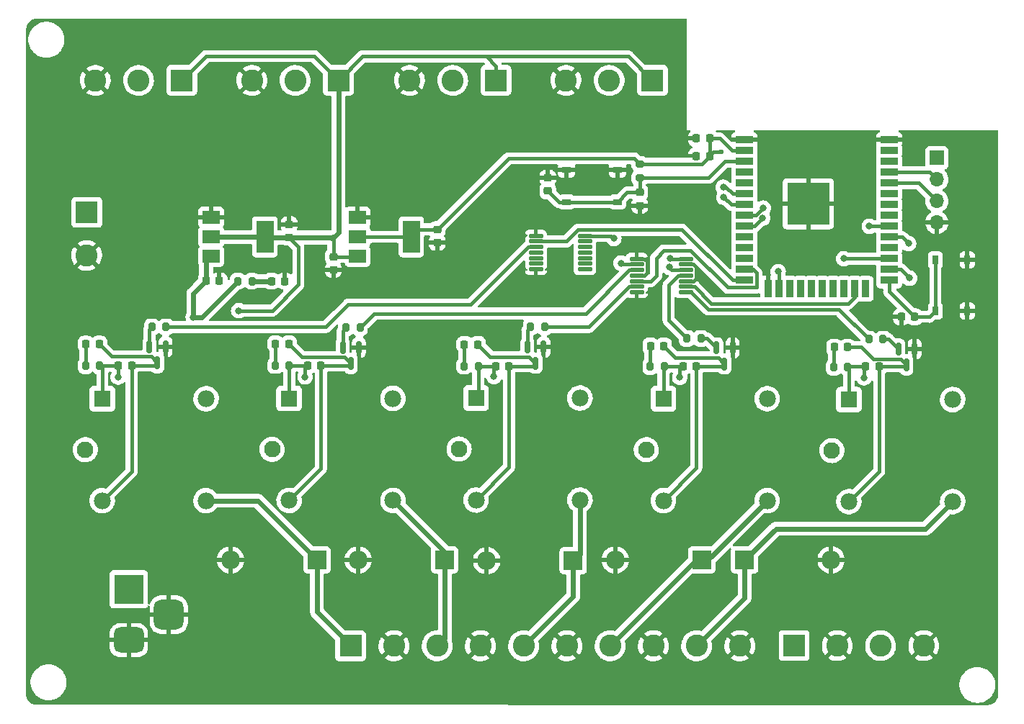
<source format=gbr>
%TF.GenerationSoftware,KiCad,Pcbnew,(6.0.0)*%
%TF.CreationDate,2022-03-25T10:46:11+03:00*%
%TF.ProjectId,LaundryPCB,4c61756e-6472-4795-9043-422e6b696361,rev?*%
%TF.SameCoordinates,Original*%
%TF.FileFunction,Copper,L1,Top*%
%TF.FilePolarity,Positive*%
%FSLAX46Y46*%
G04 Gerber Fmt 4.6, Leading zero omitted, Abs format (unit mm)*
G04 Created by KiCad (PCBNEW (6.0.0)) date 2022-03-25 10:46:11*
%MOMM*%
%LPD*%
G01*
G04 APERTURE LIST*
G04 Aperture macros list*
%AMRoundRect*
0 Rectangle with rounded corners*
0 $1 Rounding radius*
0 $2 $3 $4 $5 $6 $7 $8 $9 X,Y pos of 4 corners*
0 Add a 4 corners polygon primitive as box body*
4,1,4,$2,$3,$4,$5,$6,$7,$8,$9,$2,$3,0*
0 Add four circle primitives for the rounded corners*
1,1,$1+$1,$2,$3*
1,1,$1+$1,$4,$5*
1,1,$1+$1,$6,$7*
1,1,$1+$1,$8,$9*
0 Add four rect primitives between the rounded corners*
20,1,$1+$1,$2,$3,$4,$5,0*
20,1,$1+$1,$4,$5,$6,$7,0*
20,1,$1+$1,$6,$7,$8,$9,0*
20,1,$1+$1,$8,$9,$2,$3,0*%
G04 Aperture macros list end*
%TA.AperFunction,SMDPad,CuDef*%
%ADD10RoundRect,0.218750X-0.218750X-0.256250X0.218750X-0.256250X0.218750X0.256250X-0.218750X0.256250X0*%
%TD*%
%TA.AperFunction,SMDPad,CuDef*%
%ADD11RoundRect,0.200000X0.200000X0.275000X-0.200000X0.275000X-0.200000X-0.275000X0.200000X-0.275000X0*%
%TD*%
%TA.AperFunction,ComponentPad*%
%ADD12R,1.980000X1.980000*%
%TD*%
%TA.AperFunction,ComponentPad*%
%ADD13C,1.980000*%
%TD*%
%TA.AperFunction,ComponentPad*%
%ADD14C,1.935000*%
%TD*%
%TA.AperFunction,SMDPad,CuDef*%
%ADD15RoundRect,0.218750X0.218750X0.256250X-0.218750X0.256250X-0.218750X-0.256250X0.218750X-0.256250X0*%
%TD*%
%TA.AperFunction,SMDPad,CuDef*%
%ADD16R,2.000000X1.500000*%
%TD*%
%TA.AperFunction,SMDPad,CuDef*%
%ADD17R,2.000000X3.800000*%
%TD*%
%TA.AperFunction,ComponentPad*%
%ADD18R,2.600000X2.600000*%
%TD*%
%TA.AperFunction,ComponentPad*%
%ADD19C,2.600000*%
%TD*%
%TA.AperFunction,SMDPad,CuDef*%
%ADD20RoundRect,0.225000X0.225000X0.250000X-0.225000X0.250000X-0.225000X-0.250000X0.225000X-0.250000X0*%
%TD*%
%TA.AperFunction,SMDPad,CuDef*%
%ADD21RoundRect,0.200000X-0.200000X-0.275000X0.200000X-0.275000X0.200000X0.275000X-0.200000X0.275000X0*%
%TD*%
%TA.AperFunction,ComponentPad*%
%ADD22R,2.200000X2.200000*%
%TD*%
%TA.AperFunction,ComponentPad*%
%ADD23O,2.200000X2.200000*%
%TD*%
%TA.AperFunction,SMDPad,CuDef*%
%ADD24RoundRect,0.150000X-0.150000X0.587500X-0.150000X-0.587500X0.150000X-0.587500X0.150000X0.587500X0*%
%TD*%
%TA.AperFunction,SMDPad,CuDef*%
%ADD25R,1.000000X0.750000*%
%TD*%
%TA.AperFunction,SMDPad,CuDef*%
%ADD26RoundRect,0.225000X-0.225000X-0.250000X0.225000X-0.250000X0.225000X0.250000X-0.225000X0.250000X0*%
%TD*%
%TA.AperFunction,SMDPad,CuDef*%
%ADD27R,0.750000X1.000000*%
%TD*%
%TA.AperFunction,SMDPad,CuDef*%
%ADD28R,2.000000X0.900000*%
%TD*%
%TA.AperFunction,SMDPad,CuDef*%
%ADD29R,0.900000X2.000000*%
%TD*%
%TA.AperFunction,SMDPad,CuDef*%
%ADD30R,5.000000X5.000000*%
%TD*%
%TA.AperFunction,SMDPad,CuDef*%
%ADD31RoundRect,0.225000X-0.250000X0.225000X-0.250000X-0.225000X0.250000X-0.225000X0.250000X0.225000X0*%
%TD*%
%TA.AperFunction,ComponentPad*%
%ADD32R,1.700000X1.700000*%
%TD*%
%TA.AperFunction,ComponentPad*%
%ADD33O,1.700000X1.700000*%
%TD*%
%TA.AperFunction,SMDPad,CuDef*%
%ADD34RoundRect,0.200000X-0.275000X0.200000X-0.275000X-0.200000X0.275000X-0.200000X0.275000X0.200000X0*%
%TD*%
%TA.AperFunction,ComponentPad*%
%ADD35R,3.500000X3.500000*%
%TD*%
%TA.AperFunction,ComponentPad*%
%ADD36RoundRect,0.750000X1.000000X-0.750000X1.000000X0.750000X-1.000000X0.750000X-1.000000X-0.750000X0*%
%TD*%
%TA.AperFunction,ComponentPad*%
%ADD37RoundRect,0.875000X0.875000X-0.875000X0.875000X0.875000X-0.875000X0.875000X-0.875000X-0.875000X0*%
%TD*%
%TA.AperFunction,SMDPad,CuDef*%
%ADD38RoundRect,0.020500X-0.764500X-0.184500X0.764500X-0.184500X0.764500X0.184500X-0.764500X0.184500X0*%
%TD*%
%TA.AperFunction,SMDPad,CuDef*%
%ADD39RoundRect,0.225000X0.250000X-0.225000X0.250000X0.225000X-0.250000X0.225000X-0.250000X-0.225000X0*%
%TD*%
%TA.AperFunction,ViaPad*%
%ADD40C,0.800000*%
%TD*%
%TA.AperFunction,ViaPad*%
%ADD41C,0.600000*%
%TD*%
%TA.AperFunction,Conductor*%
%ADD42C,0.600000*%
%TD*%
%TA.AperFunction,Conductor*%
%ADD43C,0.400000*%
%TD*%
G04 APERTURE END LIST*
D10*
%TO.P,D14,1,K*%
%TO.N,+5V*%
X184610000Y-95682500D03*
%TO.P,D14,2,A*%
%TO.N,Net-(D13-Pad1)*%
X186185000Y-95682500D03*
%TD*%
D11*
%TO.P,R11,1*%
%TO.N,Net-(Q4-Pad2)*%
X165232500Y-92382500D03*
%TO.P,R11,2*%
%TO.N,R_B*%
X163582500Y-92382500D03*
%TD*%
D12*
%TO.P,K4,A1*%
%TO.N,+5V*%
X160830000Y-99472500D03*
D13*
%TO.P,K4,A2*%
%TO.N,Net-(D10-Pad2)*%
X160830000Y-111472500D03*
D14*
%TO.P,K4,COM*%
%TO.N,+12V*%
X158830000Y-105472500D03*
D13*
%TO.P,K4,NC*%
%TO.N,unconnected-(K4-PadNC)*%
X173030000Y-99472500D03*
%TO.P,K4,NO*%
%TO.N,BLEACH*%
X173030000Y-111472500D03*
%TD*%
D15*
%TO.P,D9,1,K*%
%TO.N,Net-(D10-Pad2)*%
X160895000Y-93282500D03*
%TO.P,D9,2,A*%
%TO.N,Net-(D9-Pad2)*%
X159320000Y-93282500D03*
%TD*%
%TO.P,D5,1,K*%
%TO.N,Net-(D5-Pad1)*%
X94552500Y-93052500D03*
%TO.P,D5,2,A*%
%TO.N,Net-(D5-Pad2)*%
X92977500Y-93052500D03*
%TD*%
D16*
%TO.P,U1,1,GND*%
%TO.N,GND*%
X124910000Y-78140000D03*
D17*
%TO.P,U1,2,VO*%
%TO.N,+3V3*%
X131210000Y-80440000D03*
D16*
X124910000Y-80440000D03*
%TO.P,U1,3,VI*%
%TO.N,+5V*%
X124910000Y-82740000D03*
%TD*%
D12*
%TO.P,K3,A1*%
%TO.N,+5V*%
X138830000Y-99402500D03*
D13*
%TO.P,K3,A2*%
%TO.N,Net-(D7-Pad1)*%
X138830000Y-111402500D03*
D14*
%TO.P,K3,COM*%
%TO.N,+12V*%
X136830000Y-105402500D03*
D13*
%TO.P,K3,NC*%
%TO.N,unconnected-(K3-PadNC)*%
X151030000Y-99402500D03*
%TO.P,K3,NO*%
%TO.N,POWDER*%
X151030000Y-111402500D03*
%TD*%
D18*
%TO.P,J3,1,Pin_1*%
%TO.N,BUZZER*%
X93080000Y-77555000D03*
D19*
%TO.P,J3,2,Pin_2*%
%TO.N,GND*%
X93080000Y-82635000D03*
%TD*%
D15*
%TO.P,D13,1,K*%
%TO.N,Net-(D13-Pad1)*%
X182485000Y-93422500D03*
%TO.P,D13,2,A*%
%TO.N,Net-(D13-Pad2)*%
X180910000Y-93422500D03*
%TD*%
D10*
%TO.P,D6,1,K*%
%TO.N,+5V*%
X96787500Y-95592500D03*
%TO.P,D6,2,A*%
%TO.N,Net-(D5-Pad1)*%
X98362500Y-95592500D03*
%TD*%
D20*
%TO.P,C8,1*%
%TO.N,+3V3*%
X166250000Y-70940000D03*
%TO.P,C8,2*%
%TO.N,GND*%
X164700000Y-70940000D03*
%TD*%
D18*
%TO.P,J9,1,Pin_1*%
%TO.N,BUTTON_STOP*%
X176190000Y-128525000D03*
D19*
%TO.P,J9,2,Pin_2*%
%TO.N,GND*%
X181270000Y-128525000D03*
%TO.P,J9,3,Pin_3*%
%TO.N,BUTTON_START*%
X186350000Y-128525000D03*
%TO.P,J9,4,Pin_4*%
%TO.N,GND*%
X191430000Y-128525000D03*
%TD*%
D21*
%TO.P,R9,1*%
%TO.N,Net-(Q3-Pad2)*%
X145235000Y-91040000D03*
%TO.P,R9,2*%
%TO.N,R_P*%
X146885000Y-91040000D03*
%TD*%
D11*
%TO.P,R13,1*%
%TO.N,Net-(Q5-Pad2)*%
X186622500Y-92482500D03*
%TO.P,R13,2*%
%TO.N,R_S*%
X184972500Y-92482500D03*
%TD*%
D22*
%TO.P,D11,1,K*%
%TO.N,WATER*%
X135140000Y-118440000D03*
D23*
%TO.P,D11,2,A*%
%TO.N,GND*%
X124980000Y-118440000D03*
%TD*%
D11*
%TO.P,R10,1*%
%TO.N,+5V*%
X160932500Y-95682500D03*
%TO.P,R10,2*%
%TO.N,Net-(D9-Pad2)*%
X159282500Y-95682500D03*
%TD*%
D18*
%TO.P,J8,1,Pin_1*%
%TO.N,HOTWATER*%
X124100000Y-128545000D03*
D19*
%TO.P,J8,2,Pin_2*%
%TO.N,GND*%
X129180000Y-128545000D03*
%TO.P,J8,3,Pin_3*%
%TO.N,WATER*%
X134260000Y-128545000D03*
%TO.P,J8,4,Pin_4*%
%TO.N,GND*%
X139340000Y-128545000D03*
%TO.P,J8,5,Pin_5*%
%TO.N,POWDER*%
X144420000Y-128545000D03*
%TO.P,J8,6,Pin_6*%
%TO.N,GND*%
X149500000Y-128545000D03*
%TO.P,J8,7,Pin_7*%
%TO.N,BLEACH*%
X154580000Y-128545000D03*
%TO.P,J8,8,Pin_8*%
%TO.N,GND*%
X159660000Y-128545000D03*
%TO.P,J8,9,Pin_9*%
%TO.N,SOFTENER*%
X164740000Y-128545000D03*
%TO.P,J8,10,Pin_10*%
%TO.N,GND*%
X169820000Y-128545000D03*
%TD*%
D24*
%TO.P,Q5,1,E*%
%TO.N,GND*%
X190347500Y-93645000D03*
%TO.P,Q5,2,B*%
%TO.N,Net-(Q5-Pad2)*%
X188447500Y-93645000D03*
%TO.P,Q5,3,C*%
%TO.N,Net-(D13-Pad1)*%
X189397500Y-95520000D03*
%TD*%
%TO.P,Q1,1,E*%
%TO.N,GND*%
X125057500Y-93445000D03*
%TO.P,Q1,2,B*%
%TO.N,Net-(Q1-Pad2)*%
X123157500Y-93445000D03*
%TO.P,Q1,3,C*%
%TO.N,Net-(D1-Pad1)*%
X124107500Y-95320000D03*
%TD*%
D25*
%TO.P,S1,A*%
%TO.N,GND*%
X149457500Y-72595000D03*
%TO.P,S1,B*%
X155457500Y-72595000D03*
%TO.P,S1,C*%
%TO.N,EN*%
X149457500Y-76345000D03*
%TO.P,S1,D*%
X155457500Y-76345000D03*
%TD*%
D26*
%TO.P,C3,1*%
%TO.N,+12V*%
X107110000Y-85610000D03*
%TO.P,C3,2*%
%TO.N,GND*%
X108660000Y-85610000D03*
%TD*%
D24*
%TO.P,Q3,1,E*%
%TO.N,GND*%
X146757500Y-93425000D03*
%TO.P,Q3,2,B*%
%TO.N,Net-(Q3-Pad2)*%
X144857500Y-93425000D03*
%TO.P,Q3,3,C*%
%TO.N,Net-(D7-Pad1)*%
X145807500Y-95300000D03*
%TD*%
D22*
%TO.P,D12,1,K*%
%TO.N,POWDER*%
X150240000Y-118540000D03*
D23*
%TO.P,D12,2,A*%
%TO.N,GND*%
X140080000Y-118540000D03*
%TD*%
D27*
%TO.P,S2,A*%
%TO.N,GND*%
X196535000Y-83140000D03*
%TO.P,S2,B*%
X196535000Y-89140000D03*
%TO.P,S2,C*%
%TO.N,BOOT*%
X192785000Y-83140000D03*
%TO.P,S2,D*%
X192785000Y-89140000D03*
%TD*%
D15*
%TO.P,D4,1,K*%
%TO.N,GND*%
X116347500Y-85640000D03*
%TO.P,D4,2,A*%
%TO.N,Net-(D4-Pad2)*%
X114772500Y-85640000D03*
%TD*%
D28*
%TO.P,U5,1,GND*%
%TO.N,GND*%
X170360000Y-69040000D03*
%TO.P,U5,2,VDD*%
%TO.N,+3V3*%
X170360000Y-70310000D03*
%TO.P,U5,3,EN*%
%TO.N,EN*%
X170360000Y-71580000D03*
%TO.P,U5,4,SENSOR_VP*%
%TO.N,unconnected-(U5-Pad4)*%
X170360000Y-72850000D03*
%TO.P,U5,5,SENSOR_VN*%
%TO.N,unconnected-(U5-Pad5)*%
X170360000Y-74120000D03*
%TO.P,U5,6,IO34*%
%TO.N,SENSOR_SOFTENER*%
X170360000Y-75390000D03*
%TO.P,U5,7,IO35*%
%TO.N,SENSOR_BLEACH*%
X170360000Y-76660000D03*
%TO.P,U5,8,IO32*%
%TO.N,SENSOR_WATER*%
X170360000Y-77930000D03*
%TO.P,U5,9,IO33*%
%TO.N,SENSOR_POWDER*%
X170360000Y-79200000D03*
%TO.P,U5,10,IO25*%
%TO.N,unconnected-(U5-Pad10)*%
X170360000Y-80470000D03*
%TO.P,U5,11,IO26*%
%TO.N,unconnected-(U5-Pad11)*%
X170360000Y-81740000D03*
%TO.P,U5,12,IO27*%
%TO.N,unconnected-(U5-Pad12)*%
X170360000Y-83010000D03*
%TO.P,U5,13,IO14*%
%TO.N,RELAY_POWDER_3V3*%
X170360000Y-84280000D03*
%TO.P,U5,14,IO12*%
%TO.N,RELAY_HOTWATER_3V3*%
X170360000Y-85550000D03*
D29*
%TO.P,U5,15,GND*%
%TO.N,GND*%
X173145000Y-86550000D03*
%TO.P,U5,16,IO13*%
%TO.N,RELAY_WATER_3V3*%
X174415000Y-86550000D03*
%TO.P,U5,17,SHD/SD2*%
%TO.N,unconnected-(U5-Pad17)*%
X175685000Y-86550000D03*
%TO.P,U5,18,SWP/SD3*%
%TO.N,unconnected-(U5-Pad18)*%
X176955000Y-86550000D03*
%TO.P,U5,19,SCS/CMD*%
%TO.N,unconnected-(U5-Pad19)*%
X178225000Y-86550000D03*
%TO.P,U5,20,SCK/CLK*%
%TO.N,unconnected-(U5-Pad20)*%
X179495000Y-86550000D03*
%TO.P,U5,21,SDO/SD0*%
%TO.N,unconnected-(U5-Pad21)*%
X180765000Y-86550000D03*
%TO.P,U5,22,SDI/SD1*%
%TO.N,unconnected-(U5-Pad22)*%
X182035000Y-86550000D03*
%TO.P,U5,23,IO15*%
%TO.N,RELAY_SOFTENER_3V3*%
X183305000Y-86550000D03*
%TO.P,U5,24,IO2*%
%TO.N,unconnected-(U5-Pad24)*%
X184575000Y-86550000D03*
D28*
%TO.P,U5,25,IO0*%
%TO.N,BOOT*%
X187360000Y-85550000D03*
%TO.P,U5,26,IO4*%
%TO.N,BUTTON_START*%
X187360000Y-84280000D03*
%TO.P,U5,27,IO16*%
%TO.N,RELAY_BLEACH_3V3*%
X187360000Y-83010000D03*
%TO.P,U5,28,IO17*%
%TO.N,unconnected-(U5-Pad28)*%
X187360000Y-81740000D03*
%TO.P,U5,29,IO5*%
%TO.N,BUTTON_STOP*%
X187360000Y-80470000D03*
%TO.P,U5,30,IO18*%
%TO.N,BUZZER*%
X187360000Y-79200000D03*
%TO.P,U5,31,IO19*%
%TO.N,unconnected-(U5-Pad31)*%
X187360000Y-77930000D03*
%TO.P,U5,32,NC*%
%TO.N,unconnected-(U5-Pad32)*%
X187360000Y-76660000D03*
%TO.P,U5,33,IO21*%
%TO.N,unconnected-(U5-Pad33)*%
X187360000Y-75390000D03*
%TO.P,U5,34,RXD0/IO3*%
%TO.N,RX*%
X187360000Y-74120000D03*
%TO.P,U5,35,TXD0/IO1*%
%TO.N,TX*%
X187360000Y-72850000D03*
%TO.P,U5,36,IO22*%
%TO.N,unconnected-(U5-Pad36)*%
X187360000Y-71580000D03*
%TO.P,U5,37,IO23*%
%TO.N,unconnected-(U5-Pad37)*%
X187360000Y-70310000D03*
%TO.P,U5,38,GND*%
%TO.N,GND*%
X187360000Y-69040000D03*
D30*
%TO.P,U5,39,GND*%
X177860000Y-76540000D03*
%TD*%
D18*
%TO.P,J6,1,Pin_1*%
%TO.N,+5V*%
X159545000Y-62040000D03*
D19*
%TO.P,J6,2,Pin_2*%
%TO.N,SENSOR_WATER*%
X154465000Y-62040000D03*
%TO.P,J6,3,Pin_3*%
%TO.N,GND*%
X149385000Y-62040000D03*
%TD*%
D31*
%TO.P,C2,1*%
%TO.N,+3V3*%
X134260000Y-79565000D03*
%TO.P,C2,2*%
%TO.N,GND*%
X134260000Y-81115000D03*
%TD*%
D24*
%TO.P,Q2,1,E*%
%TO.N,GND*%
X102335000Y-93385000D03*
%TO.P,Q2,2,B*%
%TO.N,Net-(Q2-Pad2)*%
X100435000Y-93385000D03*
%TO.P,Q2,3,C*%
%TO.N,Net-(D5-Pad1)*%
X101385000Y-95260000D03*
%TD*%
D10*
%TO.P,D8,1,K*%
%TO.N,+5V*%
X141120000Y-95632500D03*
%TO.P,D8,2,A*%
%TO.N,Net-(D7-Pad1)*%
X142695000Y-95632500D03*
%TD*%
D31*
%TO.P,C7,1*%
%TO.N,GND*%
X147257500Y-73495000D03*
%TO.P,C7,2*%
%TO.N,EN*%
X147257500Y-75045000D03*
%TD*%
D32*
%TO.P,J2,1,Pin_1*%
%TO.N,+3V3*%
X192960000Y-71140000D03*
D33*
%TO.P,J2,2,Pin_2*%
%TO.N,TX*%
X192960000Y-73680000D03*
%TO.P,J2,3,Pin_3*%
%TO.N,RX*%
X192960000Y-76220000D03*
%TO.P,J2,4,Pin_4*%
%TO.N,GND*%
X192960000Y-78760000D03*
%TD*%
D20*
%TO.P,C9,1*%
%TO.N,+3V3*%
X166270000Y-68855000D03*
%TO.P,C9,2*%
%TO.N,GND*%
X164720000Y-68855000D03*
%TD*%
D22*
%TO.P,D16,1,K*%
%TO.N,HOTWATER*%
X120140000Y-118440000D03*
D23*
%TO.P,D16,2,A*%
%TO.N,GND*%
X109980000Y-118440000D03*
%TD*%
D12*
%TO.P,K5,A1*%
%TO.N,+5V*%
X182620000Y-99582500D03*
D13*
%TO.P,K5,A2*%
%TO.N,Net-(D13-Pad1)*%
X182620000Y-111582500D03*
D14*
%TO.P,K5,COM*%
%TO.N,+12V*%
X180620000Y-105582500D03*
D13*
%TO.P,K5,NC*%
%TO.N,unconnected-(K5-PadNC)*%
X194820000Y-99582500D03*
%TO.P,K5,NO*%
%TO.N,SOFTENER*%
X194820000Y-111582500D03*
%TD*%
D10*
%TO.P,D3,1,K*%
%TO.N,+5V*%
X119027500Y-95570000D03*
%TO.P,D3,2,A*%
%TO.N,Net-(D1-Pad1)*%
X120602500Y-95570000D03*
%TD*%
D21*
%TO.P,R3,1*%
%TO.N,Net-(Q1-Pad2)*%
X123535000Y-91140000D03*
%TO.P,R3,2*%
%TO.N,R_W*%
X125185000Y-91140000D03*
%TD*%
D12*
%TO.P,K2,A1*%
%TO.N,+5V*%
X94907500Y-99482500D03*
D13*
%TO.P,K2,A2*%
%TO.N,Net-(D5-Pad1)*%
X94907500Y-111482500D03*
D14*
%TO.P,K2,COM*%
%TO.N,+12V*%
X92907500Y-105482500D03*
D13*
%TO.P,K2,NC*%
%TO.N,unconnected-(K2-PadNC)*%
X107107500Y-99482500D03*
%TO.P,K2,NO*%
%TO.N,HOTWATER*%
X107107500Y-111482500D03*
%TD*%
D34*
%TO.P,R7,1*%
%TO.N,+3V3*%
X158057500Y-71845000D03*
%TO.P,R7,2*%
%TO.N,EN*%
X158057500Y-73495000D03*
%TD*%
D15*
%TO.P,D1,1,K*%
%TO.N,Net-(D1-Pad1)*%
X116845000Y-93030000D03*
%TO.P,D1,2,A*%
%TO.N,Net-(D1-Pad2)*%
X115270000Y-93030000D03*
%TD*%
D26*
%TO.P,C5,1*%
%TO.N,GND*%
X188785000Y-89840000D03*
%TO.P,C5,2*%
%TO.N,BOOT*%
X190335000Y-89840000D03*
%TD*%
D16*
%TO.P,U4,1,GND*%
%TO.N,GND*%
X107710000Y-78140000D03*
%TO.P,U4,2,VO*%
%TO.N,+5V*%
X107710000Y-80440000D03*
D17*
X114010000Y-80440000D03*
D16*
%TO.P,U4,3,VI*%
%TO.N,+12V*%
X107710000Y-82740000D03*
%TD*%
D22*
%TO.P,D15,1,K*%
%TO.N,BLEACH*%
X165340000Y-118440000D03*
D23*
%TO.P,D15,2,A*%
%TO.N,GND*%
X155180000Y-118440000D03*
%TD*%
D35*
%TO.P,J1,1*%
%TO.N,+12V*%
X98032500Y-121880000D03*
D36*
%TO.P,J1,2*%
%TO.N,GND*%
X98032500Y-127880000D03*
D37*
%TO.P,J1,3*%
X102732500Y-124880000D03*
%TD*%
D21*
%TO.P,R6,1*%
%TO.N,Net-(Q2-Pad2)*%
X100735000Y-91040000D03*
%TO.P,R6,2*%
%TO.N,R_HW*%
X102385000Y-91040000D03*
%TD*%
%TO.P,R4,1*%
%TO.N,+12V*%
X110835000Y-85640000D03*
%TO.P,R4,2*%
%TO.N,Net-(D4-Pad2)*%
X112485000Y-85640000D03*
%TD*%
D38*
%TO.P,U3,1,~{1OE}*%
%TO.N,GND*%
X145870000Y-80330000D03*
%TO.P,U3,2,1A*%
%TO.N,RELAY_HOTWATER_3V3*%
X145870000Y-80980000D03*
%TO.P,U3,3,1Y*%
%TO.N,R_HW*%
X145870000Y-81630000D03*
%TO.P,U3,4,~{2OE}*%
%TO.N,unconnected-(U3-Pad4)*%
X145870000Y-82280000D03*
%TO.P,U3,5,2A*%
%TO.N,unconnected-(U3-Pad5)*%
X145870000Y-82930000D03*
%TO.P,U3,6,2Y*%
%TO.N,unconnected-(U3-Pad6)*%
X145870000Y-83580000D03*
%TO.P,U3,7,GND*%
%TO.N,GND*%
X145870000Y-84230000D03*
%TO.P,U3,8,3Y*%
%TO.N,unconnected-(U3-Pad8)*%
X151610000Y-84230000D03*
%TO.P,U3,9,3A*%
%TO.N,unconnected-(U3-Pad9)*%
X151610000Y-83580000D03*
%TO.P,U3,10,~{3OE}*%
%TO.N,unconnected-(U3-Pad10)*%
X151610000Y-82930000D03*
%TO.P,U3,11,4Y*%
%TO.N,unconnected-(U3-Pad11)*%
X151610000Y-82280000D03*
%TO.P,U3,12,4A*%
%TO.N,unconnected-(U3-Pad12)*%
X151610000Y-81630000D03*
%TO.P,U3,13,~{4OE}*%
%TO.N,unconnected-(U3-Pad13)*%
X151610000Y-80980000D03*
%TO.P,U3,14,VCC*%
%TO.N,+5V*%
X151610000Y-80330000D03*
%TD*%
D11*
%TO.P,R1,1*%
%TO.N,+5V*%
X116882500Y-95570000D03*
%TO.P,R1,2*%
%TO.N,Net-(D1-Pad2)*%
X115232500Y-95570000D03*
%TD*%
%TO.P,R5,1*%
%TO.N,+5V*%
X94590000Y-95592500D03*
%TO.P,R5,2*%
%TO.N,Net-(D5-Pad2)*%
X92940000Y-95592500D03*
%TD*%
%TO.P,R12,1*%
%TO.N,+5V*%
X182502500Y-95782500D03*
%TO.P,R12,2*%
%TO.N,Net-(D13-Pad2)*%
X180852500Y-95782500D03*
%TD*%
D22*
%TO.P,D17,1,K*%
%TO.N,SOFTENER*%
X170380000Y-118440000D03*
D23*
%TO.P,D17,2,A*%
%TO.N,GND*%
X180540000Y-118440000D03*
%TD*%
D38*
%TO.P,U2,1,~{1OE}*%
%TO.N,GND*%
X157730000Y-83040000D03*
%TO.P,U2,2,1A*%
%TO.N,RELAY_WATER_3V3*%
X157730000Y-83690000D03*
%TO.P,U2,3,1Y*%
%TO.N,R_W*%
X157730000Y-84340000D03*
%TO.P,U2,4,~{2OE}*%
%TO.N,GND*%
X157730000Y-84990000D03*
%TO.P,U2,5,2A*%
%TO.N,RELAY_POWDER_3V3*%
X157730000Y-85640000D03*
%TO.P,U2,6,2Y*%
%TO.N,R_P*%
X157730000Y-86290000D03*
%TO.P,U2,7,GND*%
%TO.N,GND*%
X157730000Y-86940000D03*
%TO.P,U2,8,3Y*%
%TO.N,R_S*%
X163470000Y-86940000D03*
%TO.P,U2,9,3A*%
%TO.N,RELAY_SOFTENER_3V3*%
X163470000Y-86290000D03*
%TO.P,U2,10,~{3OE}*%
%TO.N,GND*%
X163470000Y-85640000D03*
%TO.P,U2,11,4Y*%
%TO.N,R_B*%
X163470000Y-84990000D03*
%TO.P,U2,12,4A*%
%TO.N,RELAY_BLEACH_3V3*%
X163470000Y-84340000D03*
%TO.P,U2,13,~{4OE}*%
%TO.N,GND*%
X163470000Y-83690000D03*
%TO.P,U2,14,VCC*%
%TO.N,+5V*%
X163470000Y-83040000D03*
%TD*%
D18*
%TO.P,J7,1,Pin_1*%
%TO.N,+5V*%
X141160000Y-62040000D03*
D19*
%TO.P,J7,2,Pin_2*%
%TO.N,SENSOR_POWDER*%
X136080000Y-62040000D03*
%TO.P,J7,3,Pin_3*%
%TO.N,GND*%
X131000000Y-62040000D03*
%TD*%
D18*
%TO.P,J4,1,Pin_1*%
%TO.N,+5V*%
X104245000Y-62040000D03*
D19*
%TO.P,J4,2,Pin_2*%
%TO.N,SENSOR_BLEACH*%
X99165000Y-62040000D03*
%TO.P,J4,3,Pin_3*%
%TO.N,GND*%
X94085000Y-62040000D03*
%TD*%
D12*
%TO.P,K1,A1*%
%TO.N,+5V*%
X116860000Y-99440000D03*
D13*
%TO.P,K1,A2*%
%TO.N,Net-(D1-Pad1)*%
X116860000Y-111440000D03*
D14*
%TO.P,K1,COM*%
%TO.N,+12V*%
X114860000Y-105440000D03*
D13*
%TO.P,K1,NC*%
%TO.N,unconnected-(K1-PadNC)*%
X129060000Y-99440000D03*
%TO.P,K1,NO*%
%TO.N,WATER*%
X129060000Y-111440000D03*
%TD*%
D11*
%TO.P,R8,1*%
%TO.N,+5V*%
X139072500Y-95632500D03*
%TO.P,R8,2*%
%TO.N,Net-(D7-Pad2)*%
X137422500Y-95632500D03*
%TD*%
D15*
%TO.P,D7,1,K*%
%TO.N,Net-(D7-Pad1)*%
X139035000Y-93092500D03*
%TO.P,D7,2,A*%
%TO.N,Net-(D7-Pad2)*%
X137460000Y-93092500D03*
%TD*%
D39*
%TO.P,C4,1*%
%TO.N,+5V*%
X116860000Y-80515000D03*
%TO.P,C4,2*%
%TO.N,GND*%
X116860000Y-78965000D03*
%TD*%
D31*
%TO.P,C1,1*%
%TO.N,+5V*%
X122060000Y-82765000D03*
%TO.P,C1,2*%
%TO.N,GND*%
X122060000Y-84315000D03*
%TD*%
D18*
%TO.P,J5,1,Pin_1*%
%TO.N,+5V*%
X122645000Y-62040000D03*
D19*
%TO.P,J5,2,Pin_2*%
%TO.N,SENSOR_SOFTENER*%
X117565000Y-62040000D03*
%TO.P,J5,3,Pin_3*%
%TO.N,GND*%
X112485000Y-62040000D03*
%TD*%
D24*
%TO.P,Q4,1,E*%
%TO.N,GND*%
X168957500Y-93507500D03*
%TO.P,Q4,2,B*%
%TO.N,Net-(Q4-Pad2)*%
X167057500Y-93507500D03*
%TO.P,Q4,3,C*%
%TO.N,Net-(D10-Pad2)*%
X168007500Y-95382500D03*
%TD*%
D31*
%TO.P,C6,1*%
%TO.N,EN*%
X158057500Y-75220000D03*
%TO.P,C6,2*%
%TO.N,GND*%
X158057500Y-76770000D03*
%TD*%
D10*
%TO.P,D10,1,K*%
%TO.N,+5V*%
X163120000Y-95682500D03*
%TO.P,D10,2,A*%
%TO.N,Net-(D10-Pad2)*%
X164695000Y-95682500D03*
%TD*%
D40*
%TO.N,+12V*%
X105600000Y-89880000D03*
D41*
%TO.N,GND*%
X126680000Y-56190000D03*
X197440000Y-69920000D03*
X142230000Y-87710000D03*
X157760000Y-88650000D03*
X110810000Y-82740000D03*
X149590000Y-78090000D03*
X195710000Y-93230000D03*
X105090000Y-75840000D03*
X88820000Y-63520000D03*
X88690000Y-101880000D03*
X133550000Y-83530000D03*
X105960000Y-132910000D03*
X116430000Y-124310000D03*
X120910000Y-78170000D03*
X127610000Y-74340000D03*
X197690000Y-80440000D03*
X128170000Y-82240000D03*
X110260000Y-75770000D03*
X164660000Y-78040000D03*
X147820000Y-87740000D03*
X117470000Y-132810000D03*
X167130000Y-87290000D03*
X105040000Y-79760000D03*
X157360000Y-81770000D03*
X154970000Y-92950000D03*
X145360000Y-56060000D03*
X129050000Y-84730000D03*
X116250000Y-82850000D03*
X125810000Y-84670000D03*
X136680000Y-83580000D03*
X132000000Y-84700000D03*
X131260000Y-83490000D03*
X100160000Y-86960000D03*
X127970000Y-78350000D03*
X118240000Y-77610000D03*
X105220000Y-84010000D03*
X124660000Y-74280000D03*
X106480000Y-124000000D03*
X140360000Y-83580000D03*
X113750000Y-74380000D03*
X138380000Y-78100000D03*
X110780000Y-78730000D03*
X88540000Y-119230000D03*
X108390000Y-56400000D03*
X133830000Y-77280000D03*
X100500000Y-72740000D03*
X109820000Y-94650000D03*
X105030000Y-81800000D03*
X196140000Y-117650000D03*
X114090000Y-83630000D03*
X131390000Y-77250000D03*
X196560000Y-126460000D03*
X88500000Y-72540000D03*
X156320000Y-78180000D03*
X88620000Y-87850000D03*
X132250000Y-93660000D03*
X143360000Y-78190000D03*
X175410000Y-93090000D03*
D40*
%TO.N,+5V*%
X161640000Y-82980000D03*
X140920000Y-96880000D03*
X118730000Y-96910000D03*
X155010000Y-80630000D03*
X121970000Y-80630000D03*
X96780000Y-96940000D03*
X184400000Y-97020000D03*
X162760000Y-96960000D03*
X110940000Y-89120000D03*
D41*
%TO.N,+3V3*%
X167670000Y-70470000D03*
D40*
%TO.N,SENSOR_POWDER*%
X172510000Y-78250000D03*
%TO.N,SENSOR_SOFTENER*%
X167860000Y-74600000D03*
%TO.N,SENSOR_BLEACH*%
X167930000Y-75790000D03*
%TO.N,BUZZER*%
X185030000Y-79200000D03*
%TO.N,SENSOR_WATER*%
X172571695Y-77050351D03*
%TO.N,RELAY_WATER_3V3*%
X174320000Y-84520000D03*
X155840000Y-83540000D03*
%TO.N,RELAY_BLEACH_3V3*%
X182020000Y-83000000D03*
X161520000Y-84020000D03*
%TO.N,BUTTON_STOP*%
X189640000Y-81230000D03*
%TO.N,BUTTON_START*%
X189760000Y-85300000D03*
%TD*%
D42*
%TO.N,+12V*%
X105600000Y-89880000D02*
X105600000Y-87120000D01*
X106595000Y-89880000D02*
X110835000Y-85640000D01*
X105600000Y-87120000D02*
X107110000Y-85610000D01*
X107110000Y-83340000D02*
X107710000Y-82740000D01*
X107110000Y-85610000D02*
X107110000Y-83340000D01*
X105600000Y-89880000D02*
X106595000Y-89880000D01*
D43*
%TO.N,GND*%
X164654520Y-85355960D02*
X165195960Y-85355960D01*
X163470000Y-83690000D02*
X164362997Y-83690000D01*
X165195960Y-85355960D02*
X167130000Y-87290000D01*
X158914520Y-84698477D02*
X158914520Y-83331523D01*
X157730000Y-84990000D02*
X158622997Y-84990000D01*
X164654520Y-83981523D02*
X164654520Y-85355960D01*
X158622997Y-84990000D02*
X158914520Y-84698477D01*
X164362997Y-83690000D02*
X164654520Y-83981523D01*
X164654520Y-85355960D02*
X164370480Y-85640000D01*
X164370480Y-85640000D02*
X163470000Y-85640000D01*
X158622997Y-83040000D02*
X157730000Y-83040000D01*
X158914520Y-83331523D02*
X158622997Y-83040000D01*
%TO.N,+5V*%
X182620000Y-95900000D02*
X182502500Y-95782500D01*
X119775000Y-59170000D02*
X122645000Y-62040000D01*
D42*
X116860000Y-80515000D02*
X114085000Y-80515000D01*
D43*
X122645000Y-62040000D02*
X125475000Y-59210000D01*
X94590000Y-95592500D02*
X94907500Y-95910000D01*
D42*
X114085000Y-80515000D02*
X114010000Y-80440000D01*
D43*
X162760000Y-96960000D02*
X162760000Y-96042500D01*
X184610000Y-95682500D02*
X182602500Y-95682500D01*
X184400000Y-95892500D02*
X184610000Y-95682500D01*
X116860000Y-95592500D02*
X116882500Y-95570000D01*
X118730000Y-96910000D02*
X118730000Y-95867500D01*
X163120000Y-95682500D02*
X160932500Y-95682500D01*
X117940000Y-81595000D02*
X116860000Y-80515000D01*
X114860000Y-89120000D02*
X117940000Y-86040000D01*
X184400000Y-97020000D02*
X184400000Y-95892500D01*
X141160000Y-60330000D02*
X140040000Y-59210000D01*
X151610000Y-80330000D02*
X154710000Y-80330000D01*
X156715000Y-59210000D02*
X159545000Y-62040000D01*
D42*
X121970000Y-80630000D02*
X121855000Y-80515000D01*
D43*
X110940000Y-89120000D02*
X114860000Y-89120000D01*
X139072500Y-99160000D02*
X138830000Y-99402500D01*
X163470000Y-83040000D02*
X161700000Y-83040000D01*
X160830000Y-95785000D02*
X160932500Y-95682500D01*
X154710000Y-80330000D02*
X155010000Y-80630000D01*
X118730000Y-95867500D02*
X119027500Y-95570000D01*
D42*
X122645000Y-79955000D02*
X122645000Y-62040000D01*
D43*
X124885000Y-82765000D02*
X124910000Y-82740000D01*
X122060000Y-82765000D02*
X124885000Y-82765000D01*
X161700000Y-83040000D02*
X161640000Y-82980000D01*
X125475000Y-59210000D02*
X140040000Y-59210000D01*
X162760000Y-96042500D02*
X163120000Y-95682500D01*
X182602500Y-95682500D02*
X182502500Y-95782500D01*
D42*
X121970000Y-80630000D02*
X122645000Y-79955000D01*
D43*
X139072500Y-95632500D02*
X139072500Y-99160000D01*
X116860000Y-99440000D02*
X116860000Y-95592500D01*
X160830000Y-99472500D02*
X160830000Y-95785000D01*
X122060000Y-82765000D02*
X122060000Y-80720000D01*
D42*
X121855000Y-80515000D02*
X116860000Y-80515000D01*
D43*
X140920000Y-96880000D02*
X140920000Y-95832500D01*
X141160000Y-62040000D02*
X141160000Y-60330000D01*
X140920000Y-95832500D02*
X141120000Y-95632500D01*
X94907500Y-95910000D02*
X94907500Y-99482500D01*
X104245000Y-62040000D02*
X107115000Y-59170000D01*
X182620000Y-99582500D02*
X182620000Y-95900000D01*
X96780000Y-96940000D02*
X96780000Y-95600000D01*
X122060000Y-80720000D02*
X121970000Y-80630000D01*
X96787500Y-95592500D02*
X94590000Y-95592500D01*
D42*
X107710000Y-80440000D02*
X114010000Y-80440000D01*
D43*
X107115000Y-59170000D02*
X119775000Y-59170000D01*
X117940000Y-86040000D02*
X117940000Y-81595000D01*
X141120000Y-95632500D02*
X139072500Y-95632500D01*
X140040000Y-59210000D02*
X156715000Y-59210000D01*
X96780000Y-95600000D02*
X96787500Y-95592500D01*
X116882500Y-95570000D02*
X119027500Y-95570000D01*
%TO.N,+3V3*%
X165345000Y-71845000D02*
X166250000Y-70940000D01*
X134260000Y-79565000D02*
X132085000Y-79565000D01*
X168910000Y-70310000D02*
X170360000Y-70310000D01*
X132085000Y-79565000D02*
X131210000Y-80440000D01*
X167455000Y-68855000D02*
X168910000Y-70310000D01*
X134260000Y-79565000D02*
X142625000Y-71200000D01*
X166250000Y-70940000D02*
X166250000Y-68875000D01*
X142625000Y-71200000D02*
X157412500Y-71200000D01*
X167670000Y-70470000D02*
X166720000Y-70470000D01*
X166250000Y-68875000D02*
X166270000Y-68855000D01*
X157412500Y-71200000D02*
X158057500Y-71845000D01*
X166720000Y-70470000D02*
X166250000Y-70940000D01*
X166270000Y-68855000D02*
X167455000Y-68855000D01*
X158057500Y-71845000D02*
X165345000Y-71845000D01*
X131210000Y-80440000D02*
X124910000Y-80440000D01*
%TO.N,BOOT*%
X187360000Y-86865000D02*
X190335000Y-89840000D01*
X190335000Y-89840000D02*
X192085000Y-89840000D01*
X192785000Y-89140000D02*
X192785000Y-83140000D01*
X187360000Y-85550000D02*
X187360000Y-86865000D01*
X192085000Y-89840000D02*
X192785000Y-89140000D01*
%TO.N,EN*%
X149457500Y-76345000D02*
X148557500Y-76345000D01*
X149457500Y-76345000D02*
X155457500Y-76345000D01*
X158057500Y-73495000D02*
X158057500Y-75220000D01*
X166135000Y-73495000D02*
X168050000Y-71580000D01*
X148557500Y-76345000D02*
X147257500Y-75045000D01*
X168050000Y-71580000D02*
X170360000Y-71580000D01*
X156582500Y-75220000D02*
X155457500Y-76345000D01*
X158057500Y-75220000D02*
X156582500Y-75220000D01*
X158057500Y-73495000D02*
X166135000Y-73495000D01*
%TO.N,Net-(D1-Pad1)*%
X120602500Y-107697500D02*
X120602500Y-95570000D01*
X123857500Y-95570000D02*
X124107500Y-95320000D01*
X118397020Y-94582020D02*
X123369520Y-94582020D01*
X123369520Y-94582020D02*
X124107500Y-95320000D01*
X120602500Y-95570000D02*
X123857500Y-95570000D01*
X116860000Y-111440000D02*
X120602500Y-107697500D01*
X116845000Y-93030000D02*
X118397020Y-94582020D01*
%TO.N,Net-(D1-Pad2)*%
X115270000Y-95532500D02*
X115232500Y-95570000D01*
X115270000Y-93030000D02*
X115270000Y-95532500D01*
D42*
%TO.N,Net-(D4-Pad2)*%
X112485000Y-85640000D02*
X114772500Y-85640000D01*
D43*
%TO.N,Net-(D5-Pad1)*%
X98362500Y-95592500D02*
X101052500Y-95592500D01*
X94907500Y-111482500D02*
X98362500Y-108027500D01*
X96022020Y-94522020D02*
X100647020Y-94522020D01*
X101052500Y-95592500D02*
X101385000Y-95260000D01*
X98362500Y-108027500D02*
X98362500Y-95592500D01*
X94552500Y-93052500D02*
X96022020Y-94522020D01*
X100647020Y-94522020D02*
X101385000Y-95260000D01*
%TO.N,Net-(D5-Pad2)*%
X92940000Y-95592500D02*
X92940000Y-93090000D01*
X92940000Y-93090000D02*
X92977500Y-93052500D01*
%TO.N,Net-(D7-Pad2)*%
X137460000Y-95595000D02*
X137422500Y-95632500D01*
X137460000Y-93092500D02*
X137460000Y-95595000D01*
%TO.N,Net-(D9-Pad2)*%
X159282500Y-95682500D02*
X159282500Y-93320000D01*
X159282500Y-93320000D02*
X159320000Y-93282500D01*
D42*
%TO.N,WATER*%
X135140000Y-127665000D02*
X134260000Y-128545000D01*
X135140000Y-118440000D02*
X135140000Y-127665000D01*
X135140000Y-117520000D02*
X135140000Y-118440000D01*
X129060000Y-111440000D02*
X135140000Y-117520000D01*
%TO.N,POWDER*%
X150240000Y-118540000D02*
X150240000Y-122725000D01*
X150240000Y-122725000D02*
X144420000Y-128545000D01*
X151030000Y-111402500D02*
X151030000Y-117750000D01*
X151030000Y-117750000D02*
X150240000Y-118540000D01*
%TO.N,BLEACH*%
X165340000Y-118440000D02*
X164685000Y-118440000D01*
X164685000Y-118440000D02*
X154580000Y-128545000D01*
X165340000Y-118440000D02*
X166062500Y-118440000D01*
X166062500Y-118440000D02*
X173030000Y-111472500D01*
%TO.N,SOFTENER*%
X170380000Y-122905000D02*
X164740000Y-128545000D01*
X170380000Y-118440000D02*
X170380000Y-122905000D01*
X174050000Y-114770000D02*
X170380000Y-118440000D01*
X194820000Y-111582500D02*
X191632500Y-114770000D01*
X191632500Y-114770000D02*
X174050000Y-114770000D01*
D43*
%TO.N,SENSOR_POWDER*%
X172510000Y-78250000D02*
X171560000Y-79200000D01*
X171560000Y-79200000D02*
X170360000Y-79200000D01*
%TO.N,SENSOR_SOFTENER*%
X168960000Y-75390000D02*
X170360000Y-75390000D01*
X168170000Y-74600000D02*
X168960000Y-75390000D01*
X167860000Y-74600000D02*
X168170000Y-74600000D01*
%TO.N,SENSOR_BLEACH*%
X168800000Y-76660000D02*
X170360000Y-76660000D01*
X167930000Y-75790000D02*
X168800000Y-76660000D01*
%TO.N,TX*%
X187360000Y-72850000D02*
X192130000Y-72850000D01*
X192130000Y-72850000D02*
X192960000Y-73680000D01*
%TO.N,RX*%
X192960000Y-76220000D02*
X190860000Y-74120000D01*
X190860000Y-74120000D02*
X187360000Y-74120000D01*
%TO.N,BUZZER*%
X185030000Y-79200000D02*
X187360000Y-79200000D01*
%TO.N,SENSOR_WATER*%
X170360000Y-77930000D02*
X171692046Y-77930000D01*
X171692046Y-77930000D02*
X172571695Y-77050351D01*
%TO.N,Net-(D7-Pad1)*%
X145069520Y-94562020D02*
X145807500Y-95300000D01*
X139035000Y-93092500D02*
X140504520Y-94562020D01*
X142695000Y-107537500D02*
X142695000Y-95632500D01*
X145475000Y-95632500D02*
X145807500Y-95300000D01*
X138830000Y-111402500D02*
X142695000Y-107537500D01*
X140504520Y-94562020D02*
X145069520Y-94562020D01*
X142695000Y-95632500D02*
X145475000Y-95632500D01*
%TO.N,Net-(D10-Pad2)*%
X164695000Y-95682500D02*
X167707500Y-95682500D01*
X167707500Y-95682500D02*
X168007500Y-95382500D01*
X160830000Y-111472500D02*
X164695000Y-107607500D01*
X160895000Y-93282500D02*
X162257020Y-94644520D01*
X164695000Y-107607500D02*
X164695000Y-95682500D01*
X167269520Y-94644520D02*
X168007500Y-95382500D01*
X162257020Y-94644520D02*
X167269520Y-94644520D01*
%TO.N,Net-(Q1-Pad2)*%
X123157500Y-93445000D02*
X123157500Y-91517500D01*
X123157500Y-91517500D02*
X123535000Y-91140000D01*
%TO.N,Net-(Q2-Pad2)*%
X100435000Y-93385000D02*
X100435000Y-91340000D01*
X100435000Y-91340000D02*
X100735000Y-91040000D01*
%TO.N,Net-(Q3-Pad2)*%
X144857500Y-91417500D02*
X145235000Y-91040000D01*
X144857500Y-93425000D02*
X144857500Y-91417500D01*
%TO.N,Net-(Q4-Pad2)*%
X165932500Y-92382500D02*
X167057500Y-93507500D01*
X165232500Y-92382500D02*
X165932500Y-92382500D01*
%TO.N,R_S*%
X166150000Y-88970000D02*
X181460000Y-88970000D01*
X164120000Y-86940000D02*
X166150000Y-88970000D01*
X163470000Y-86940000D02*
X164120000Y-86940000D01*
X181460000Y-88970000D02*
X184972500Y-92482500D01*
%TO.N,R_W*%
X126845000Y-89480000D02*
X151697003Y-89480000D01*
X156837003Y-84340000D02*
X157730000Y-84340000D01*
X151697003Y-89480000D02*
X156837003Y-84340000D01*
X125185000Y-91140000D02*
X126845000Y-89480000D01*
%TO.N,R_P*%
X146885000Y-91040000D02*
X152087003Y-91040000D01*
X152087003Y-91040000D02*
X156837003Y-86290000D01*
X156837003Y-86290000D02*
X157730000Y-86290000D01*
%TO.N,R_B*%
X161450000Y-90250000D02*
X161450000Y-86117003D01*
X162577003Y-84990000D02*
X163470000Y-84990000D01*
X163582500Y-92382500D02*
X161450000Y-90250000D01*
X161450000Y-86117003D02*
X162577003Y-84990000D01*
%TO.N,RELAY_WATER_3V3*%
X155840000Y-83540000D02*
X155990000Y-83690000D01*
X174415000Y-86550000D02*
X174415000Y-84615000D01*
X174415000Y-84615000D02*
X174320000Y-84520000D01*
X155990000Y-83690000D02*
X157730000Y-83690000D01*
%TO.N,RELAY_POWDER_3V3*%
X159350000Y-85640000D02*
X157730000Y-85640000D01*
X171759511Y-86399511D02*
X168372508Y-86399511D01*
X170360000Y-84280000D02*
X171339022Y-84280000D01*
X160889511Y-82040489D02*
X159990000Y-82940000D01*
X168372508Y-86399511D02*
X164013486Y-82040489D01*
X171759511Y-84700489D02*
X171759511Y-86399511D01*
X159990000Y-82940000D02*
X159990000Y-85000000D01*
X171339022Y-84280000D02*
X171759511Y-84700489D01*
X159990000Y-85000000D02*
X159350000Y-85640000D01*
X164013486Y-82040489D02*
X160889511Y-82040489D01*
%TO.N,RELAY_SOFTENER_3V3*%
X164494011Y-86290000D02*
X163470000Y-86290000D01*
X183305000Y-86550000D02*
X183305000Y-87529022D01*
X183305000Y-87529022D02*
X182554022Y-88280000D01*
X182554022Y-88280000D02*
X166484011Y-88280000D01*
X166484011Y-88280000D02*
X164494011Y-86290000D01*
%TO.N,RELAY_BLEACH_3V3*%
X182030000Y-83010000D02*
X182020000Y-83000000D01*
X187360000Y-83010000D02*
X182030000Y-83010000D01*
X161840000Y-84340000D02*
X163470000Y-84340000D01*
X161520000Y-84020000D02*
X161840000Y-84340000D01*
%TO.N,Net-(D13-Pad2)*%
X180852500Y-95782500D02*
X180852500Y-93480000D01*
X180852500Y-93480000D02*
X180910000Y-93422500D01*
D42*
%TO.N,HOTWATER*%
X113182500Y-111482500D02*
X120140000Y-118440000D01*
X107107500Y-111482500D02*
X113182500Y-111482500D01*
X120140000Y-124585000D02*
X124100000Y-128545000D01*
X120140000Y-118440000D02*
X120140000Y-124585000D01*
D43*
%TO.N,Net-(D13-Pad1)*%
X185500000Y-94850000D02*
X188727500Y-94850000D01*
X184072500Y-93422500D02*
X185500000Y-94850000D01*
X182485000Y-93422500D02*
X184072500Y-93422500D01*
X188727500Y-94850000D02*
X189397500Y-95520000D01*
X189235000Y-95682500D02*
X189397500Y-95520000D01*
X186185000Y-95682500D02*
X189235000Y-95682500D01*
X182620000Y-111582500D02*
X186185000Y-108017500D01*
X186185000Y-108017500D02*
X186185000Y-95682500D01*
%TO.N,Net-(Q5-Pad2)*%
X187285000Y-92482500D02*
X188447500Y-93645000D01*
X186622500Y-92482500D02*
X187285000Y-92482500D01*
%TO.N,R_HW*%
X121150000Y-91040000D02*
X123770000Y-88420000D01*
X138187003Y-88420000D02*
X144977003Y-81630000D01*
X102385000Y-91040000D02*
X121150000Y-91040000D01*
X123770000Y-88420000D02*
X138187003Y-88420000D01*
X144977003Y-81630000D02*
X145870000Y-81630000D01*
%TO.N,RELAY_HOTWATER_3V3*%
X145870000Y-80980000D02*
X149417003Y-80980000D01*
X163010000Y-79600000D02*
X168960000Y-85550000D01*
X168960000Y-85550000D02*
X170360000Y-85550000D01*
X150797003Y-79600000D02*
X163010000Y-79600000D01*
X149417003Y-80980000D02*
X150797003Y-79600000D01*
%TO.N,BUTTON_STOP*%
X188880000Y-80470000D02*
X187360000Y-80470000D01*
X189640000Y-81230000D02*
X188880000Y-80470000D01*
%TO.N,BUTTON_START*%
X189760000Y-85300000D02*
X188740000Y-84280000D01*
X188740000Y-84280000D02*
X187360000Y-84280000D01*
%TD*%
%TA.AperFunction,Conductor*%
%TO.N,GND*%
G36*
X131743773Y-54777840D02*
G01*
X163474034Y-54786355D01*
X163542149Y-54806375D01*
X163588628Y-54860043D01*
X163600000Y-54912355D01*
X163600000Y-67870000D01*
X163889152Y-67870000D01*
X163957273Y-67890002D01*
X164003766Y-67943658D01*
X164013870Y-68013932D01*
X163984376Y-68078512D01*
X163978325Y-68085018D01*
X163921014Y-68142429D01*
X163912002Y-68153840D01*
X163829996Y-68286880D01*
X163823849Y-68300061D01*
X163774509Y-68448814D01*
X163771642Y-68462190D01*
X163762328Y-68553097D01*
X163762000Y-68559514D01*
X163762000Y-68582885D01*
X163766475Y-68598124D01*
X163767865Y-68599329D01*
X163775548Y-68601000D01*
X164848000Y-68601000D01*
X164916121Y-68621002D01*
X164962614Y-68674658D01*
X164974000Y-68727000D01*
X164974000Y-68983000D01*
X164953998Y-69051121D01*
X164900342Y-69097614D01*
X164848000Y-69109000D01*
X163780115Y-69109000D01*
X163764876Y-69113475D01*
X163763671Y-69114865D01*
X163762000Y-69122548D01*
X163762000Y-69150438D01*
X163762337Y-69156953D01*
X163771894Y-69249057D01*
X163774788Y-69262456D01*
X163824381Y-69411107D01*
X163830555Y-69424286D01*
X163912788Y-69557173D01*
X163921824Y-69568574D01*
X164032429Y-69678986D01*
X164043840Y-69687998D01*
X164176880Y-69770004D01*
X164196694Y-69779244D01*
X164195587Y-69781619D01*
X164243882Y-69815076D01*
X164271120Y-69880640D01*
X164258587Y-69950521D01*
X164210263Y-70002534D01*
X164185732Y-70013763D01*
X164168893Y-70019381D01*
X164155714Y-70025555D01*
X164022827Y-70107788D01*
X164011426Y-70116824D01*
X163901014Y-70227429D01*
X163892002Y-70238840D01*
X163809996Y-70371880D01*
X163803849Y-70385061D01*
X163754509Y-70533814D01*
X163751642Y-70547190D01*
X163742328Y-70638097D01*
X163742000Y-70644514D01*
X163742000Y-70667885D01*
X163746475Y-70683124D01*
X163747865Y-70684329D01*
X163755548Y-70686000D01*
X164828000Y-70686000D01*
X164896121Y-70706002D01*
X164942614Y-70759658D01*
X164954000Y-70812000D01*
X164954000Y-71010500D01*
X164933998Y-71078621D01*
X164880342Y-71125114D01*
X164828000Y-71136500D01*
X158878210Y-71136500D01*
X158810089Y-71116498D01*
X158789115Y-71099595D01*
X158772881Y-71083361D01*
X158626199Y-70994528D01*
X158618952Y-70992257D01*
X158618950Y-70992256D01*
X158552664Y-70971483D01*
X158462562Y-70943247D01*
X158389135Y-70936500D01*
X158203160Y-70936500D01*
X158135039Y-70916498D01*
X158114065Y-70899595D01*
X157933950Y-70719480D01*
X157928096Y-70713215D01*
X157921804Y-70706002D01*
X157890061Y-70669615D01*
X157837780Y-70632871D01*
X157832486Y-70628939D01*
X157788193Y-70594209D01*
X157782218Y-70589524D01*
X157775302Y-70586401D01*
X157773016Y-70585017D01*
X157758335Y-70576643D01*
X157755975Y-70575378D01*
X157749761Y-70571010D01*
X157742682Y-70568250D01*
X157742680Y-70568249D01*
X157690225Y-70547798D01*
X157684156Y-70545247D01*
X157625927Y-70518955D01*
X157618460Y-70517571D01*
X157615905Y-70516770D01*
X157599652Y-70512141D01*
X157597072Y-70511478D01*
X157589991Y-70508718D01*
X157582460Y-70507727D01*
X157582458Y-70507726D01*
X157552839Y-70503827D01*
X157526639Y-70500378D01*
X157520141Y-70499348D01*
X157457314Y-70487704D01*
X157449734Y-70488141D01*
X157449733Y-70488141D01*
X157395108Y-70491291D01*
X157387854Y-70491500D01*
X142653911Y-70491500D01*
X142645342Y-70491208D01*
X142595223Y-70487791D01*
X142595219Y-70487791D01*
X142587647Y-70487275D01*
X142524685Y-70498264D01*
X142518195Y-70499221D01*
X142454758Y-70506898D01*
X142447649Y-70509584D01*
X142445078Y-70510216D01*
X142428772Y-70514676D01*
X142426204Y-70515451D01*
X142418716Y-70516758D01*
X142383722Y-70532119D01*
X142360212Y-70542439D01*
X142354105Y-70544931D01*
X142348127Y-70547190D01*
X142294344Y-70567513D01*
X142288083Y-70571816D01*
X142285717Y-70573053D01*
X142270937Y-70581280D01*
X142268652Y-70582631D01*
X142261695Y-70585685D01*
X142255675Y-70590305D01*
X142255669Y-70590308D01*
X142224542Y-70614194D01*
X142210998Y-70624587D01*
X142205668Y-70628459D01*
X142159280Y-70660339D01*
X142159275Y-70660344D01*
X142153019Y-70664643D01*
X142147968Y-70670313D01*
X142147966Y-70670314D01*
X142111565Y-70711170D01*
X142106584Y-70716446D01*
X134253435Y-78569595D01*
X134191123Y-78603621D01*
X134164340Y-78606500D01*
X133961268Y-78606500D01*
X133958022Y-78606837D01*
X133958018Y-78606837D01*
X133923917Y-78610375D01*
X133858981Y-78617113D01*
X133852440Y-78619295D01*
X133852441Y-78619295D01*
X133703676Y-78668927D01*
X133703674Y-78668928D01*
X133696732Y-78671244D01*
X133690508Y-78675096D01*
X133690507Y-78675096D01*
X133635187Y-78709329D01*
X133551287Y-78761248D01*
X133546114Y-78766430D01*
X133546109Y-78766434D01*
X133493119Y-78819517D01*
X133430837Y-78853597D01*
X133403946Y-78856500D01*
X132844500Y-78856500D01*
X132776379Y-78836498D01*
X132729886Y-78782842D01*
X132718500Y-78730500D01*
X132718500Y-78491866D01*
X132711745Y-78429684D01*
X132660615Y-78293295D01*
X132573261Y-78176739D01*
X132456705Y-78089385D01*
X132320316Y-78038255D01*
X132258134Y-78031500D01*
X130161866Y-78031500D01*
X130099684Y-78038255D01*
X129963295Y-78089385D01*
X129846739Y-78176739D01*
X129759385Y-78293295D01*
X129708255Y-78429684D01*
X129701500Y-78491866D01*
X129701500Y-79605500D01*
X129681498Y-79673621D01*
X129627842Y-79720114D01*
X129575500Y-79731500D01*
X126541291Y-79731500D01*
X126473170Y-79711498D01*
X126426677Y-79657842D01*
X126416028Y-79619108D01*
X126412598Y-79587540D01*
X126411745Y-79579684D01*
X126360615Y-79443295D01*
X126302047Y-79365148D01*
X126277199Y-79298642D01*
X126292252Y-79229259D01*
X126302047Y-79214018D01*
X126354786Y-79143648D01*
X126363324Y-79128054D01*
X126408478Y-79007606D01*
X126412105Y-78992351D01*
X126417631Y-78941486D01*
X126418000Y-78934672D01*
X126418000Y-78412115D01*
X126413525Y-78396876D01*
X126412135Y-78395671D01*
X126404452Y-78394000D01*
X124782000Y-78394000D01*
X124713879Y-78373998D01*
X124667386Y-78320342D01*
X124656000Y-78268000D01*
X124656000Y-77867885D01*
X125164000Y-77867885D01*
X125168475Y-77883124D01*
X125169865Y-77884329D01*
X125177548Y-77886000D01*
X126399884Y-77886000D01*
X126415123Y-77881525D01*
X126416328Y-77880135D01*
X126417999Y-77872452D01*
X126417999Y-77345331D01*
X126417629Y-77338510D01*
X126412105Y-77287648D01*
X126408479Y-77272396D01*
X126363324Y-77151946D01*
X126354786Y-77136351D01*
X126278285Y-77034276D01*
X126265724Y-77021715D01*
X126163649Y-76945214D01*
X126148054Y-76936676D01*
X126027606Y-76891522D01*
X126012351Y-76887895D01*
X125961486Y-76882369D01*
X125954672Y-76882000D01*
X125182115Y-76882000D01*
X125166876Y-76886475D01*
X125165671Y-76887865D01*
X125164000Y-76895548D01*
X125164000Y-77867885D01*
X124656000Y-77867885D01*
X124656000Y-76900116D01*
X124651525Y-76884877D01*
X124650135Y-76883672D01*
X124642452Y-76882001D01*
X123865331Y-76882001D01*
X123858510Y-76882371D01*
X123807648Y-76887895D01*
X123792396Y-76891521D01*
X123671946Y-76936676D01*
X123656352Y-76945214D01*
X123655064Y-76946179D01*
X123653568Y-76946738D01*
X123648483Y-76949522D01*
X123648081Y-76948788D01*
X123588557Y-76971026D01*
X123519175Y-76955972D01*
X123468945Y-76905797D01*
X123453500Y-76845352D01*
X123453500Y-63974500D01*
X123473502Y-63906379D01*
X123527158Y-63859886D01*
X123579500Y-63848500D01*
X123993134Y-63848500D01*
X124055316Y-63841745D01*
X124191705Y-63790615D01*
X124308261Y-63703261D01*
X124395615Y-63586705D01*
X124433778Y-63484906D01*
X129919839Y-63484906D01*
X129928553Y-63496427D01*
X130035452Y-63574809D01*
X130043351Y-63579745D01*
X130272905Y-63700519D01*
X130281454Y-63704236D01*
X130526327Y-63789749D01*
X130535336Y-63792163D01*
X130790166Y-63840544D01*
X130799423Y-63841598D01*
X131058607Y-63851783D01*
X131067921Y-63851457D01*
X131325753Y-63823220D01*
X131334930Y-63821519D01*
X131585758Y-63755481D01*
X131594574Y-63752445D01*
X131832880Y-63650062D01*
X131841167Y-63645748D01*
X132061718Y-63509266D01*
X132069268Y-63503780D01*
X132074559Y-63499301D01*
X132082997Y-63486497D01*
X132076935Y-63476145D01*
X131012812Y-62412022D01*
X130998868Y-62404408D01*
X130997035Y-62404539D01*
X130990420Y-62408790D01*
X129926497Y-63472713D01*
X129919839Y-63484906D01*
X124433778Y-63484906D01*
X124446745Y-63450316D01*
X124453500Y-63388134D01*
X124453500Y-61997211D01*
X129187775Y-61997211D01*
X129200220Y-62256288D01*
X129201356Y-62265543D01*
X129251961Y-62519945D01*
X129254449Y-62528917D01*
X129342095Y-62773033D01*
X129345895Y-62781568D01*
X129468658Y-63010042D01*
X129473666Y-63017904D01*
X129543720Y-63111716D01*
X129554979Y-63120165D01*
X129567397Y-63113393D01*
X130627978Y-62052812D01*
X130634356Y-62041132D01*
X131364408Y-62041132D01*
X131364539Y-62042965D01*
X131368790Y-62049580D01*
X132436094Y-63116884D01*
X132448474Y-63123644D01*
X132456815Y-63117400D01*
X132590832Y-62909048D01*
X132595275Y-62900864D01*
X132701807Y-62664370D01*
X132704997Y-62655605D01*
X132775402Y-62405972D01*
X132777262Y-62396830D01*
X132810187Y-62138019D01*
X132810668Y-62131733D01*
X132812987Y-62043160D01*
X132812836Y-62036851D01*
X132809542Y-61992526D01*
X134267050Y-61992526D01*
X134267274Y-61997192D01*
X134267274Y-61997197D01*
X134269946Y-62052812D01*
X134279947Y-62261019D01*
X134332388Y-62524656D01*
X134423220Y-62777646D01*
X134550450Y-63014431D01*
X134553241Y-63018168D01*
X134553245Y-63018175D01*
X134629405Y-63120165D01*
X134711281Y-63229810D01*
X134714590Y-63233090D01*
X134714595Y-63233096D01*
X134898863Y-63415762D01*
X134902180Y-63419050D01*
X134905942Y-63421808D01*
X134905945Y-63421811D01*
X135017737Y-63503780D01*
X135118954Y-63577995D01*
X135123089Y-63580171D01*
X135123093Y-63580173D01*
X135352698Y-63700975D01*
X135356840Y-63703154D01*
X135610613Y-63791775D01*
X135615206Y-63792647D01*
X135870109Y-63841042D01*
X135870112Y-63841042D01*
X135874698Y-63841913D01*
X136002370Y-63846929D01*
X136138625Y-63852283D01*
X136138630Y-63852283D01*
X136143293Y-63852466D01*
X136247607Y-63841042D01*
X136405844Y-63823713D01*
X136405850Y-63823712D01*
X136410497Y-63823203D01*
X136415021Y-63822012D01*
X136665918Y-63755956D01*
X136665920Y-63755955D01*
X136670441Y-63754765D01*
X136777795Y-63708642D01*
X136913120Y-63650502D01*
X136913122Y-63650501D01*
X136917414Y-63648657D01*
X137036751Y-63574809D01*
X137142017Y-63509669D01*
X137142021Y-63509666D01*
X137145990Y-63507210D01*
X137351149Y-63333530D01*
X137528382Y-63131434D01*
X137535631Y-63120165D01*
X137671269Y-62909291D01*
X137673797Y-62905361D01*
X137784199Y-62660278D01*
X137821247Y-62528917D01*
X137855893Y-62406072D01*
X137855894Y-62406069D01*
X137857163Y-62401568D01*
X137875043Y-62261019D01*
X137890688Y-62138045D01*
X137890688Y-62138041D01*
X137891086Y-62134915D01*
X137891170Y-62131733D01*
X137892477Y-62081779D01*
X137893571Y-62040000D01*
X137873650Y-61771937D01*
X137872619Y-61767379D01*
X137815361Y-61514331D01*
X137815360Y-61514326D01*
X137814327Y-61509763D01*
X137716902Y-61259238D01*
X137583518Y-61025864D01*
X137536068Y-60965673D01*
X137517416Y-60942014D01*
X137417105Y-60814769D01*
X137221317Y-60630591D01*
X137023407Y-60493295D01*
X137004299Y-60480039D01*
X137004296Y-60480037D01*
X137000457Y-60477374D01*
X136958770Y-60456816D01*
X136763564Y-60360551D01*
X136763561Y-60360550D01*
X136759376Y-60358486D01*
X136713207Y-60343707D01*
X136533657Y-60286233D01*
X136503370Y-60276538D01*
X136498763Y-60275788D01*
X136498760Y-60275787D01*
X136285337Y-60241029D01*
X136238063Y-60233330D01*
X136107719Y-60231624D01*
X135973961Y-60229873D01*
X135973958Y-60229873D01*
X135969284Y-60229812D01*
X135702937Y-60266060D01*
X135698451Y-60267368D01*
X135698449Y-60267368D01*
X135633726Y-60286233D01*
X135444874Y-60341278D01*
X135200763Y-60453815D01*
X135196854Y-60456378D01*
X134979881Y-60598631D01*
X134979876Y-60598635D01*
X134975968Y-60601197D01*
X134775426Y-60780188D01*
X134603544Y-60986854D01*
X134464096Y-61216656D01*
X134462287Y-61220970D01*
X134462285Y-61220974D01*
X134446391Y-61258877D01*
X134360148Y-61464545D01*
X134293981Y-61725077D01*
X134267050Y-61992526D01*
X132809542Y-61992526D01*
X132793501Y-61776663D01*
X132792125Y-61767457D01*
X132734878Y-61514467D01*
X132732154Y-61505556D01*
X132638143Y-61263806D01*
X132634132Y-61255397D01*
X132505422Y-61030202D01*
X132500211Y-61022476D01*
X132456996Y-60967658D01*
X132445071Y-60959187D01*
X132433537Y-60965673D01*
X131372022Y-62027188D01*
X131364408Y-62041132D01*
X130634356Y-62041132D01*
X130635592Y-62038868D01*
X130635461Y-62037035D01*
X130631210Y-62030420D01*
X129565816Y-60965026D01*
X129552507Y-60957758D01*
X129542472Y-60964878D01*
X129526937Y-60983556D01*
X129521531Y-60991135D01*
X129386965Y-61212891D01*
X129382736Y-61221192D01*
X129282432Y-61460389D01*
X129279471Y-61469239D01*
X129215628Y-61720625D01*
X129214006Y-61729822D01*
X129188020Y-61987885D01*
X129187775Y-61997211D01*
X124453500Y-61997211D01*
X124453500Y-61285660D01*
X124473502Y-61217539D01*
X124490405Y-61196565D01*
X125094281Y-60592689D01*
X129917102Y-60592689D01*
X129921675Y-60602465D01*
X130987188Y-61667978D01*
X131001132Y-61675592D01*
X131002965Y-61675461D01*
X131009580Y-61671210D01*
X132074349Y-60606441D01*
X132080733Y-60594751D01*
X132071321Y-60582641D01*
X131924045Y-60480471D01*
X131916010Y-60475738D01*
X131683376Y-60361016D01*
X131674743Y-60357528D01*
X131427703Y-60278450D01*
X131418643Y-60276274D01*
X131162630Y-60234580D01*
X131153343Y-60233768D01*
X130893992Y-60230373D01*
X130884681Y-60230943D01*
X130627682Y-60265919D01*
X130618546Y-60267860D01*
X130369543Y-60340439D01*
X130360800Y-60343707D01*
X130125252Y-60452296D01*
X130117097Y-60456816D01*
X129926240Y-60581947D01*
X129917102Y-60592689D01*
X125094281Y-60592689D01*
X125731566Y-59955405D01*
X125793878Y-59921379D01*
X125820661Y-59918500D01*
X139694340Y-59918500D01*
X139762461Y-59938502D01*
X139783435Y-59955405D01*
X139849305Y-60021275D01*
X139883331Y-60083587D01*
X139878266Y-60154402D01*
X139835719Y-60211238D01*
X139773819Y-60235633D01*
X139769541Y-60236098D01*
X139749684Y-60238255D01*
X139613295Y-60289385D01*
X139496739Y-60376739D01*
X139409385Y-60493295D01*
X139358255Y-60629684D01*
X139351500Y-60691866D01*
X139351500Y-63388134D01*
X139358255Y-63450316D01*
X139409385Y-63586705D01*
X139496739Y-63703261D01*
X139613295Y-63790615D01*
X139749684Y-63841745D01*
X139811866Y-63848500D01*
X142508134Y-63848500D01*
X142570316Y-63841745D01*
X142706705Y-63790615D01*
X142823261Y-63703261D01*
X142910615Y-63586705D01*
X142948778Y-63484906D01*
X148304839Y-63484906D01*
X148313553Y-63496427D01*
X148420452Y-63574809D01*
X148428351Y-63579745D01*
X148657905Y-63700519D01*
X148666454Y-63704236D01*
X148911327Y-63789749D01*
X148920336Y-63792163D01*
X149175166Y-63840544D01*
X149184423Y-63841598D01*
X149443607Y-63851783D01*
X149452921Y-63851457D01*
X149710753Y-63823220D01*
X149719930Y-63821519D01*
X149970758Y-63755481D01*
X149979574Y-63752445D01*
X150217880Y-63650062D01*
X150226167Y-63645748D01*
X150446718Y-63509266D01*
X150454268Y-63503780D01*
X150459559Y-63499301D01*
X150467997Y-63486497D01*
X150461935Y-63476145D01*
X149397812Y-62412022D01*
X149383868Y-62404408D01*
X149382035Y-62404539D01*
X149375420Y-62408790D01*
X148311497Y-63472713D01*
X148304839Y-63484906D01*
X142948778Y-63484906D01*
X142961745Y-63450316D01*
X142968500Y-63388134D01*
X142968500Y-61997211D01*
X147572775Y-61997211D01*
X147585220Y-62256288D01*
X147586356Y-62265543D01*
X147636961Y-62519945D01*
X147639449Y-62528917D01*
X147727095Y-62773033D01*
X147730895Y-62781568D01*
X147853658Y-63010042D01*
X147858666Y-63017904D01*
X147928720Y-63111716D01*
X147939979Y-63120165D01*
X147952397Y-63113393D01*
X149012978Y-62052812D01*
X149019356Y-62041132D01*
X149749408Y-62041132D01*
X149749539Y-62042965D01*
X149753790Y-62049580D01*
X150821094Y-63116884D01*
X150833474Y-63123644D01*
X150841815Y-63117400D01*
X150975832Y-62909048D01*
X150980275Y-62900864D01*
X151086807Y-62664370D01*
X151089997Y-62655605D01*
X151160402Y-62405972D01*
X151162262Y-62396830D01*
X151195187Y-62138019D01*
X151195668Y-62131733D01*
X151197987Y-62043160D01*
X151197836Y-62036851D01*
X151194542Y-61992526D01*
X152652050Y-61992526D01*
X152652274Y-61997192D01*
X152652274Y-61997197D01*
X152654946Y-62052812D01*
X152664947Y-62261019D01*
X152717388Y-62524656D01*
X152808220Y-62777646D01*
X152935450Y-63014431D01*
X152938241Y-63018168D01*
X152938245Y-63018175D01*
X153014405Y-63120165D01*
X153096281Y-63229810D01*
X153099590Y-63233090D01*
X153099595Y-63233096D01*
X153283863Y-63415762D01*
X153287180Y-63419050D01*
X153290942Y-63421808D01*
X153290945Y-63421811D01*
X153402737Y-63503780D01*
X153503954Y-63577995D01*
X153508089Y-63580171D01*
X153508093Y-63580173D01*
X153737698Y-63700975D01*
X153741840Y-63703154D01*
X153995613Y-63791775D01*
X154000206Y-63792647D01*
X154255109Y-63841042D01*
X154255112Y-63841042D01*
X154259698Y-63841913D01*
X154387370Y-63846929D01*
X154523625Y-63852283D01*
X154523630Y-63852283D01*
X154528293Y-63852466D01*
X154632607Y-63841042D01*
X154790844Y-63823713D01*
X154790850Y-63823712D01*
X154795497Y-63823203D01*
X154800021Y-63822012D01*
X155050918Y-63755956D01*
X155050920Y-63755955D01*
X155055441Y-63754765D01*
X155162795Y-63708642D01*
X155298120Y-63650502D01*
X155298122Y-63650501D01*
X155302414Y-63648657D01*
X155421751Y-63574809D01*
X155527017Y-63509669D01*
X155527021Y-63509666D01*
X155530990Y-63507210D01*
X155736149Y-63333530D01*
X155913382Y-63131434D01*
X155920631Y-63120165D01*
X156056269Y-62909291D01*
X156058797Y-62905361D01*
X156169199Y-62660278D01*
X156206247Y-62528917D01*
X156240893Y-62406072D01*
X156240894Y-62406069D01*
X156242163Y-62401568D01*
X156260043Y-62261019D01*
X156275688Y-62138045D01*
X156275688Y-62138041D01*
X156276086Y-62134915D01*
X156276170Y-62131733D01*
X156277477Y-62081779D01*
X156278571Y-62040000D01*
X156258650Y-61771937D01*
X156257619Y-61767379D01*
X156200361Y-61514331D01*
X156200360Y-61514326D01*
X156199327Y-61509763D01*
X156101902Y-61259238D01*
X155968518Y-61025864D01*
X155921068Y-60965673D01*
X155902416Y-60942014D01*
X155802105Y-60814769D01*
X155606317Y-60630591D01*
X155408407Y-60493295D01*
X155389299Y-60480039D01*
X155389296Y-60480037D01*
X155385457Y-60477374D01*
X155343770Y-60456816D01*
X155148564Y-60360551D01*
X155148561Y-60360550D01*
X155144376Y-60358486D01*
X155098207Y-60343707D01*
X154918657Y-60286233D01*
X154888370Y-60276538D01*
X154883763Y-60275788D01*
X154883760Y-60275787D01*
X154670337Y-60241029D01*
X154623063Y-60233330D01*
X154492719Y-60231624D01*
X154358961Y-60229873D01*
X154358958Y-60229873D01*
X154354284Y-60229812D01*
X154087937Y-60266060D01*
X154083451Y-60267368D01*
X154083449Y-60267368D01*
X154018726Y-60286233D01*
X153829874Y-60341278D01*
X153585763Y-60453815D01*
X153581854Y-60456378D01*
X153364881Y-60598631D01*
X153364876Y-60598635D01*
X153360968Y-60601197D01*
X153160426Y-60780188D01*
X152988544Y-60986854D01*
X152849096Y-61216656D01*
X152847287Y-61220970D01*
X152847285Y-61220974D01*
X152831391Y-61258877D01*
X152745148Y-61464545D01*
X152678981Y-61725077D01*
X152652050Y-61992526D01*
X151194542Y-61992526D01*
X151178501Y-61776663D01*
X151177125Y-61767457D01*
X151119878Y-61514467D01*
X151117154Y-61505556D01*
X151023143Y-61263806D01*
X151019132Y-61255397D01*
X150890422Y-61030202D01*
X150885211Y-61022476D01*
X150841996Y-60967658D01*
X150830071Y-60959187D01*
X150818537Y-60965673D01*
X149757022Y-62027188D01*
X149749408Y-62041132D01*
X149019356Y-62041132D01*
X149020592Y-62038868D01*
X149020461Y-62037035D01*
X149016210Y-62030420D01*
X147950816Y-60965026D01*
X147937507Y-60957758D01*
X147927472Y-60964878D01*
X147911937Y-60983556D01*
X147906531Y-60991135D01*
X147771965Y-61212891D01*
X147767736Y-61221192D01*
X147667432Y-61460389D01*
X147664471Y-61469239D01*
X147600628Y-61720625D01*
X147599006Y-61729822D01*
X147573020Y-61987885D01*
X147572775Y-61997211D01*
X142968500Y-61997211D01*
X142968500Y-60691866D01*
X142961745Y-60629684D01*
X142947876Y-60592689D01*
X148302102Y-60592689D01*
X148306675Y-60602465D01*
X149372188Y-61667978D01*
X149386132Y-61675592D01*
X149387965Y-61675461D01*
X149394580Y-61671210D01*
X150459349Y-60606441D01*
X150465733Y-60594751D01*
X150456321Y-60582641D01*
X150309045Y-60480471D01*
X150301010Y-60475738D01*
X150068376Y-60361016D01*
X150059743Y-60357528D01*
X149812703Y-60278450D01*
X149803643Y-60276274D01*
X149547630Y-60234580D01*
X149538343Y-60233768D01*
X149278992Y-60230373D01*
X149269681Y-60230943D01*
X149012682Y-60265919D01*
X149003546Y-60267860D01*
X148754543Y-60340439D01*
X148745800Y-60343707D01*
X148510252Y-60452296D01*
X148502097Y-60456816D01*
X148311240Y-60581947D01*
X148302102Y-60592689D01*
X142947876Y-60592689D01*
X142910615Y-60493295D01*
X142823261Y-60376739D01*
X142706705Y-60289385D01*
X142570316Y-60238255D01*
X142508134Y-60231500D01*
X141967968Y-60231500D01*
X141899847Y-60211498D01*
X141853354Y-60157842D01*
X141847300Y-60138306D01*
X141846745Y-60138473D01*
X141844549Y-60131200D01*
X141843243Y-60123716D01*
X141830700Y-60095144D01*
X141821634Y-60024732D01*
X141852076Y-59960593D01*
X141912361Y-59923094D01*
X141946074Y-59918500D01*
X156369340Y-59918500D01*
X156437461Y-59938502D01*
X156458435Y-59955405D01*
X157699595Y-61196566D01*
X157733621Y-61258878D01*
X157736500Y-61285660D01*
X157736500Y-63388134D01*
X157743255Y-63450316D01*
X157794385Y-63586705D01*
X157881739Y-63703261D01*
X157998295Y-63790615D01*
X158134684Y-63841745D01*
X158196866Y-63848500D01*
X160893134Y-63848500D01*
X160955316Y-63841745D01*
X161091705Y-63790615D01*
X161208261Y-63703261D01*
X161295615Y-63586705D01*
X161346745Y-63450316D01*
X161353500Y-63388134D01*
X161353500Y-60691866D01*
X161346745Y-60629684D01*
X161295615Y-60493295D01*
X161208261Y-60376739D01*
X161091705Y-60289385D01*
X160955316Y-60238255D01*
X160893134Y-60231500D01*
X158790660Y-60231500D01*
X158722539Y-60211498D01*
X158701565Y-60194595D01*
X157236450Y-58729480D01*
X157230596Y-58723215D01*
X157228812Y-58721170D01*
X157192561Y-58679615D01*
X157140280Y-58642871D01*
X157134986Y-58638939D01*
X157090693Y-58604209D01*
X157084718Y-58599524D01*
X157077802Y-58596401D01*
X157075516Y-58595017D01*
X157060835Y-58586643D01*
X157058475Y-58585378D01*
X157052261Y-58581010D01*
X157045182Y-58578250D01*
X157045180Y-58578249D01*
X156992725Y-58557798D01*
X156986656Y-58555247D01*
X156928427Y-58528955D01*
X156920960Y-58527571D01*
X156918405Y-58526770D01*
X156902152Y-58522141D01*
X156899572Y-58521478D01*
X156892491Y-58518718D01*
X156884960Y-58517727D01*
X156884958Y-58517726D01*
X156854892Y-58513768D01*
X156829139Y-58510378D01*
X156822641Y-58509348D01*
X156759814Y-58497704D01*
X156752234Y-58498141D01*
X156752233Y-58498141D01*
X156697608Y-58501291D01*
X156690354Y-58501500D01*
X140116873Y-58501500D01*
X140093912Y-58499390D01*
X140092282Y-58499088D01*
X140092281Y-58499088D01*
X140084814Y-58497704D01*
X140077234Y-58498141D01*
X140077233Y-58498141D01*
X140022608Y-58501291D01*
X140015354Y-58501500D01*
X125503912Y-58501500D01*
X125495342Y-58501208D01*
X125445224Y-58497791D01*
X125445220Y-58497791D01*
X125437648Y-58497275D01*
X125430171Y-58498580D01*
X125430170Y-58498580D01*
X125413440Y-58501500D01*
X125374703Y-58508261D01*
X125368186Y-58509222D01*
X125304758Y-58516898D01*
X125297650Y-58519584D01*
X125295056Y-58520221D01*
X125278750Y-58524682D01*
X125276199Y-58525452D01*
X125268716Y-58526758D01*
X125261764Y-58529810D01*
X125261763Y-58529810D01*
X125210212Y-58552439D01*
X125204105Y-58554931D01*
X125189878Y-58560307D01*
X125144344Y-58577513D01*
X125138083Y-58581816D01*
X125135717Y-58583053D01*
X125120937Y-58591280D01*
X125118652Y-58592631D01*
X125111695Y-58595685D01*
X125105675Y-58600305D01*
X125105669Y-58600308D01*
X125074542Y-58624194D01*
X125060998Y-58634587D01*
X125055668Y-58638459D01*
X125009280Y-58670339D01*
X125009275Y-58670344D01*
X125003019Y-58674643D01*
X124997968Y-58680313D01*
X124997966Y-58680314D01*
X124961565Y-58721170D01*
X124956584Y-58726446D01*
X123488435Y-60194595D01*
X123426123Y-60228621D01*
X123399340Y-60231500D01*
X121890660Y-60231500D01*
X121822539Y-60211498D01*
X121801565Y-60194595D01*
X120296450Y-58689480D01*
X120290596Y-58683215D01*
X120287455Y-58679615D01*
X120252561Y-58639615D01*
X120200280Y-58602871D01*
X120194986Y-58598939D01*
X120150693Y-58564209D01*
X120144718Y-58559524D01*
X120137802Y-58556401D01*
X120135516Y-58555017D01*
X120120835Y-58546643D01*
X120118475Y-58545378D01*
X120112261Y-58541010D01*
X120105182Y-58538250D01*
X120105180Y-58538249D01*
X120052725Y-58517798D01*
X120046656Y-58515247D01*
X119988427Y-58488955D01*
X119980960Y-58487571D01*
X119978405Y-58486770D01*
X119962152Y-58482141D01*
X119959572Y-58481478D01*
X119952491Y-58478718D01*
X119944960Y-58477727D01*
X119944958Y-58477726D01*
X119915339Y-58473827D01*
X119889139Y-58470378D01*
X119882641Y-58469348D01*
X119819814Y-58457704D01*
X119812234Y-58458141D01*
X119812233Y-58458141D01*
X119757608Y-58461291D01*
X119750354Y-58461500D01*
X107143922Y-58461500D01*
X107135352Y-58461208D01*
X107085224Y-58457790D01*
X107085220Y-58457790D01*
X107077648Y-58457274D01*
X107070171Y-58458579D01*
X107070170Y-58458579D01*
X107053434Y-58461500D01*
X107014686Y-58468263D01*
X107008168Y-58469224D01*
X106944758Y-58476898D01*
X106937657Y-58479581D01*
X106935048Y-58480222D01*
X106918738Y-58484685D01*
X106916202Y-58485450D01*
X106908716Y-58486757D01*
X106854905Y-58510379D01*
X106850205Y-58512442D01*
X106844101Y-58514933D01*
X106825025Y-58522141D01*
X106804730Y-58529810D01*
X106784344Y-58537513D01*
X106778081Y-58541817D01*
X106775715Y-58543054D01*
X106760903Y-58551299D01*
X106758649Y-58552632D01*
X106751695Y-58555685D01*
X106700998Y-58594587D01*
X106695668Y-58598459D01*
X106649280Y-58630339D01*
X106649275Y-58630344D01*
X106643019Y-58634643D01*
X106637968Y-58640313D01*
X106637966Y-58640314D01*
X106601565Y-58681170D01*
X106596584Y-58686446D01*
X105088435Y-60194595D01*
X105026123Y-60228621D01*
X104999340Y-60231500D01*
X102896866Y-60231500D01*
X102834684Y-60238255D01*
X102698295Y-60289385D01*
X102581739Y-60376739D01*
X102494385Y-60493295D01*
X102443255Y-60629684D01*
X102436500Y-60691866D01*
X102436500Y-63388134D01*
X102443255Y-63450316D01*
X102494385Y-63586705D01*
X102581739Y-63703261D01*
X102698295Y-63790615D01*
X102834684Y-63841745D01*
X102896866Y-63848500D01*
X105593134Y-63848500D01*
X105655316Y-63841745D01*
X105791705Y-63790615D01*
X105908261Y-63703261D01*
X105995615Y-63586705D01*
X106033778Y-63484906D01*
X111404839Y-63484906D01*
X111413553Y-63496427D01*
X111520452Y-63574809D01*
X111528351Y-63579745D01*
X111757905Y-63700519D01*
X111766454Y-63704236D01*
X112011327Y-63789749D01*
X112020336Y-63792163D01*
X112275166Y-63840544D01*
X112284423Y-63841598D01*
X112543607Y-63851783D01*
X112552921Y-63851457D01*
X112810753Y-63823220D01*
X112819930Y-63821519D01*
X113070758Y-63755481D01*
X113079574Y-63752445D01*
X113317880Y-63650062D01*
X113326167Y-63645748D01*
X113546718Y-63509266D01*
X113554268Y-63503780D01*
X113559559Y-63499301D01*
X113567997Y-63486497D01*
X113561935Y-63476145D01*
X112497812Y-62412022D01*
X112483868Y-62404408D01*
X112482035Y-62404539D01*
X112475420Y-62408790D01*
X111411497Y-63472713D01*
X111404839Y-63484906D01*
X106033778Y-63484906D01*
X106046745Y-63450316D01*
X106053500Y-63388134D01*
X106053500Y-61997211D01*
X110672775Y-61997211D01*
X110685220Y-62256288D01*
X110686356Y-62265543D01*
X110736961Y-62519945D01*
X110739449Y-62528917D01*
X110827095Y-62773033D01*
X110830895Y-62781568D01*
X110953658Y-63010042D01*
X110958666Y-63017904D01*
X111028720Y-63111716D01*
X111039979Y-63120165D01*
X111052397Y-63113393D01*
X112112978Y-62052812D01*
X112119356Y-62041132D01*
X112849408Y-62041132D01*
X112849539Y-62042965D01*
X112853790Y-62049580D01*
X113921094Y-63116884D01*
X113933474Y-63123644D01*
X113941815Y-63117400D01*
X114075832Y-62909048D01*
X114080275Y-62900864D01*
X114186807Y-62664370D01*
X114189997Y-62655605D01*
X114260402Y-62405972D01*
X114262262Y-62396830D01*
X114295187Y-62138019D01*
X114295668Y-62131733D01*
X114297987Y-62043160D01*
X114297836Y-62036851D01*
X114294542Y-61992526D01*
X115752050Y-61992526D01*
X115752274Y-61997192D01*
X115752274Y-61997197D01*
X115754946Y-62052812D01*
X115764947Y-62261019D01*
X115817388Y-62524656D01*
X115908220Y-62777646D01*
X116035450Y-63014431D01*
X116038241Y-63018168D01*
X116038245Y-63018175D01*
X116114405Y-63120165D01*
X116196281Y-63229810D01*
X116199590Y-63233090D01*
X116199595Y-63233096D01*
X116383863Y-63415762D01*
X116387180Y-63419050D01*
X116390942Y-63421808D01*
X116390945Y-63421811D01*
X116502737Y-63503780D01*
X116603954Y-63577995D01*
X116608089Y-63580171D01*
X116608093Y-63580173D01*
X116837698Y-63700975D01*
X116841840Y-63703154D01*
X117095613Y-63791775D01*
X117100206Y-63792647D01*
X117355109Y-63841042D01*
X117355112Y-63841042D01*
X117359698Y-63841913D01*
X117487370Y-63846929D01*
X117623625Y-63852283D01*
X117623630Y-63852283D01*
X117628293Y-63852466D01*
X117732607Y-63841042D01*
X117890844Y-63823713D01*
X117890850Y-63823712D01*
X117895497Y-63823203D01*
X117900021Y-63822012D01*
X118150918Y-63755956D01*
X118150920Y-63755955D01*
X118155441Y-63754765D01*
X118262795Y-63708642D01*
X118398120Y-63650502D01*
X118398122Y-63650501D01*
X118402414Y-63648657D01*
X118521751Y-63574809D01*
X118627017Y-63509669D01*
X118627021Y-63509666D01*
X118630990Y-63507210D01*
X118836149Y-63333530D01*
X119013382Y-63131434D01*
X119020631Y-63120165D01*
X119156269Y-62909291D01*
X119158797Y-62905361D01*
X119269199Y-62660278D01*
X119306247Y-62528917D01*
X119340893Y-62406072D01*
X119340894Y-62406069D01*
X119342163Y-62401568D01*
X119360043Y-62261019D01*
X119375688Y-62138045D01*
X119375688Y-62138041D01*
X119376086Y-62134915D01*
X119376170Y-62131733D01*
X119377477Y-62081779D01*
X119378571Y-62040000D01*
X119358650Y-61771937D01*
X119357619Y-61767379D01*
X119300361Y-61514331D01*
X119300360Y-61514326D01*
X119299327Y-61509763D01*
X119201902Y-61259238D01*
X119068518Y-61025864D01*
X119021068Y-60965673D01*
X119002416Y-60942014D01*
X118902105Y-60814769D01*
X118706317Y-60630591D01*
X118508407Y-60493295D01*
X118489299Y-60480039D01*
X118489296Y-60480037D01*
X118485457Y-60477374D01*
X118443770Y-60456816D01*
X118248564Y-60360551D01*
X118248561Y-60360550D01*
X118244376Y-60358486D01*
X118198207Y-60343707D01*
X118018657Y-60286233D01*
X117988370Y-60276538D01*
X117983763Y-60275788D01*
X117983760Y-60275787D01*
X117770337Y-60241029D01*
X117723063Y-60233330D01*
X117592719Y-60231624D01*
X117458961Y-60229873D01*
X117458958Y-60229873D01*
X117454284Y-60229812D01*
X117187937Y-60266060D01*
X117183451Y-60267368D01*
X117183449Y-60267368D01*
X117118726Y-60286233D01*
X116929874Y-60341278D01*
X116685763Y-60453815D01*
X116681854Y-60456378D01*
X116464881Y-60598631D01*
X116464876Y-60598635D01*
X116460968Y-60601197D01*
X116260426Y-60780188D01*
X116088544Y-60986854D01*
X115949096Y-61216656D01*
X115947287Y-61220970D01*
X115947285Y-61220974D01*
X115931391Y-61258877D01*
X115845148Y-61464545D01*
X115778981Y-61725077D01*
X115752050Y-61992526D01*
X114294542Y-61992526D01*
X114278501Y-61776663D01*
X114277125Y-61767457D01*
X114219878Y-61514467D01*
X114217154Y-61505556D01*
X114123143Y-61263806D01*
X114119132Y-61255397D01*
X113990422Y-61030202D01*
X113985211Y-61022476D01*
X113941996Y-60967658D01*
X113930071Y-60959187D01*
X113918537Y-60965673D01*
X112857022Y-62027188D01*
X112849408Y-62041132D01*
X112119356Y-62041132D01*
X112120592Y-62038868D01*
X112120461Y-62037035D01*
X112116210Y-62030420D01*
X111050816Y-60965026D01*
X111037507Y-60957758D01*
X111027472Y-60964878D01*
X111011937Y-60983556D01*
X111006531Y-60991135D01*
X110871965Y-61212891D01*
X110867736Y-61221192D01*
X110767432Y-61460389D01*
X110764471Y-61469239D01*
X110700628Y-61720625D01*
X110699006Y-61729822D01*
X110673020Y-61987885D01*
X110672775Y-61997211D01*
X106053500Y-61997211D01*
X106053500Y-61285660D01*
X106073502Y-61217539D01*
X106090405Y-61196565D01*
X106694281Y-60592689D01*
X111402102Y-60592689D01*
X111406675Y-60602465D01*
X112472188Y-61667978D01*
X112486132Y-61675592D01*
X112487965Y-61675461D01*
X112494580Y-61671210D01*
X113559349Y-60606441D01*
X113565733Y-60594751D01*
X113556321Y-60582641D01*
X113409045Y-60480471D01*
X113401010Y-60475738D01*
X113168376Y-60361016D01*
X113159743Y-60357528D01*
X112912703Y-60278450D01*
X112903643Y-60276274D01*
X112647630Y-60234580D01*
X112638343Y-60233768D01*
X112378992Y-60230373D01*
X112369681Y-60230943D01*
X112112682Y-60265919D01*
X112103546Y-60267860D01*
X111854543Y-60340439D01*
X111845800Y-60343707D01*
X111610252Y-60452296D01*
X111602097Y-60456816D01*
X111411240Y-60581947D01*
X111402102Y-60592689D01*
X106694281Y-60592689D01*
X107371565Y-59915405D01*
X107433877Y-59881379D01*
X107460660Y-59878500D01*
X119429340Y-59878500D01*
X119497461Y-59898502D01*
X119518435Y-59915405D01*
X120799595Y-61196565D01*
X120833621Y-61258877D01*
X120836500Y-61285660D01*
X120836500Y-63388134D01*
X120843255Y-63450316D01*
X120894385Y-63586705D01*
X120981739Y-63703261D01*
X121098295Y-63790615D01*
X121234684Y-63841745D01*
X121296866Y-63848500D01*
X121710500Y-63848500D01*
X121778621Y-63868502D01*
X121825114Y-63922158D01*
X121836500Y-63974500D01*
X121836500Y-79567918D01*
X121816498Y-79636039D01*
X121799595Y-79657013D01*
X121787013Y-79669595D01*
X121724701Y-79703621D01*
X121697918Y-79706500D01*
X117878403Y-79706500D01*
X117810282Y-79686498D01*
X117763789Y-79632842D01*
X117753685Y-79562568D01*
X117771144Y-79514382D01*
X117775006Y-79508117D01*
X117781151Y-79494939D01*
X117830491Y-79346186D01*
X117833358Y-79332810D01*
X117842672Y-79241903D01*
X117842929Y-79236874D01*
X117838525Y-79221876D01*
X117837135Y-79220671D01*
X117829452Y-79219000D01*
X115895115Y-79219000D01*
X115879876Y-79223475D01*
X115878671Y-79224865D01*
X115877000Y-79232548D01*
X115877000Y-79235438D01*
X115877337Y-79241953D01*
X115886894Y-79334057D01*
X115889788Y-79347456D01*
X115939381Y-79496107D01*
X115945552Y-79509281D01*
X115948594Y-79514196D01*
X115967432Y-79582648D01*
X115946271Y-79650418D01*
X115891831Y-79695989D01*
X115841450Y-79706500D01*
X115644500Y-79706500D01*
X115576379Y-79686498D01*
X115529886Y-79632842D01*
X115518500Y-79580500D01*
X115518500Y-78693126D01*
X115877071Y-78693126D01*
X115881475Y-78708124D01*
X115882865Y-78709329D01*
X115890548Y-78711000D01*
X116587885Y-78711000D01*
X116603124Y-78706525D01*
X116604329Y-78705135D01*
X116606000Y-78697452D01*
X116606000Y-78692885D01*
X117114000Y-78692885D01*
X117118475Y-78708124D01*
X117119865Y-78709329D01*
X117127548Y-78711000D01*
X117824885Y-78711000D01*
X117840124Y-78706525D01*
X117841329Y-78705135D01*
X117843000Y-78697452D01*
X117843000Y-78694562D01*
X117842663Y-78688047D01*
X117833106Y-78595943D01*
X117830212Y-78582544D01*
X117780619Y-78433893D01*
X117774445Y-78420714D01*
X117692212Y-78287827D01*
X117683176Y-78276426D01*
X117572571Y-78166014D01*
X117561160Y-78157002D01*
X117428120Y-78074996D01*
X117414939Y-78068849D01*
X117266186Y-78019509D01*
X117252810Y-78016642D01*
X117161903Y-78007328D01*
X117155486Y-78007000D01*
X117132115Y-78007000D01*
X117116876Y-78011475D01*
X117115671Y-78012865D01*
X117114000Y-78020548D01*
X117114000Y-78692885D01*
X116606000Y-78692885D01*
X116606000Y-78025115D01*
X116601525Y-78009876D01*
X116600135Y-78008671D01*
X116592452Y-78007000D01*
X116564562Y-78007000D01*
X116558047Y-78007337D01*
X116465943Y-78016894D01*
X116452544Y-78019788D01*
X116303893Y-78069381D01*
X116290714Y-78075555D01*
X116157827Y-78157788D01*
X116146426Y-78166824D01*
X116036014Y-78277429D01*
X116027002Y-78288840D01*
X115944996Y-78421880D01*
X115938849Y-78435061D01*
X115889509Y-78583814D01*
X115886642Y-78597190D01*
X115877328Y-78688097D01*
X115877071Y-78693126D01*
X115518500Y-78693126D01*
X115518500Y-78491866D01*
X115511745Y-78429684D01*
X115460615Y-78293295D01*
X115373261Y-78176739D01*
X115256705Y-78089385D01*
X115120316Y-78038255D01*
X115058134Y-78031500D01*
X112961866Y-78031500D01*
X112899684Y-78038255D01*
X112763295Y-78089385D01*
X112646739Y-78176739D01*
X112559385Y-78293295D01*
X112508255Y-78429684D01*
X112501500Y-78491866D01*
X112501500Y-79505500D01*
X112481498Y-79573621D01*
X112427842Y-79620114D01*
X112375500Y-79631500D01*
X109318498Y-79631500D01*
X109250377Y-79611498D01*
X109203884Y-79557842D01*
X109200516Y-79549730D01*
X109163767Y-79451703D01*
X109160615Y-79443295D01*
X109102047Y-79365148D01*
X109077199Y-79298642D01*
X109092252Y-79229259D01*
X109102047Y-79214018D01*
X109154786Y-79143648D01*
X109163324Y-79128054D01*
X109208478Y-79007606D01*
X109212105Y-78992351D01*
X109217631Y-78941486D01*
X109218000Y-78934672D01*
X109218000Y-78412115D01*
X109213525Y-78396876D01*
X109212135Y-78395671D01*
X109204452Y-78394000D01*
X106220116Y-78394000D01*
X106204877Y-78398475D01*
X106203672Y-78399865D01*
X106202001Y-78407548D01*
X106202001Y-78934669D01*
X106202371Y-78941490D01*
X106207895Y-78992352D01*
X106211521Y-79007604D01*
X106256676Y-79128054D01*
X106265214Y-79143648D01*
X106317953Y-79214018D01*
X106342801Y-79280524D01*
X106327748Y-79349907D01*
X106317953Y-79365148D01*
X106259385Y-79443295D01*
X106208255Y-79579684D01*
X106201500Y-79641866D01*
X106201500Y-81238134D01*
X106208255Y-81300316D01*
X106259385Y-81436705D01*
X106264770Y-81443890D01*
X106264771Y-81443892D01*
X106317640Y-81514435D01*
X106342488Y-81580942D01*
X106327435Y-81650324D01*
X106317640Y-81665565D01*
X106297285Y-81692725D01*
X106259385Y-81743295D01*
X106208255Y-81879684D01*
X106201500Y-81941866D01*
X106201500Y-83538134D01*
X106208255Y-83600316D01*
X106259385Y-83736705D01*
X106276327Y-83759311D01*
X106301174Y-83825815D01*
X106301500Y-83834874D01*
X106301500Y-84872989D01*
X106282760Y-84939105D01*
X106215698Y-85047899D01*
X106161851Y-85210243D01*
X106151500Y-85311268D01*
X106151500Y-85372919D01*
X106131498Y-85441040D01*
X106114595Y-85462014D01*
X105573753Y-86002855D01*
X105034843Y-86541765D01*
X105033906Y-86542693D01*
X104982024Y-86593500D01*
X104969493Y-86605771D01*
X104946002Y-86642221D01*
X104938583Y-86652546D01*
X104911524Y-86686443D01*
X104908459Y-86692784D01*
X104908458Y-86692785D01*
X104901849Y-86706458D01*
X104899811Y-86710674D01*
X104896928Y-86716637D01*
X104889399Y-86730054D01*
X104871235Y-86758238D01*
X104868827Y-86764855D01*
X104868824Y-86764860D01*
X104856408Y-86798973D01*
X104851447Y-86810716D01*
X104835646Y-86843403D01*
X104835644Y-86843408D01*
X104832579Y-86849749D01*
X104830996Y-86856607D01*
X104830995Y-86856609D01*
X104825035Y-86882426D01*
X104820668Y-86897169D01*
X104809197Y-86928685D01*
X104808314Y-86935675D01*
X104808312Y-86935683D01*
X104803762Y-86971701D01*
X104801526Y-86984253D01*
X104796667Y-87005302D01*
X104791776Y-87026485D01*
X104791751Y-87033531D01*
X104791751Y-87033534D01*
X104791634Y-87067056D01*
X104791605Y-87067938D01*
X104791500Y-87068769D01*
X104791500Y-87105419D01*
X104791499Y-87105859D01*
X104791156Y-87204285D01*
X104791143Y-87207870D01*
X104791411Y-87209070D01*
X104791500Y-87210707D01*
X104791500Y-89429603D01*
X104774620Y-89492602D01*
X104765473Y-89508444D01*
X104706458Y-89690072D01*
X104705768Y-89696633D01*
X104705768Y-89696635D01*
X104693527Y-89813102D01*
X104686496Y-89880000D01*
X104687186Y-89886565D01*
X104705692Y-90062636D01*
X104706458Y-90069928D01*
X104720211Y-90112256D01*
X104737857Y-90166564D01*
X104739885Y-90237531D01*
X104703222Y-90298329D01*
X104639510Y-90329655D01*
X104618024Y-90331500D01*
X103205710Y-90331500D01*
X103137589Y-90311498D01*
X103116615Y-90294595D01*
X103025381Y-90203361D01*
X102878699Y-90114528D01*
X102871452Y-90112257D01*
X102871450Y-90112256D01*
X102785206Y-90085229D01*
X102715062Y-90063247D01*
X102641635Y-90056500D01*
X102638737Y-90056500D01*
X102384335Y-90056501D01*
X102128366Y-90056501D01*
X102125508Y-90056764D01*
X102125499Y-90056764D01*
X102089996Y-90060026D01*
X102054938Y-90063247D01*
X102048560Y-90065246D01*
X102048559Y-90065246D01*
X101898550Y-90112256D01*
X101898548Y-90112257D01*
X101891301Y-90114528D01*
X101744619Y-90203361D01*
X101649095Y-90298885D01*
X101586783Y-90332911D01*
X101515968Y-90327846D01*
X101470905Y-90298885D01*
X101375381Y-90203361D01*
X101228699Y-90114528D01*
X101221452Y-90112257D01*
X101221450Y-90112256D01*
X101135206Y-90085229D01*
X101065062Y-90063247D01*
X100991635Y-90056500D01*
X100988737Y-90056500D01*
X100734335Y-90056501D01*
X100478366Y-90056501D01*
X100475508Y-90056764D01*
X100475499Y-90056764D01*
X100439996Y-90060026D01*
X100404938Y-90063247D01*
X100398560Y-90065246D01*
X100398559Y-90065246D01*
X100248550Y-90112256D01*
X100248548Y-90112257D01*
X100241301Y-90114528D01*
X100094619Y-90203361D01*
X99973361Y-90324619D01*
X99884528Y-90471301D01*
X99882257Y-90478548D01*
X99882256Y-90478550D01*
X99870898Y-90514795D01*
X99833247Y-90634938D01*
X99826500Y-90708365D01*
X99826500Y-90934808D01*
X99811543Y-90994351D01*
X99810376Y-90996527D01*
X99806010Y-91002739D01*
X99803253Y-91009811D01*
X99803250Y-91009816D01*
X99782798Y-91062275D01*
X99780247Y-91068344D01*
X99753955Y-91126573D01*
X99752571Y-91134040D01*
X99751770Y-91136595D01*
X99747141Y-91152848D01*
X99746478Y-91155428D01*
X99743718Y-91162509D01*
X99742727Y-91170040D01*
X99742726Y-91170042D01*
X99735379Y-91225852D01*
X99734348Y-91232359D01*
X99722704Y-91295186D01*
X99723141Y-91302766D01*
X99723141Y-91302767D01*
X99726291Y-91357392D01*
X99726500Y-91364646D01*
X99726500Y-92413794D01*
X99708955Y-92477931D01*
X99675855Y-92533899D01*
X99673644Y-92541510D01*
X99673643Y-92541512D01*
X99667918Y-92561217D01*
X99629438Y-92693669D01*
X99628934Y-92700074D01*
X99628933Y-92700079D01*
X99627194Y-92722178D01*
X99626500Y-92730998D01*
X99626500Y-93687520D01*
X99606498Y-93755641D01*
X99552842Y-93802134D01*
X99500500Y-93813520D01*
X96367680Y-93813520D01*
X96299559Y-93793518D01*
X96278585Y-93776615D01*
X95535405Y-93033435D01*
X95501379Y-92971123D01*
X95498500Y-92944340D01*
X95498500Y-92747928D01*
X95497695Y-92740164D01*
X95491450Y-92679978D01*
X95487978Y-92646518D01*
X95434308Y-92485651D01*
X95345071Y-92341445D01*
X95323536Y-92319947D01*
X95280884Y-92277370D01*
X95225053Y-92221636D01*
X95080692Y-92132651D01*
X95053100Y-92123499D01*
X94926262Y-92081428D01*
X94926260Y-92081428D01*
X94919731Y-92079262D01*
X94819572Y-92069000D01*
X94285428Y-92069000D01*
X94282182Y-92069337D01*
X94282178Y-92069337D01*
X94248397Y-92072842D01*
X94184018Y-92079522D01*
X94023151Y-92133192D01*
X93878945Y-92222429D01*
X93854113Y-92247305D01*
X93791832Y-92281384D01*
X93721012Y-92276382D01*
X93675922Y-92247460D01*
X93655233Y-92226807D01*
X93650053Y-92221636D01*
X93505692Y-92132651D01*
X93478100Y-92123499D01*
X93351262Y-92081428D01*
X93351260Y-92081428D01*
X93344731Y-92079262D01*
X93244572Y-92069000D01*
X92710428Y-92069000D01*
X92707182Y-92069337D01*
X92707178Y-92069337D01*
X92673397Y-92072842D01*
X92609018Y-92079522D01*
X92448151Y-92133192D01*
X92303945Y-92222429D01*
X92184136Y-92342447D01*
X92095151Y-92486808D01*
X92092846Y-92493756D01*
X92092846Y-92493757D01*
X92046955Y-92632114D01*
X92041762Y-92647769D01*
X92031500Y-92747928D01*
X92031500Y-93357072D01*
X92031837Y-93360318D01*
X92031837Y-93360322D01*
X92034412Y-93385135D01*
X92042022Y-93458482D01*
X92095692Y-93619349D01*
X92184929Y-93763555D01*
X92190106Y-93768723D01*
X92190110Y-93768728D01*
X92194516Y-93773126D01*
X92228597Y-93835408D01*
X92231500Y-93862300D01*
X92231500Y-94771790D01*
X92211498Y-94839911D01*
X92194595Y-94860885D01*
X92178361Y-94877119D01*
X92089528Y-95023801D01*
X92087257Y-95031048D01*
X92087256Y-95031050D01*
X92066483Y-95097336D01*
X92038247Y-95187438D01*
X92031500Y-95260865D01*
X92031501Y-95924134D01*
X92038247Y-95997562D01*
X92040246Y-96003940D01*
X92040246Y-96003941D01*
X92083978Y-96143488D01*
X92089528Y-96161199D01*
X92178361Y-96307881D01*
X92299619Y-96429139D01*
X92446301Y-96517972D01*
X92453548Y-96520243D01*
X92453550Y-96520244D01*
X92511627Y-96538444D01*
X92609938Y-96569253D01*
X92683365Y-96576000D01*
X92686263Y-96576000D01*
X92940665Y-96575999D01*
X93196634Y-96575999D01*
X93199492Y-96575736D01*
X93199501Y-96575736D01*
X93235004Y-96572474D01*
X93270062Y-96569253D01*
X93276447Y-96567252D01*
X93426450Y-96520244D01*
X93426452Y-96520243D01*
X93433699Y-96517972D01*
X93580381Y-96429139D01*
X93675905Y-96333615D01*
X93738217Y-96299589D01*
X93809032Y-96304654D01*
X93854095Y-96333615D01*
X93949619Y-96429139D01*
X94096301Y-96517972D01*
X94110682Y-96522479D01*
X94169702Y-96561937D01*
X94198022Y-96627041D01*
X94199000Y-96642712D01*
X94199000Y-97858000D01*
X94178998Y-97926121D01*
X94125342Y-97972614D01*
X94073000Y-97984000D01*
X93869366Y-97984000D01*
X93807184Y-97990755D01*
X93670795Y-98041885D01*
X93554239Y-98129239D01*
X93466885Y-98245795D01*
X93415755Y-98382184D01*
X93409000Y-98444366D01*
X93409000Y-100520634D01*
X93415755Y-100582816D01*
X93466885Y-100719205D01*
X93554239Y-100835761D01*
X93670795Y-100923115D01*
X93807184Y-100974245D01*
X93869366Y-100981000D01*
X95945634Y-100981000D01*
X96007816Y-100974245D01*
X96144205Y-100923115D01*
X96260761Y-100835761D01*
X96348115Y-100719205D01*
X96399245Y-100582816D01*
X96406000Y-100520634D01*
X96406000Y-98444366D01*
X96399245Y-98382184D01*
X96348115Y-98245795D01*
X96260761Y-98129239D01*
X96144205Y-98041885D01*
X96007816Y-97990755D01*
X95945634Y-97984000D01*
X95742000Y-97984000D01*
X95673879Y-97963998D01*
X95627386Y-97910342D01*
X95616000Y-97858000D01*
X95616000Y-96960915D01*
X95620312Y-96946231D01*
X95618056Y-96941752D01*
X95616000Y-96919085D01*
X95616000Y-96427000D01*
X95636002Y-96358879D01*
X95689658Y-96312386D01*
X95742000Y-96301000D01*
X95881644Y-96301000D01*
X95949765Y-96321002D01*
X95996258Y-96374658D01*
X96006362Y-96444932D01*
X95990763Y-96489999D01*
X95973301Y-96520244D01*
X95949617Y-96561267D01*
X95945473Y-96568444D01*
X95886458Y-96750072D01*
X95885768Y-96756633D01*
X95885768Y-96756635D01*
X95867310Y-96932255D01*
X95865242Y-96937282D01*
X95867310Y-96947745D01*
X95886458Y-97129928D01*
X95945473Y-97311556D01*
X95948776Y-97317278D01*
X95948777Y-97317279D01*
X95960324Y-97337279D01*
X96040960Y-97476944D01*
X96045378Y-97481851D01*
X96045379Y-97481852D01*
X96058968Y-97496944D01*
X96168747Y-97618866D01*
X96244361Y-97673803D01*
X96284202Y-97702749D01*
X96323248Y-97731118D01*
X96329276Y-97733802D01*
X96329278Y-97733803D01*
X96491681Y-97806109D01*
X96497712Y-97808794D01*
X96591113Y-97828647D01*
X96678056Y-97847128D01*
X96678061Y-97847128D01*
X96684513Y-97848500D01*
X96875487Y-97848500D01*
X96881939Y-97847128D01*
X96881944Y-97847128D01*
X96968887Y-97828647D01*
X97062288Y-97808794D01*
X97068319Y-97806109D01*
X97230722Y-97733803D01*
X97230724Y-97733802D01*
X97236752Y-97731118D01*
X97275799Y-97702749D01*
X97315639Y-97673803D01*
X97391253Y-97618866D01*
X97434366Y-97570984D01*
X97494809Y-97533746D01*
X97565793Y-97535097D01*
X97624778Y-97574611D01*
X97653036Y-97639742D01*
X97654000Y-97655296D01*
X97654000Y-107681840D01*
X97633998Y-107749961D01*
X97617095Y-107770935D01*
X95395526Y-109992504D01*
X95333214Y-110026530D01*
X95284335Y-110027456D01*
X95054095Y-109986443D01*
X95054087Y-109986442D01*
X95049005Y-109985537D01*
X94969586Y-109984567D01*
X94807782Y-109982590D01*
X94807780Y-109982590D01*
X94802612Y-109982527D01*
X94559036Y-110019799D01*
X94324818Y-110096353D01*
X94320230Y-110098741D01*
X94320226Y-110098743D01*
X94143396Y-110190795D01*
X94106248Y-110210133D01*
X94102115Y-110213236D01*
X94102112Y-110213238D01*
X93917537Y-110351822D01*
X93909197Y-110358084D01*
X93891471Y-110376633D01*
X93752016Y-110522564D01*
X93738955Y-110536231D01*
X93736041Y-110540503D01*
X93736040Y-110540504D01*
X93603015Y-110735511D01*
X93603012Y-110735516D01*
X93600096Y-110739791D01*
X93597920Y-110744480D01*
X93597916Y-110744486D01*
X93498677Y-110958279D01*
X93496348Y-110963297D01*
X93494968Y-110968275D01*
X93494966Y-110968279D01*
X93440861Y-111163379D01*
X93430498Y-111200747D01*
X93404313Y-111445763D01*
X93404610Y-111450916D01*
X93404610Y-111450919D01*
X93417622Y-111676598D01*
X93418497Y-111691766D01*
X93419634Y-111696812D01*
X93419635Y-111696818D01*
X93452380Y-111842117D01*
X93472670Y-111932149D01*
X93474612Y-111936931D01*
X93474613Y-111936935D01*
X93563432Y-112155669D01*
X93565376Y-112160456D01*
X93694125Y-112370556D01*
X93697509Y-112374462D01*
X93697510Y-112374464D01*
X93732222Y-112414536D01*
X93855461Y-112556807D01*
X93859436Y-112560107D01*
X93859440Y-112560111D01*
X93889204Y-112584821D01*
X94045050Y-112714207D01*
X94257800Y-112838528D01*
X94262620Y-112840368D01*
X94262625Y-112840371D01*
X94379404Y-112884964D01*
X94487999Y-112926432D01*
X94493067Y-112927463D01*
X94493070Y-112927464D01*
X94563500Y-112941793D01*
X94729464Y-112975559D01*
X94734637Y-112975749D01*
X94734640Y-112975749D01*
X94970545Y-112984399D01*
X94970549Y-112984399D01*
X94975709Y-112984588D01*
X94980829Y-112983932D01*
X94980831Y-112983932D01*
X95214996Y-112953935D01*
X95214997Y-112953935D01*
X95220124Y-112953278D01*
X95229750Y-112950390D01*
X95451187Y-112883956D01*
X95451192Y-112883954D01*
X95456142Y-112882469D01*
X95542075Y-112840371D01*
X95672775Y-112776342D01*
X95672780Y-112776339D01*
X95677426Y-112774063D01*
X95681636Y-112771060D01*
X95681641Y-112771057D01*
X95873821Y-112633976D01*
X95873826Y-112633972D01*
X95878033Y-112630971D01*
X95885053Y-112623976D01*
X96035087Y-112474464D01*
X96052576Y-112457036D01*
X96196368Y-112256930D01*
X96198656Y-112252301D01*
X96303257Y-112040655D01*
X96303258Y-112040652D01*
X96305545Y-112036025D01*
X96319961Y-111988578D01*
X96375674Y-111805208D01*
X96375675Y-111805202D01*
X96377178Y-111800256D01*
X96405846Y-111582500D01*
X96408904Y-111559273D01*
X96408904Y-111559269D01*
X96409341Y-111555952D01*
X96409667Y-111542600D01*
X96411054Y-111485865D01*
X96411054Y-111485861D01*
X96411136Y-111482500D01*
X96408116Y-111445763D01*
X105604313Y-111445763D01*
X105604610Y-111450916D01*
X105604610Y-111450919D01*
X105617622Y-111676598D01*
X105618497Y-111691766D01*
X105619634Y-111696812D01*
X105619635Y-111696818D01*
X105652380Y-111842117D01*
X105672670Y-111932149D01*
X105674612Y-111936931D01*
X105674613Y-111936935D01*
X105763432Y-112155669D01*
X105765376Y-112160456D01*
X105894125Y-112370556D01*
X105897509Y-112374462D01*
X105897510Y-112374464D01*
X105932222Y-112414536D01*
X106055461Y-112556807D01*
X106059436Y-112560107D01*
X106059440Y-112560111D01*
X106089204Y-112584821D01*
X106245050Y-112714207D01*
X106457800Y-112838528D01*
X106462620Y-112840368D01*
X106462625Y-112840371D01*
X106579404Y-112884964D01*
X106687999Y-112926432D01*
X106693067Y-112927463D01*
X106693070Y-112927464D01*
X106763500Y-112941793D01*
X106929464Y-112975559D01*
X106934637Y-112975749D01*
X106934640Y-112975749D01*
X107170545Y-112984399D01*
X107170549Y-112984399D01*
X107175709Y-112984588D01*
X107180829Y-112983932D01*
X107180831Y-112983932D01*
X107414996Y-112953935D01*
X107414997Y-112953935D01*
X107420124Y-112953278D01*
X107429750Y-112950390D01*
X107651187Y-112883956D01*
X107651192Y-112883954D01*
X107656142Y-112882469D01*
X107742075Y-112840371D01*
X107872775Y-112776342D01*
X107872780Y-112776339D01*
X107877426Y-112774063D01*
X107881636Y-112771060D01*
X107881641Y-112771057D01*
X108073821Y-112633976D01*
X108073826Y-112633972D01*
X108078033Y-112630971D01*
X108085053Y-112623976D01*
X108235087Y-112474464D01*
X108252576Y-112457036D01*
X108334180Y-112343473D01*
X108390175Y-112299826D01*
X108436502Y-112291000D01*
X112795418Y-112291000D01*
X112863539Y-112311002D01*
X112884513Y-112327905D01*
X118494595Y-117937987D01*
X118528621Y-118000299D01*
X118531500Y-118027082D01*
X118531500Y-119588134D01*
X118538255Y-119650316D01*
X118589385Y-119786705D01*
X118676739Y-119903261D01*
X118793295Y-119990615D01*
X118929684Y-120041745D01*
X118991866Y-120048500D01*
X119205500Y-120048500D01*
X119273621Y-120068502D01*
X119320114Y-120122158D01*
X119331500Y-120174500D01*
X119331500Y-124575786D01*
X119331493Y-124577106D01*
X119330549Y-124667221D01*
X119339711Y-124709597D01*
X119341769Y-124722163D01*
X119346603Y-124765255D01*
X119348919Y-124771906D01*
X119348920Y-124771910D01*
X119357633Y-124796930D01*
X119361796Y-124811742D01*
X119368881Y-124844510D01*
X119387208Y-124883813D01*
X119391990Y-124895589D01*
X119406255Y-124936552D01*
X119409989Y-124942527D01*
X119409990Y-124942530D01*
X119424027Y-124964995D01*
X119431366Y-124978512D01*
X119442559Y-125002514D01*
X119445538Y-125008902D01*
X119449855Y-125014467D01*
X119449856Y-125014469D01*
X119472106Y-125043153D01*
X119479402Y-125053612D01*
X119502374Y-125090376D01*
X119507334Y-125095371D01*
X119507335Y-125095372D01*
X119530976Y-125119179D01*
X119531561Y-125119804D01*
X119532078Y-125120470D01*
X119558067Y-125146459D01*
X119630185Y-125219082D01*
X119631222Y-125219740D01*
X119632451Y-125220843D01*
X122254595Y-127842986D01*
X122288621Y-127905298D01*
X122291500Y-127932081D01*
X122291500Y-129893134D01*
X122298255Y-129955316D01*
X122349385Y-130091705D01*
X122436739Y-130208261D01*
X122553295Y-130295615D01*
X122689684Y-130346745D01*
X122751866Y-130353500D01*
X125448134Y-130353500D01*
X125510316Y-130346745D01*
X125646705Y-130295615D01*
X125763261Y-130208261D01*
X125850615Y-130091705D01*
X125888778Y-129989906D01*
X128099839Y-129989906D01*
X128108553Y-130001427D01*
X128215452Y-130079809D01*
X128223351Y-130084745D01*
X128452905Y-130205519D01*
X128461454Y-130209236D01*
X128706327Y-130294749D01*
X128715336Y-130297163D01*
X128970166Y-130345544D01*
X128979423Y-130346598D01*
X129238607Y-130356783D01*
X129247921Y-130356457D01*
X129505753Y-130328220D01*
X129514930Y-130326519D01*
X129765758Y-130260481D01*
X129774574Y-130257445D01*
X130012880Y-130155062D01*
X130021167Y-130150748D01*
X130241718Y-130014266D01*
X130249268Y-130008780D01*
X130254559Y-130004301D01*
X130262997Y-129991497D01*
X130256935Y-129981145D01*
X129192812Y-128917022D01*
X129178868Y-128909408D01*
X129177035Y-128909539D01*
X129170420Y-128913790D01*
X128106497Y-129977713D01*
X128099839Y-129989906D01*
X125888778Y-129989906D01*
X125901745Y-129955316D01*
X125908500Y-129893134D01*
X125908500Y-128502211D01*
X127367775Y-128502211D01*
X127380220Y-128761288D01*
X127381356Y-128770543D01*
X127431961Y-129024945D01*
X127434449Y-129033917D01*
X127522095Y-129278033D01*
X127525895Y-129286568D01*
X127648658Y-129515042D01*
X127653666Y-129522904D01*
X127723720Y-129616716D01*
X127734979Y-129625165D01*
X127747397Y-129618393D01*
X128807978Y-128557812D01*
X128814356Y-128546132D01*
X129544408Y-128546132D01*
X129544539Y-128547965D01*
X129548790Y-128554580D01*
X130616094Y-129621884D01*
X130628474Y-129628644D01*
X130636815Y-129622400D01*
X130770832Y-129414048D01*
X130775275Y-129405864D01*
X130881807Y-129169370D01*
X130884997Y-129160605D01*
X130955402Y-128910972D01*
X130957262Y-128901830D01*
X130990187Y-128643019D01*
X130990668Y-128636733D01*
X130992987Y-128548160D01*
X130992836Y-128541851D01*
X130973501Y-128281663D01*
X130972125Y-128272457D01*
X130914878Y-128019467D01*
X130912154Y-128010556D01*
X130818143Y-127768806D01*
X130814132Y-127760397D01*
X130685422Y-127535202D01*
X130680211Y-127527476D01*
X130636996Y-127472658D01*
X130625071Y-127464187D01*
X130613537Y-127470673D01*
X129552022Y-128532188D01*
X129544408Y-128546132D01*
X128814356Y-128546132D01*
X128815592Y-128543868D01*
X128815461Y-128542035D01*
X128811210Y-128535420D01*
X127745816Y-127470026D01*
X127732507Y-127462758D01*
X127722472Y-127469878D01*
X127706937Y-127488556D01*
X127701531Y-127496135D01*
X127566965Y-127717891D01*
X127562736Y-127726192D01*
X127462432Y-127965389D01*
X127459471Y-127974239D01*
X127395628Y-128225625D01*
X127394006Y-128234822D01*
X127368020Y-128492885D01*
X127367775Y-128502211D01*
X125908500Y-128502211D01*
X125908500Y-127196866D01*
X125901745Y-127134684D01*
X125887876Y-127097689D01*
X128097102Y-127097689D01*
X128101675Y-127107465D01*
X129167188Y-128172978D01*
X129181132Y-128180592D01*
X129182965Y-128180461D01*
X129189580Y-128176210D01*
X130254349Y-127111441D01*
X130260733Y-127099751D01*
X130251321Y-127087641D01*
X130104045Y-126985471D01*
X130096010Y-126980738D01*
X129863376Y-126866016D01*
X129854743Y-126862528D01*
X129607703Y-126783450D01*
X129598643Y-126781274D01*
X129342630Y-126739580D01*
X129333343Y-126738768D01*
X129073992Y-126735373D01*
X129064681Y-126735943D01*
X128807682Y-126770919D01*
X128798546Y-126772860D01*
X128549543Y-126845439D01*
X128540800Y-126848707D01*
X128305252Y-126957296D01*
X128297097Y-126961816D01*
X128106240Y-127086947D01*
X128097102Y-127097689D01*
X125887876Y-127097689D01*
X125850615Y-126998295D01*
X125763261Y-126881739D01*
X125646705Y-126794385D01*
X125510316Y-126743255D01*
X125448134Y-126736500D01*
X123487082Y-126736500D01*
X123418961Y-126716498D01*
X123397987Y-126699595D01*
X120985405Y-124287013D01*
X120951379Y-124224701D01*
X120948500Y-124197918D01*
X120948500Y-120174500D01*
X120968502Y-120106379D01*
X121022158Y-120059886D01*
X121074500Y-120048500D01*
X121288134Y-120048500D01*
X121350316Y-120041745D01*
X121486705Y-119990615D01*
X121603261Y-119903261D01*
X121690615Y-119786705D01*
X121741745Y-119650316D01*
X121748500Y-119588134D01*
X121748500Y-118707431D01*
X123390512Y-118707431D01*
X123444817Y-118933624D01*
X123447866Y-118943009D01*
X123540936Y-119167700D01*
X123545417Y-119176494D01*
X123672496Y-119383867D01*
X123678289Y-119391840D01*
X123836249Y-119576787D01*
X123843213Y-119583751D01*
X124028160Y-119741711D01*
X124036133Y-119747504D01*
X124243506Y-119874583D01*
X124252300Y-119879064D01*
X124476991Y-119972134D01*
X124486376Y-119975183D01*
X124708385Y-120028483D01*
X124722470Y-120027778D01*
X124726000Y-120018899D01*
X124726000Y-120014597D01*
X125234000Y-120014597D01*
X125237973Y-120028128D01*
X125247431Y-120029488D01*
X125473624Y-119975183D01*
X125483009Y-119972134D01*
X125707700Y-119879064D01*
X125716494Y-119874583D01*
X125923867Y-119747504D01*
X125931840Y-119741711D01*
X126116787Y-119583751D01*
X126123751Y-119576787D01*
X126281711Y-119391840D01*
X126287504Y-119383867D01*
X126414583Y-119176494D01*
X126419064Y-119167700D01*
X126512134Y-118943009D01*
X126515183Y-118933624D01*
X126568483Y-118711615D01*
X126567778Y-118697530D01*
X126558899Y-118694000D01*
X125252115Y-118694000D01*
X125236876Y-118698475D01*
X125235671Y-118699865D01*
X125234000Y-118707548D01*
X125234000Y-120014597D01*
X124726000Y-120014597D01*
X124726000Y-118712115D01*
X124721525Y-118696876D01*
X124720135Y-118695671D01*
X124712452Y-118694000D01*
X123405403Y-118694000D01*
X123391872Y-118697973D01*
X123390512Y-118707431D01*
X121748500Y-118707431D01*
X121748500Y-118168385D01*
X123391517Y-118168385D01*
X123392222Y-118182470D01*
X123401101Y-118186000D01*
X124707885Y-118186000D01*
X124723124Y-118181525D01*
X124724329Y-118180135D01*
X124726000Y-118172452D01*
X124726000Y-118167885D01*
X125234000Y-118167885D01*
X125238475Y-118183124D01*
X125239865Y-118184329D01*
X125247548Y-118186000D01*
X126554597Y-118186000D01*
X126568128Y-118182027D01*
X126569488Y-118172569D01*
X126515183Y-117946376D01*
X126512134Y-117936991D01*
X126419064Y-117712300D01*
X126414583Y-117703506D01*
X126287504Y-117496133D01*
X126281711Y-117488160D01*
X126123751Y-117303213D01*
X126116787Y-117296249D01*
X125931840Y-117138289D01*
X125923867Y-117132496D01*
X125716494Y-117005417D01*
X125707700Y-117000936D01*
X125483009Y-116907866D01*
X125473624Y-116904817D01*
X125251615Y-116851517D01*
X125237530Y-116852222D01*
X125234000Y-116861101D01*
X125234000Y-118167885D01*
X124726000Y-118167885D01*
X124726000Y-116865403D01*
X124722027Y-116851872D01*
X124712569Y-116850512D01*
X124486376Y-116904817D01*
X124476991Y-116907866D01*
X124252300Y-117000936D01*
X124243506Y-117005417D01*
X124036133Y-117132496D01*
X124028160Y-117138289D01*
X123843213Y-117296249D01*
X123836249Y-117303213D01*
X123678289Y-117488160D01*
X123672496Y-117496133D01*
X123545417Y-117703506D01*
X123540936Y-117712300D01*
X123447866Y-117936991D01*
X123444817Y-117946376D01*
X123391517Y-118168385D01*
X121748500Y-118168385D01*
X121748500Y-117291866D01*
X121741745Y-117229684D01*
X121690615Y-117093295D01*
X121603261Y-116976739D01*
X121486705Y-116889385D01*
X121350316Y-116838255D01*
X121288134Y-116831500D01*
X119727082Y-116831500D01*
X119658961Y-116811498D01*
X119637987Y-116794595D01*
X113760734Y-110917342D01*
X113759806Y-110916405D01*
X113701657Y-110857025D01*
X113701656Y-110857024D01*
X113696729Y-110851993D01*
X113660279Y-110828502D01*
X113649954Y-110821083D01*
X113616057Y-110794024D01*
X113585862Y-110779427D01*
X113572445Y-110771898D01*
X113544262Y-110753735D01*
X113537645Y-110751327D01*
X113537640Y-110751324D01*
X113503527Y-110738908D01*
X113491784Y-110733947D01*
X113459097Y-110718146D01*
X113459092Y-110718144D01*
X113452751Y-110715079D01*
X113445893Y-110713496D01*
X113445891Y-110713495D01*
X113420074Y-110707535D01*
X113405331Y-110703168D01*
X113373815Y-110691697D01*
X113366825Y-110690814D01*
X113366817Y-110690812D01*
X113330799Y-110686262D01*
X113318247Y-110684026D01*
X113282886Y-110675862D01*
X113282883Y-110675862D01*
X113276015Y-110674276D01*
X113268969Y-110674251D01*
X113268966Y-110674251D01*
X113235444Y-110674134D01*
X113234562Y-110674105D01*
X113233731Y-110674000D01*
X113197081Y-110674000D01*
X113196641Y-110673999D01*
X113098157Y-110673655D01*
X113098152Y-110673655D01*
X113094630Y-110673643D01*
X113093430Y-110673911D01*
X113091793Y-110674000D01*
X108437844Y-110674000D01*
X108369723Y-110653998D01*
X108332052Y-110616441D01*
X108301622Y-110569403D01*
X108298815Y-110565064D01*
X108293669Y-110559408D01*
X108199785Y-110456231D01*
X108132977Y-110382810D01*
X108128926Y-110379611D01*
X108128922Y-110379607D01*
X107943657Y-110233295D01*
X107939599Y-110230090D01*
X107800486Y-110153295D01*
X107728406Y-110113504D01*
X107728403Y-110113503D01*
X107723875Y-110111003D01*
X107491597Y-110028750D01*
X107436957Y-110019017D01*
X107254093Y-109986443D01*
X107254089Y-109986443D01*
X107249005Y-109985537D01*
X107169586Y-109984567D01*
X107007782Y-109982590D01*
X107007780Y-109982590D01*
X107002612Y-109982527D01*
X106759036Y-110019799D01*
X106524818Y-110096353D01*
X106520230Y-110098741D01*
X106520226Y-110098743D01*
X106343396Y-110190795D01*
X106306248Y-110210133D01*
X106302115Y-110213236D01*
X106302112Y-110213238D01*
X106117537Y-110351822D01*
X106109197Y-110358084D01*
X106091471Y-110376633D01*
X105952016Y-110522564D01*
X105938955Y-110536231D01*
X105936041Y-110540503D01*
X105936040Y-110540504D01*
X105803015Y-110735511D01*
X105803012Y-110735516D01*
X105800096Y-110739791D01*
X105797920Y-110744480D01*
X105797916Y-110744486D01*
X105698677Y-110958279D01*
X105696348Y-110963297D01*
X105694968Y-110968275D01*
X105694966Y-110968279D01*
X105640861Y-111163379D01*
X105630498Y-111200747D01*
X105604313Y-111445763D01*
X96408116Y-111445763D01*
X96390945Y-111236917D01*
X96360990Y-111117662D01*
X96363794Y-111046720D01*
X96394099Y-110997871D01*
X98843020Y-108548950D01*
X98849285Y-108543096D01*
X98860756Y-108533089D01*
X98892885Y-108505061D01*
X98929629Y-108452780D01*
X98933561Y-108447486D01*
X98968291Y-108403193D01*
X98972976Y-108397218D01*
X98976099Y-108390302D01*
X98977483Y-108388016D01*
X98985857Y-108373335D01*
X98987122Y-108370975D01*
X98991490Y-108364761D01*
X99014703Y-108305223D01*
X99017259Y-108299142D01*
X99021775Y-108289142D01*
X99043545Y-108240927D01*
X99044929Y-108233460D01*
X99045730Y-108230905D01*
X99050359Y-108214652D01*
X99051021Y-108212072D01*
X99053782Y-108204991D01*
X99055099Y-108194991D01*
X99062121Y-108141647D01*
X99063153Y-108135129D01*
X99065385Y-108123089D01*
X99074796Y-108072313D01*
X99074220Y-108062314D01*
X99071209Y-108010107D01*
X99071000Y-108002853D01*
X99071000Y-105403815D01*
X113379383Y-105403815D01*
X113379680Y-105408967D01*
X113379680Y-105408971D01*
X113383670Y-105478170D01*
X113393355Y-105646124D01*
X113394492Y-105651170D01*
X113394493Y-105651176D01*
X113404071Y-105693676D01*
X113446714Y-105882897D01*
X113448656Y-105887679D01*
X113448657Y-105887683D01*
X113520857Y-106065489D01*
X113538028Y-106107776D01*
X113664844Y-106314722D01*
X113668228Y-106318628D01*
X113668229Y-106318630D01*
X113696382Y-106351130D01*
X113823757Y-106498176D01*
X113827732Y-106501476D01*
X113827736Y-106501480D01*
X113905239Y-106565824D01*
X114010499Y-106653213D01*
X114014966Y-106655823D01*
X114215594Y-106773060D01*
X114215597Y-106773062D01*
X114220056Y-106775667D01*
X114446798Y-106862252D01*
X114451864Y-106863283D01*
X114451865Y-106863283D01*
X114495256Y-106872111D01*
X114684637Y-106910641D01*
X114817287Y-106915505D01*
X114922021Y-106919345D01*
X114922025Y-106919345D01*
X114927185Y-106919534D01*
X114932305Y-106918878D01*
X114932307Y-106918878D01*
X115034528Y-106905783D01*
X115167929Y-106888694D01*
X115172878Y-106887209D01*
X115172884Y-106887208D01*
X115308726Y-106846454D01*
X115400404Y-106818949D01*
X115618366Y-106712170D01*
X115655458Y-106685713D01*
X115811758Y-106574225D01*
X115815961Y-106571227D01*
X115849097Y-106538207D01*
X115926443Y-106461130D01*
X115987883Y-106399904D01*
X116129515Y-106202802D01*
X116145974Y-106169501D01*
X116195014Y-106070276D01*
X116237054Y-105985214D01*
X116264316Y-105895484D01*
X116306107Y-105757936D01*
X116306108Y-105757930D01*
X116307611Y-105752984D01*
X116327297Y-105603455D01*
X116338854Y-105515670D01*
X116338854Y-105515666D01*
X116339291Y-105512349D01*
X116339938Y-105485865D01*
X116340977Y-105443365D01*
X116340977Y-105443361D01*
X116341059Y-105440000D01*
X116321172Y-105198105D01*
X116262043Y-104962705D01*
X116181453Y-104777361D01*
X116167322Y-104744861D01*
X116167320Y-104744858D01*
X116165262Y-104740124D01*
X116033428Y-104536339D01*
X116011471Y-104512208D01*
X115873558Y-104360644D01*
X115873556Y-104360642D01*
X115870080Y-104356822D01*
X115866029Y-104353623D01*
X115866025Y-104353619D01*
X115692843Y-104216849D01*
X115679606Y-104206395D01*
X115562524Y-104141762D01*
X115471651Y-104091597D01*
X115471649Y-104091596D01*
X115467120Y-104089096D01*
X115303004Y-104030980D01*
X115243202Y-104009803D01*
X115243199Y-104009802D01*
X115238330Y-104008078D01*
X115233241Y-104007171D01*
X115233239Y-104007171D01*
X115004468Y-103966420D01*
X115004464Y-103966420D01*
X114999380Y-103965514D01*
X114919592Y-103964539D01*
X114761857Y-103962612D01*
X114761855Y-103962612D01*
X114756687Y-103962549D01*
X114516768Y-103999262D01*
X114286067Y-104074666D01*
X114070779Y-104186738D01*
X114066646Y-104189841D01*
X114066643Y-104189843D01*
X113880821Y-104329362D01*
X113876686Y-104332467D01*
X113845628Y-104364967D01*
X113717236Y-104499322D01*
X113709001Y-104507939D01*
X113572227Y-104708443D01*
X113570053Y-104713127D01*
X113570051Y-104713130D01*
X113493388Y-104878286D01*
X113470036Y-104928593D01*
X113405175Y-105162477D01*
X113379383Y-105403815D01*
X99071000Y-105403815D01*
X99071000Y-99445763D01*
X105604313Y-99445763D01*
X105604610Y-99450916D01*
X105604610Y-99450919D01*
X105617622Y-99676598D01*
X105618497Y-99691766D01*
X105619634Y-99696812D01*
X105619635Y-99696818D01*
X105642946Y-99800256D01*
X105672670Y-99932149D01*
X105674612Y-99936931D01*
X105674613Y-99936935D01*
X105763432Y-100155669D01*
X105765376Y-100160456D01*
X105894125Y-100370556D01*
X105897509Y-100374462D01*
X105897510Y-100374464D01*
X105932222Y-100414536D01*
X106055461Y-100556807D01*
X106059436Y-100560107D01*
X106059440Y-100560111D01*
X106077326Y-100574960D01*
X106245050Y-100714207D01*
X106457800Y-100838528D01*
X106462620Y-100840368D01*
X106462625Y-100840371D01*
X106579404Y-100884964D01*
X106687999Y-100926432D01*
X106693067Y-100927463D01*
X106693070Y-100927464D01*
X106763500Y-100941793D01*
X106929464Y-100975559D01*
X106934637Y-100975749D01*
X106934640Y-100975749D01*
X107170545Y-100984399D01*
X107170549Y-100984399D01*
X107175709Y-100984588D01*
X107180829Y-100983932D01*
X107180831Y-100983932D01*
X107414996Y-100953935D01*
X107414997Y-100953935D01*
X107420124Y-100953278D01*
X107453456Y-100943278D01*
X107651187Y-100883956D01*
X107651192Y-100883954D01*
X107656142Y-100882469D01*
X107729703Y-100846432D01*
X107872775Y-100776342D01*
X107872780Y-100776339D01*
X107877426Y-100774063D01*
X107881636Y-100771060D01*
X107881641Y-100771057D01*
X108073821Y-100633976D01*
X108073826Y-100633972D01*
X108078033Y-100630971D01*
X108085053Y-100623976D01*
X108199211Y-100510215D01*
X108252576Y-100457036D01*
X108396368Y-100256930D01*
X108398656Y-100252301D01*
X108503257Y-100040655D01*
X108503258Y-100040652D01*
X108505545Y-100036025D01*
X108519961Y-99988578D01*
X108575674Y-99805208D01*
X108575675Y-99805202D01*
X108577178Y-99800256D01*
X108605846Y-99582500D01*
X108608904Y-99559273D01*
X108608904Y-99559269D01*
X108609341Y-99555952D01*
X108609667Y-99542600D01*
X108611054Y-99485865D01*
X108611054Y-99485861D01*
X108611136Y-99482500D01*
X108595784Y-99295774D01*
X108591369Y-99242068D01*
X108591368Y-99242062D01*
X108590945Y-99236917D01*
X108530916Y-98997930D01*
X108524509Y-98983194D01*
X108434720Y-98776693D01*
X108434718Y-98776690D01*
X108432660Y-98771956D01*
X108429854Y-98767618D01*
X108301626Y-98569408D01*
X108301621Y-98569402D01*
X108298815Y-98565064D01*
X108293669Y-98559408D01*
X108233907Y-98493731D01*
X108132977Y-98382810D01*
X108128926Y-98379611D01*
X108128922Y-98379607D01*
X107991857Y-98271361D01*
X107939599Y-98230090D01*
X107822132Y-98165244D01*
X107728406Y-98113504D01*
X107728403Y-98113503D01*
X107723875Y-98111003D01*
X107491597Y-98028750D01*
X107436957Y-98019017D01*
X107254093Y-97986443D01*
X107254089Y-97986443D01*
X107249005Y-97985537D01*
X107169586Y-97984567D01*
X107007782Y-97982590D01*
X107007780Y-97982590D01*
X107002612Y-97982527D01*
X106759036Y-98019799D01*
X106524818Y-98096353D01*
X106520230Y-98098741D01*
X106520226Y-98098743D01*
X106310837Y-98207744D01*
X106306248Y-98210133D01*
X106302115Y-98213236D01*
X106302112Y-98213238D01*
X106117537Y-98351822D01*
X106109197Y-98358084D01*
X106093237Y-98374785D01*
X105952016Y-98522564D01*
X105938955Y-98536231D01*
X105936041Y-98540503D01*
X105936040Y-98540504D01*
X105803015Y-98735511D01*
X105803012Y-98735516D01*
X105800096Y-98739791D01*
X105797920Y-98744480D01*
X105797916Y-98744486D01*
X105698677Y-98958279D01*
X105696348Y-98963297D01*
X105694968Y-98968275D01*
X105694966Y-98968279D01*
X105640861Y-99163379D01*
X105630498Y-99200747D01*
X105604313Y-99445763D01*
X99071000Y-99445763D01*
X99071000Y-96439692D01*
X99091002Y-96371571D01*
X99107827Y-96350674D01*
X99120497Y-96337982D01*
X99182780Y-96303903D01*
X99209670Y-96301000D01*
X100705050Y-96301000D01*
X100773171Y-96321002D01*
X100794145Y-96337905D01*
X100828193Y-96371953D01*
X100835017Y-96375989D01*
X100835020Y-96375991D01*
X100924889Y-96429139D01*
X100971399Y-96456645D01*
X100979010Y-96458856D01*
X100979012Y-96458857D01*
X101008766Y-96467501D01*
X101131169Y-96503062D01*
X101137574Y-96503566D01*
X101137579Y-96503567D01*
X101166042Y-96505807D01*
X101166050Y-96505807D01*
X101168498Y-96506000D01*
X101601502Y-96506000D01*
X101603950Y-96505807D01*
X101603958Y-96505807D01*
X101632421Y-96503567D01*
X101632426Y-96503566D01*
X101638831Y-96503062D01*
X101761234Y-96467501D01*
X101790988Y-96458857D01*
X101790990Y-96458856D01*
X101798601Y-96456645D01*
X101845111Y-96429139D01*
X101934980Y-96375991D01*
X101934983Y-96375989D01*
X101941807Y-96371953D01*
X102059453Y-96254307D01*
X102063489Y-96247483D01*
X102063491Y-96247480D01*
X102140108Y-96117927D01*
X102144145Y-96111101D01*
X102149131Y-96093941D01*
X102172316Y-96014134D01*
X102190562Y-95951331D01*
X102192930Y-95921251D01*
X102193307Y-95916458D01*
X102193307Y-95916450D01*
X102193500Y-95914002D01*
X102193500Y-94609378D01*
X102589000Y-94609378D01*
X102592973Y-94622909D01*
X102600871Y-94624044D01*
X102740790Y-94583393D01*
X102755221Y-94577148D01*
X102884678Y-94500589D01*
X102897104Y-94490949D01*
X103003449Y-94384604D01*
X103013089Y-94372178D01*
X103089648Y-94242721D01*
X103095893Y-94228290D01*
X103138269Y-94082435D01*
X103140570Y-94069833D01*
X103142807Y-94041416D01*
X103143000Y-94036486D01*
X103143000Y-93657115D01*
X103138525Y-93641876D01*
X103137135Y-93640671D01*
X103129452Y-93639000D01*
X102607115Y-93639000D01*
X102591876Y-93643475D01*
X102590671Y-93644865D01*
X102589000Y-93652548D01*
X102589000Y-94609378D01*
X102193500Y-94609378D01*
X102193500Y-94605998D01*
X102192654Y-94595246D01*
X102191067Y-94575079D01*
X102191066Y-94575074D01*
X102190562Y-94568669D01*
X102144145Y-94408899D01*
X102098547Y-94331797D01*
X102081000Y-94267658D01*
X102081000Y-93657115D01*
X102076525Y-93641876D01*
X102075135Y-93640671D01*
X102067452Y-93639000D01*
X101545116Y-93639000D01*
X101529877Y-93643475D01*
X101528672Y-93644865D01*
X101527001Y-93652548D01*
X101527001Y-93888000D01*
X101506999Y-93956121D01*
X101453343Y-94002614D01*
X101401001Y-94014000D01*
X101369500Y-94014000D01*
X101301379Y-93993998D01*
X101254886Y-93940342D01*
X101243500Y-93888000D01*
X101243500Y-92730998D01*
X101242806Y-92722178D01*
X101241067Y-92700079D01*
X101241066Y-92700074D01*
X101240562Y-92693669D01*
X101202082Y-92561217D01*
X101196357Y-92541512D01*
X101196356Y-92541510D01*
X101194145Y-92533899D01*
X101161045Y-92477931D01*
X101143500Y-92413794D01*
X101143500Y-92084296D01*
X101163502Y-92016175D01*
X101217652Y-91969458D01*
X101221446Y-91967745D01*
X101228699Y-91965472D01*
X101375381Y-91876639D01*
X101470905Y-91781115D01*
X101533217Y-91747089D01*
X101604032Y-91752154D01*
X101649095Y-91781115D01*
X101744619Y-91876639D01*
X101751121Y-91880576D01*
X101751120Y-91880576D01*
X101884799Y-91961535D01*
X101884804Y-91961537D01*
X101891301Y-91965472D01*
X101898555Y-91967745D01*
X101902526Y-91969538D01*
X101956381Y-92015800D01*
X101976676Y-92083834D01*
X101956967Y-92152040D01*
X101914816Y-92192830D01*
X101785322Y-92269411D01*
X101772896Y-92279051D01*
X101666551Y-92385396D01*
X101656911Y-92397822D01*
X101580352Y-92527279D01*
X101574107Y-92541710D01*
X101531731Y-92687565D01*
X101529430Y-92700167D01*
X101527193Y-92728584D01*
X101527000Y-92733514D01*
X101527000Y-93112885D01*
X101531475Y-93128124D01*
X101532865Y-93129329D01*
X101540548Y-93131000D01*
X103124884Y-93131000D01*
X103140123Y-93126525D01*
X103141328Y-93125135D01*
X103142999Y-93117452D01*
X103142999Y-92733517D01*
X103142805Y-92728580D01*
X103140570Y-92700164D01*
X103138270Y-92687569D01*
X103095893Y-92541710D01*
X103089648Y-92527279D01*
X103013089Y-92397822D01*
X103003449Y-92385396D01*
X102897104Y-92279051D01*
X102884674Y-92269409D01*
X102790271Y-92213580D01*
X102741818Y-92161687D01*
X102729112Y-92091837D01*
X102756187Y-92026206D01*
X102816730Y-91984892D01*
X102871450Y-91967744D01*
X102871452Y-91967743D01*
X102878699Y-91965472D01*
X103025381Y-91876639D01*
X103116615Y-91785405D01*
X103178927Y-91751379D01*
X103205710Y-91748500D01*
X121121088Y-91748500D01*
X121129658Y-91748792D01*
X121179776Y-91752209D01*
X121179780Y-91752209D01*
X121187352Y-91752725D01*
X121194829Y-91751420D01*
X121194830Y-91751420D01*
X121221308Y-91746799D01*
X121250303Y-91741738D01*
X121256821Y-91740777D01*
X121320242Y-91733102D01*
X121327343Y-91730419D01*
X121329952Y-91729778D01*
X121346262Y-91725315D01*
X121348798Y-91724550D01*
X121356284Y-91723243D01*
X121414800Y-91697556D01*
X121420904Y-91695065D01*
X121422027Y-91694641D01*
X121480656Y-91672487D01*
X121486919Y-91668183D01*
X121489285Y-91666946D01*
X121504097Y-91658701D01*
X121506351Y-91657368D01*
X121513305Y-91654315D01*
X121564002Y-91615413D01*
X121569332Y-91611541D01*
X121615720Y-91579661D01*
X121615725Y-91579656D01*
X121621981Y-91575357D01*
X121663436Y-91528829D01*
X121668416Y-91523554D01*
X122411405Y-90780565D01*
X122473717Y-90746539D01*
X122544532Y-90751604D01*
X122601368Y-90794151D01*
X122626179Y-90860671D01*
X122626500Y-90869660D01*
X122626500Y-91000965D01*
X122603587Y-91073416D01*
X122590372Y-91092219D01*
X122586439Y-91097514D01*
X122547024Y-91147782D01*
X122543901Y-91154698D01*
X122542517Y-91156984D01*
X122534143Y-91171665D01*
X122532878Y-91174025D01*
X122528510Y-91180239D01*
X122525750Y-91187318D01*
X122525749Y-91187320D01*
X122505298Y-91239775D01*
X122502747Y-91245844D01*
X122476455Y-91304073D01*
X122475071Y-91311540D01*
X122474270Y-91314095D01*
X122469641Y-91330348D01*
X122468978Y-91332928D01*
X122466218Y-91340009D01*
X122465227Y-91347540D01*
X122465226Y-91347542D01*
X122457879Y-91403352D01*
X122456848Y-91409859D01*
X122445204Y-91472686D01*
X122445641Y-91480266D01*
X122445641Y-91480267D01*
X122448791Y-91534892D01*
X122449000Y-91542146D01*
X122449000Y-92473794D01*
X122431455Y-92537931D01*
X122398355Y-92593899D01*
X122396144Y-92601510D01*
X122396143Y-92601512D01*
X122383394Y-92645396D01*
X122351938Y-92753669D01*
X122351434Y-92760074D01*
X122351433Y-92760079D01*
X122349193Y-92788542D01*
X122349000Y-92790998D01*
X122349000Y-93747520D01*
X122328998Y-93815641D01*
X122275342Y-93862134D01*
X122223000Y-93873520D01*
X118742680Y-93873520D01*
X118674559Y-93853518D01*
X118653585Y-93836615D01*
X117827905Y-93010935D01*
X117793879Y-92948623D01*
X117791000Y-92921840D01*
X117791000Y-92725428D01*
X117789740Y-92713278D01*
X117783838Y-92656399D01*
X117780478Y-92624018D01*
X117726808Y-92463151D01*
X117637571Y-92318945D01*
X117517553Y-92199136D01*
X117373192Y-92110151D01*
X117317978Y-92091837D01*
X117218762Y-92058928D01*
X117218760Y-92058928D01*
X117212231Y-92056762D01*
X117112072Y-92046500D01*
X116577928Y-92046500D01*
X116574682Y-92046837D01*
X116574678Y-92046837D01*
X116540897Y-92050342D01*
X116476518Y-92057022D01*
X116315651Y-92110692D01*
X116171445Y-92199929D01*
X116146613Y-92224805D01*
X116084332Y-92258884D01*
X116013512Y-92253882D01*
X115968422Y-92224960D01*
X115947733Y-92204307D01*
X115942553Y-92199136D01*
X115798192Y-92110151D01*
X115742978Y-92091837D01*
X115643762Y-92058928D01*
X115643760Y-92058928D01*
X115637231Y-92056762D01*
X115537072Y-92046500D01*
X115002928Y-92046500D01*
X114999682Y-92046837D01*
X114999678Y-92046837D01*
X114965897Y-92050342D01*
X114901518Y-92057022D01*
X114740651Y-92110692D01*
X114596445Y-92199929D01*
X114476636Y-92319947D01*
X114472796Y-92326177D01*
X114472795Y-92326178D01*
X114462767Y-92342447D01*
X114387651Y-92464308D01*
X114385346Y-92471256D01*
X114385346Y-92471257D01*
X114343438Y-92597606D01*
X114334262Y-92625269D01*
X114324000Y-92725428D01*
X114324000Y-93334572D01*
X114324337Y-93337818D01*
X114324337Y-93337822D01*
X114326353Y-93357252D01*
X114334522Y-93435982D01*
X114388192Y-93596849D01*
X114477429Y-93741055D01*
X114499584Y-93763171D01*
X114524518Y-93788062D01*
X114558597Y-93850344D01*
X114561500Y-93877235D01*
X114561500Y-94711790D01*
X114541498Y-94779911D01*
X114524595Y-94800885D01*
X114470861Y-94854619D01*
X114382028Y-95001301D01*
X114379757Y-95008548D01*
X114379756Y-95008550D01*
X114362442Y-95063801D01*
X114330747Y-95164938D01*
X114324000Y-95238365D01*
X114324001Y-95901634D01*
X114324264Y-95904492D01*
X114324264Y-95904501D01*
X114327526Y-95940004D01*
X114330747Y-95975062D01*
X114332746Y-95981440D01*
X114332746Y-95981441D01*
X114374330Y-96114134D01*
X114382028Y-96138699D01*
X114470861Y-96285381D01*
X114592119Y-96406639D01*
X114738801Y-96495472D01*
X114746048Y-96497743D01*
X114746050Y-96497744D01*
X114810598Y-96517972D01*
X114902438Y-96546753D01*
X114975865Y-96553500D01*
X114978763Y-96553500D01*
X115233165Y-96553499D01*
X115489134Y-96553499D01*
X115491992Y-96553236D01*
X115492001Y-96553236D01*
X115527504Y-96549974D01*
X115562562Y-96546753D01*
X115569021Y-96544729D01*
X115718950Y-96497744D01*
X115718952Y-96497743D01*
X115726199Y-96495472D01*
X115872881Y-96406639D01*
X115936405Y-96343115D01*
X115998717Y-96309089D01*
X116069532Y-96314154D01*
X116126368Y-96356701D01*
X116151179Y-96423221D01*
X116151500Y-96432210D01*
X116151500Y-97815500D01*
X116131498Y-97883621D01*
X116077842Y-97930114D01*
X116025500Y-97941500D01*
X115821866Y-97941500D01*
X115759684Y-97948255D01*
X115623295Y-97999385D01*
X115506739Y-98086739D01*
X115419385Y-98203295D01*
X115368255Y-98339684D01*
X115361500Y-98401866D01*
X115361500Y-100478134D01*
X115368255Y-100540316D01*
X115419385Y-100676705D01*
X115506739Y-100793261D01*
X115623295Y-100880615D01*
X115759684Y-100931745D01*
X115821866Y-100938500D01*
X117898134Y-100938500D01*
X117960316Y-100931745D01*
X118096705Y-100880615D01*
X118213261Y-100793261D01*
X118300615Y-100676705D01*
X118351745Y-100540316D01*
X118358500Y-100478134D01*
X118358500Y-98401866D01*
X118351745Y-98339684D01*
X118300615Y-98203295D01*
X118213261Y-98086739D01*
X118096705Y-97999385D01*
X117960316Y-97948255D01*
X117898134Y-97941500D01*
X117694500Y-97941500D01*
X117626379Y-97921498D01*
X117579886Y-97867842D01*
X117568500Y-97815500D01*
X117568500Y-96954701D01*
X117581635Y-96909968D01*
X117570556Y-96887966D01*
X117568500Y-96865299D01*
X117568500Y-96413210D01*
X117588502Y-96345089D01*
X117605405Y-96324115D01*
X117614115Y-96315405D01*
X117676427Y-96281379D01*
X117703210Y-96278500D01*
X117827314Y-96278500D01*
X117895435Y-96298502D01*
X117941928Y-96352158D01*
X117952032Y-96422432D01*
X117936434Y-96467497D01*
X117895473Y-96538444D01*
X117836458Y-96720072D01*
X117835768Y-96726633D01*
X117835768Y-96726635D01*
X117819810Y-96878469D01*
X117807869Y-96907491D01*
X117815396Y-96919203D01*
X117819810Y-96941531D01*
X117836458Y-97099928D01*
X117895473Y-97281556D01*
X117898776Y-97287278D01*
X117898777Y-97287279D01*
X117913724Y-97313168D01*
X117990960Y-97446944D01*
X117995378Y-97451851D01*
X117995379Y-97451852D01*
X118095231Y-97562749D01*
X118118747Y-97588866D01*
X118273248Y-97701118D01*
X118279276Y-97703802D01*
X118279278Y-97703803D01*
X118383412Y-97750166D01*
X118447712Y-97778794D01*
X118541112Y-97798647D01*
X118628056Y-97817128D01*
X118628061Y-97817128D01*
X118634513Y-97818500D01*
X118825487Y-97818500D01*
X118831939Y-97817128D01*
X118831944Y-97817128D01*
X118918888Y-97798647D01*
X119012288Y-97778794D01*
X119076588Y-97750166D01*
X119180722Y-97703803D01*
X119180724Y-97703802D01*
X119186752Y-97701118D01*
X119341253Y-97588866D01*
X119364769Y-97562749D01*
X119464621Y-97451852D01*
X119464622Y-97451851D01*
X119469040Y-97446944D01*
X119546276Y-97313168D01*
X119561223Y-97287279D01*
X119561224Y-97287278D01*
X119564527Y-97281556D01*
X119623542Y-97099928D01*
X119642690Y-96917745D01*
X119644758Y-96912718D01*
X119642690Y-96902255D01*
X119624232Y-96726635D01*
X119624232Y-96726633D01*
X119623542Y-96720072D01*
X119605973Y-96666000D01*
X119580507Y-96587624D01*
X119578479Y-96516657D01*
X119615142Y-96455859D01*
X119634037Y-96441544D01*
X119701055Y-96400072D01*
X119702694Y-96402720D01*
X119755527Y-96381326D01*
X119825293Y-96394486D01*
X119876869Y-96443276D01*
X119894000Y-96506707D01*
X119894000Y-96889085D01*
X119889688Y-96903769D01*
X119891944Y-96908248D01*
X119894000Y-96930915D01*
X119894000Y-107351840D01*
X119873998Y-107419961D01*
X119857095Y-107440935D01*
X117348026Y-109950004D01*
X117285714Y-109984030D01*
X117236835Y-109984956D01*
X117006595Y-109943943D01*
X117006587Y-109943942D01*
X117001505Y-109943037D01*
X116922086Y-109942067D01*
X116760282Y-109940090D01*
X116760280Y-109940090D01*
X116755112Y-109940027D01*
X116511536Y-109977299D01*
X116277318Y-110053853D01*
X116272730Y-110056241D01*
X116272726Y-110056243D01*
X116130785Y-110130133D01*
X116058748Y-110167633D01*
X116054615Y-110170736D01*
X116054612Y-110170738D01*
X115868957Y-110310133D01*
X115861697Y-110315584D01*
X115858125Y-110319322D01*
X115703395Y-110481237D01*
X115691455Y-110493731D01*
X115688541Y-110498003D01*
X115688540Y-110498004D01*
X115555515Y-110693011D01*
X115555512Y-110693016D01*
X115552596Y-110697291D01*
X115550420Y-110701980D01*
X115550416Y-110701986D01*
X115463942Y-110888279D01*
X115448848Y-110920797D01*
X115447468Y-110925775D01*
X115447466Y-110925779D01*
X115391974Y-111125879D01*
X115382998Y-111158247D01*
X115356813Y-111403263D01*
X115357110Y-111408416D01*
X115357110Y-111408419D01*
X115365423Y-111552600D01*
X115370997Y-111649266D01*
X115372134Y-111654312D01*
X115372135Y-111654318D01*
X115395446Y-111757756D01*
X115425170Y-111889649D01*
X115427112Y-111894431D01*
X115427113Y-111894435D01*
X115486487Y-112040655D01*
X115517876Y-112117956D01*
X115646625Y-112328056D01*
X115650009Y-112331962D01*
X115650010Y-112331964D01*
X115667627Y-112352301D01*
X115807961Y-112514307D01*
X115811936Y-112517607D01*
X115811940Y-112517611D01*
X115847731Y-112547325D01*
X115997550Y-112671707D01*
X116210300Y-112796028D01*
X116215120Y-112797868D01*
X116215125Y-112797871D01*
X116344998Y-112847464D01*
X116440499Y-112883932D01*
X116445567Y-112884963D01*
X116445570Y-112884964D01*
X116555704Y-112907371D01*
X116681964Y-112933059D01*
X116687137Y-112933249D01*
X116687140Y-112933249D01*
X116923045Y-112941899D01*
X116923049Y-112941899D01*
X116928209Y-112942088D01*
X116933329Y-112941432D01*
X116933331Y-112941432D01*
X117167496Y-112911435D01*
X117167497Y-112911435D01*
X117172624Y-112910778D01*
X117183980Y-112907371D01*
X117403687Y-112841456D01*
X117403692Y-112841454D01*
X117408642Y-112839969D01*
X117498337Y-112796028D01*
X117625275Y-112733842D01*
X117625280Y-112733839D01*
X117629926Y-112731563D01*
X117634136Y-112728560D01*
X117634141Y-112728557D01*
X117826321Y-112591476D01*
X117826326Y-112591472D01*
X117830533Y-112588471D01*
X117866234Y-112552895D01*
X117942587Y-112476807D01*
X118005076Y-112414536D01*
X118125514Y-112246930D01*
X118145853Y-112218626D01*
X118145854Y-112218625D01*
X118148868Y-112214430D01*
X118165328Y-112181126D01*
X118255757Y-111998155D01*
X118255758Y-111998152D01*
X118258045Y-111993525D01*
X118288151Y-111894435D01*
X118328174Y-111762708D01*
X118328175Y-111762702D01*
X118329678Y-111757756D01*
X118356687Y-111552600D01*
X118361404Y-111516773D01*
X118361404Y-111516769D01*
X118361841Y-111513452D01*
X118362515Y-111485865D01*
X118363554Y-111443365D01*
X118363554Y-111443361D01*
X118363636Y-111440000D01*
X118360616Y-111403263D01*
X127556813Y-111403263D01*
X127557110Y-111408416D01*
X127557110Y-111408419D01*
X127565423Y-111552600D01*
X127570997Y-111649266D01*
X127572134Y-111654312D01*
X127572135Y-111654318D01*
X127595446Y-111757756D01*
X127625170Y-111889649D01*
X127627112Y-111894431D01*
X127627113Y-111894435D01*
X127686487Y-112040655D01*
X127717876Y-112117956D01*
X127846625Y-112328056D01*
X127850009Y-112331962D01*
X127850010Y-112331964D01*
X127867627Y-112352301D01*
X128007961Y-112514307D01*
X128011936Y-112517607D01*
X128011940Y-112517611D01*
X128047731Y-112547325D01*
X128197550Y-112671707D01*
X128410300Y-112796028D01*
X128415120Y-112797868D01*
X128415125Y-112797871D01*
X128544998Y-112847464D01*
X128640499Y-112883932D01*
X128645567Y-112884963D01*
X128645570Y-112884964D01*
X128755704Y-112907371D01*
X128881964Y-112933059D01*
X128887137Y-112933249D01*
X128887140Y-112933249D01*
X129123045Y-112941899D01*
X129123049Y-112941899D01*
X129128209Y-112942088D01*
X129133329Y-112941432D01*
X129133331Y-112941432D01*
X129264827Y-112924587D01*
X129324349Y-112916962D01*
X129394459Y-112928147D01*
X129429454Y-112952846D01*
X133526709Y-117050101D01*
X133560735Y-117112413D01*
X133555596Y-117183425D01*
X133541029Y-117222282D01*
X133541028Y-117222286D01*
X133538255Y-117229684D01*
X133531500Y-117291866D01*
X133531500Y-119588134D01*
X133538255Y-119650316D01*
X133589385Y-119786705D01*
X133676739Y-119903261D01*
X133793295Y-119990615D01*
X133929684Y-120041745D01*
X133991866Y-120048500D01*
X134205500Y-120048500D01*
X134273621Y-120068502D01*
X134320114Y-120122158D01*
X134331500Y-120174500D01*
X134331500Y-126609537D01*
X134311498Y-126677658D01*
X134257842Y-126724151D01*
X134203851Y-126735526D01*
X134153962Y-126734873D01*
X134153959Y-126734873D01*
X134149284Y-126734812D01*
X133882937Y-126771060D01*
X133878451Y-126772368D01*
X133878449Y-126772368D01*
X133813726Y-126791233D01*
X133624874Y-126846278D01*
X133620621Y-126848238D01*
X133620620Y-126848239D01*
X133589625Y-126862528D01*
X133380763Y-126958815D01*
X133376854Y-126961378D01*
X133159881Y-127103631D01*
X133159876Y-127103635D01*
X133155968Y-127106197D01*
X133135515Y-127124452D01*
X132973802Y-127268787D01*
X132955426Y-127285188D01*
X132783544Y-127491854D01*
X132781121Y-127495847D01*
X132646758Y-127717270D01*
X132644096Y-127721656D01*
X132642287Y-127725970D01*
X132642285Y-127725974D01*
X132577743Y-127879891D01*
X132540148Y-127969545D01*
X132473981Y-128230077D01*
X132447050Y-128497526D01*
X132447274Y-128502192D01*
X132447274Y-128502197D01*
X132449946Y-128557812D01*
X132459947Y-128766019D01*
X132512388Y-129029656D01*
X132603220Y-129282646D01*
X132730450Y-129519431D01*
X132733241Y-129523168D01*
X132733245Y-129523175D01*
X132809405Y-129625165D01*
X132891281Y-129734810D01*
X132894590Y-129738090D01*
X132894595Y-129738096D01*
X133064790Y-129906811D01*
X133082180Y-129924050D01*
X133085942Y-129926808D01*
X133085945Y-129926811D01*
X133197737Y-130008780D01*
X133298954Y-130082995D01*
X133303089Y-130085171D01*
X133303093Y-130085173D01*
X133532698Y-130205975D01*
X133536840Y-130208154D01*
X133627361Y-130239765D01*
X133735839Y-130277647D01*
X133790613Y-130296775D01*
X133795206Y-130297647D01*
X134050109Y-130346042D01*
X134050112Y-130346042D01*
X134054698Y-130346913D01*
X134182370Y-130351929D01*
X134318625Y-130357283D01*
X134318630Y-130357283D01*
X134323293Y-130357466D01*
X134427607Y-130346042D01*
X134585844Y-130328713D01*
X134585850Y-130328712D01*
X134590497Y-130328203D01*
X134596593Y-130326598D01*
X134845918Y-130260956D01*
X134845920Y-130260955D01*
X134850441Y-130259765D01*
X134895326Y-130240481D01*
X135093120Y-130155502D01*
X135093122Y-130155501D01*
X135097414Y-130153657D01*
X135240403Y-130065173D01*
X135322017Y-130014669D01*
X135322021Y-130014666D01*
X135325990Y-130012210D01*
X135352337Y-129989906D01*
X138259839Y-129989906D01*
X138268553Y-130001427D01*
X138375452Y-130079809D01*
X138383351Y-130084745D01*
X138612905Y-130205519D01*
X138621454Y-130209236D01*
X138866327Y-130294749D01*
X138875336Y-130297163D01*
X139130166Y-130345544D01*
X139139423Y-130346598D01*
X139398607Y-130356783D01*
X139407921Y-130356457D01*
X139665753Y-130328220D01*
X139674930Y-130326519D01*
X139925758Y-130260481D01*
X139934574Y-130257445D01*
X140172880Y-130155062D01*
X140181167Y-130150748D01*
X140401718Y-130014266D01*
X140409268Y-130008780D01*
X140414559Y-130004301D01*
X140422997Y-129991497D01*
X140416935Y-129981145D01*
X139352812Y-128917022D01*
X139338868Y-128909408D01*
X139337035Y-128909539D01*
X139330420Y-128913790D01*
X138266497Y-129977713D01*
X138259839Y-129989906D01*
X135352337Y-129989906D01*
X135531149Y-129838530D01*
X135708382Y-129636434D01*
X135715631Y-129625165D01*
X135851269Y-129414291D01*
X135853797Y-129410361D01*
X135964199Y-129165278D01*
X136001247Y-129033917D01*
X136035893Y-128911072D01*
X136035894Y-128911069D01*
X136037163Y-128906568D01*
X136055043Y-128766019D01*
X136070688Y-128643045D01*
X136070688Y-128643041D01*
X136071086Y-128639915D01*
X136071170Y-128636733D01*
X136072477Y-128586779D01*
X136073571Y-128545000D01*
X136070391Y-128502211D01*
X137527775Y-128502211D01*
X137540220Y-128761288D01*
X137541356Y-128770543D01*
X137591961Y-129024945D01*
X137594449Y-129033917D01*
X137682095Y-129278033D01*
X137685895Y-129286568D01*
X137808658Y-129515042D01*
X137813666Y-129522904D01*
X137883720Y-129616716D01*
X137894979Y-129625165D01*
X137907397Y-129618393D01*
X138967978Y-128557812D01*
X138974356Y-128546132D01*
X139704408Y-128546132D01*
X139704539Y-128547965D01*
X139708790Y-128554580D01*
X140776094Y-129621884D01*
X140788474Y-129628644D01*
X140796815Y-129622400D01*
X140930832Y-129414048D01*
X140935275Y-129405864D01*
X141041807Y-129169370D01*
X141044997Y-129160605D01*
X141115402Y-128910972D01*
X141117262Y-128901830D01*
X141150187Y-128643019D01*
X141150668Y-128636733D01*
X141152987Y-128548160D01*
X141152836Y-128541851D01*
X141149542Y-128497526D01*
X142607050Y-128497526D01*
X142607274Y-128502192D01*
X142607274Y-128502197D01*
X142609946Y-128557812D01*
X142619947Y-128766019D01*
X142672388Y-129029656D01*
X142763220Y-129282646D01*
X142890450Y-129519431D01*
X142893241Y-129523168D01*
X142893245Y-129523175D01*
X142969405Y-129625165D01*
X143051281Y-129734810D01*
X143054590Y-129738090D01*
X143054595Y-129738096D01*
X143224790Y-129906811D01*
X143242180Y-129924050D01*
X143245942Y-129926808D01*
X143245945Y-129926811D01*
X143357737Y-130008780D01*
X143458954Y-130082995D01*
X143463089Y-130085171D01*
X143463093Y-130085173D01*
X143692698Y-130205975D01*
X143696840Y-130208154D01*
X143787361Y-130239765D01*
X143895839Y-130277647D01*
X143950613Y-130296775D01*
X143955206Y-130297647D01*
X144210109Y-130346042D01*
X144210112Y-130346042D01*
X144214698Y-130346913D01*
X144342370Y-130351929D01*
X144478625Y-130357283D01*
X144478630Y-130357283D01*
X144483293Y-130357466D01*
X144587607Y-130346042D01*
X144745844Y-130328713D01*
X144745850Y-130328712D01*
X144750497Y-130328203D01*
X144756593Y-130326598D01*
X145005918Y-130260956D01*
X145005920Y-130260955D01*
X145010441Y-130259765D01*
X145055326Y-130240481D01*
X145253120Y-130155502D01*
X145253122Y-130155501D01*
X145257414Y-130153657D01*
X145400403Y-130065173D01*
X145482017Y-130014669D01*
X145482021Y-130014666D01*
X145485990Y-130012210D01*
X145512337Y-129989906D01*
X148419839Y-129989906D01*
X148428553Y-130001427D01*
X148535452Y-130079809D01*
X148543351Y-130084745D01*
X148772905Y-130205519D01*
X148781454Y-130209236D01*
X149026327Y-130294749D01*
X149035336Y-130297163D01*
X149290166Y-130345544D01*
X149299423Y-130346598D01*
X149558607Y-130356783D01*
X149567921Y-130356457D01*
X149825753Y-130328220D01*
X149834930Y-130326519D01*
X150085758Y-130260481D01*
X150094574Y-130257445D01*
X150332880Y-130155062D01*
X150341167Y-130150748D01*
X150561718Y-130014266D01*
X150569268Y-130008780D01*
X150574559Y-130004301D01*
X150582997Y-129991497D01*
X150576935Y-129981145D01*
X149512812Y-128917022D01*
X149498868Y-128909408D01*
X149497035Y-128909539D01*
X149490420Y-128913790D01*
X148426497Y-129977713D01*
X148419839Y-129989906D01*
X145512337Y-129989906D01*
X145691149Y-129838530D01*
X145868382Y-129636434D01*
X145875631Y-129625165D01*
X146011269Y-129414291D01*
X146013797Y-129410361D01*
X146124199Y-129165278D01*
X146161247Y-129033917D01*
X146195893Y-128911072D01*
X146195894Y-128911069D01*
X146197163Y-128906568D01*
X146215043Y-128766019D01*
X146230688Y-128643045D01*
X146230688Y-128643041D01*
X146231086Y-128639915D01*
X146231170Y-128636733D01*
X146232477Y-128586779D01*
X146233571Y-128545000D01*
X146230391Y-128502211D01*
X147687775Y-128502211D01*
X147700220Y-128761288D01*
X147701356Y-128770543D01*
X147751961Y-129024945D01*
X147754449Y-129033917D01*
X147842095Y-129278033D01*
X147845895Y-129286568D01*
X147968658Y-129515042D01*
X147973666Y-129522904D01*
X148043720Y-129616716D01*
X148054979Y-129625165D01*
X148067397Y-129618393D01*
X149127978Y-128557812D01*
X149134356Y-128546132D01*
X149864408Y-128546132D01*
X149864539Y-128547965D01*
X149868790Y-128554580D01*
X150936094Y-129621884D01*
X150948474Y-129628644D01*
X150956815Y-129622400D01*
X151090832Y-129414048D01*
X151095275Y-129405864D01*
X151201807Y-129169370D01*
X151204997Y-129160605D01*
X151275402Y-128910972D01*
X151277262Y-128901830D01*
X151310187Y-128643019D01*
X151310668Y-128636733D01*
X151312987Y-128548160D01*
X151312836Y-128541851D01*
X151309542Y-128497526D01*
X152767050Y-128497526D01*
X152767274Y-128502192D01*
X152767274Y-128502197D01*
X152769946Y-128557812D01*
X152779947Y-128766019D01*
X152832388Y-129029656D01*
X152923220Y-129282646D01*
X153050450Y-129519431D01*
X153053241Y-129523168D01*
X153053245Y-129523175D01*
X153129405Y-129625165D01*
X153211281Y-129734810D01*
X153214590Y-129738090D01*
X153214595Y-129738096D01*
X153384790Y-129906811D01*
X153402180Y-129924050D01*
X153405942Y-129926808D01*
X153405945Y-129926811D01*
X153517737Y-130008780D01*
X153618954Y-130082995D01*
X153623089Y-130085171D01*
X153623093Y-130085173D01*
X153852698Y-130205975D01*
X153856840Y-130208154D01*
X153947361Y-130239765D01*
X154055839Y-130277647D01*
X154110613Y-130296775D01*
X154115206Y-130297647D01*
X154370109Y-130346042D01*
X154370112Y-130346042D01*
X154374698Y-130346913D01*
X154502370Y-130351929D01*
X154638625Y-130357283D01*
X154638630Y-130357283D01*
X154643293Y-130357466D01*
X154747607Y-130346042D01*
X154905844Y-130328713D01*
X154905850Y-130328712D01*
X154910497Y-130328203D01*
X154916593Y-130326598D01*
X155165918Y-130260956D01*
X155165920Y-130260955D01*
X155170441Y-130259765D01*
X155215326Y-130240481D01*
X155413120Y-130155502D01*
X155413122Y-130155501D01*
X155417414Y-130153657D01*
X155560403Y-130065173D01*
X155642017Y-130014669D01*
X155642021Y-130014666D01*
X155645990Y-130012210D01*
X155672337Y-129989906D01*
X158579839Y-129989906D01*
X158588553Y-130001427D01*
X158695452Y-130079809D01*
X158703351Y-130084745D01*
X158932905Y-130205519D01*
X158941454Y-130209236D01*
X159186327Y-130294749D01*
X159195336Y-130297163D01*
X159450166Y-130345544D01*
X159459423Y-130346598D01*
X159718607Y-130356783D01*
X159727921Y-130356457D01*
X159985753Y-130328220D01*
X159994930Y-130326519D01*
X160245758Y-130260481D01*
X160254574Y-130257445D01*
X160492880Y-130155062D01*
X160501167Y-130150748D01*
X160721718Y-130014266D01*
X160729268Y-130008780D01*
X160734559Y-130004301D01*
X160742997Y-129991497D01*
X160736935Y-129981145D01*
X159672812Y-128917022D01*
X159658868Y-128909408D01*
X159657035Y-128909539D01*
X159650420Y-128913790D01*
X158586497Y-129977713D01*
X158579839Y-129989906D01*
X155672337Y-129989906D01*
X155851149Y-129838530D01*
X156028382Y-129636434D01*
X156035631Y-129625165D01*
X156171269Y-129414291D01*
X156173797Y-129410361D01*
X156284199Y-129165278D01*
X156321247Y-129033917D01*
X156355893Y-128911072D01*
X156355894Y-128911069D01*
X156357163Y-128906568D01*
X156375043Y-128766019D01*
X156390688Y-128643045D01*
X156390688Y-128643041D01*
X156391086Y-128639915D01*
X156391170Y-128636733D01*
X156392477Y-128586779D01*
X156393571Y-128545000D01*
X156390391Y-128502211D01*
X157847775Y-128502211D01*
X157860220Y-128761288D01*
X157861356Y-128770543D01*
X157911961Y-129024945D01*
X157914449Y-129033917D01*
X158002095Y-129278033D01*
X158005895Y-129286568D01*
X158128658Y-129515042D01*
X158133666Y-129522904D01*
X158203720Y-129616716D01*
X158214979Y-129625165D01*
X158227397Y-129618393D01*
X159287978Y-128557812D01*
X159294356Y-128546132D01*
X160024408Y-128546132D01*
X160024539Y-128547965D01*
X160028790Y-128554580D01*
X161096094Y-129621884D01*
X161108474Y-129628644D01*
X161116815Y-129622400D01*
X161250832Y-129414048D01*
X161255275Y-129405864D01*
X161361807Y-129169370D01*
X161364997Y-129160605D01*
X161435402Y-128910972D01*
X161437262Y-128901830D01*
X161470187Y-128643019D01*
X161470668Y-128636733D01*
X161472987Y-128548160D01*
X161472836Y-128541851D01*
X161453501Y-128281663D01*
X161452125Y-128272457D01*
X161394878Y-128019467D01*
X161392154Y-128010556D01*
X161298143Y-127768806D01*
X161294132Y-127760397D01*
X161165422Y-127535202D01*
X161160211Y-127527476D01*
X161116996Y-127472658D01*
X161105071Y-127464187D01*
X161093537Y-127470673D01*
X160032022Y-128532188D01*
X160024408Y-128546132D01*
X159294356Y-128546132D01*
X159295592Y-128543868D01*
X159295461Y-128542035D01*
X159291210Y-128535420D01*
X158225816Y-127470026D01*
X158212507Y-127462758D01*
X158202472Y-127469878D01*
X158186937Y-127488556D01*
X158181531Y-127496135D01*
X158046965Y-127717891D01*
X158042736Y-127726192D01*
X157942432Y-127965389D01*
X157939471Y-127974239D01*
X157875628Y-128225625D01*
X157874006Y-128234822D01*
X157848020Y-128492885D01*
X157847775Y-128502211D01*
X156390391Y-128502211D01*
X156373650Y-128276937D01*
X156318461Y-128033034D01*
X156322936Y-127962180D01*
X156352259Y-127916133D01*
X157170703Y-127097689D01*
X158577102Y-127097689D01*
X158581675Y-127107465D01*
X159647188Y-128172978D01*
X159661132Y-128180592D01*
X159662965Y-128180461D01*
X159669580Y-128176210D01*
X160734349Y-127111441D01*
X160740733Y-127099751D01*
X160731321Y-127087641D01*
X160584045Y-126985471D01*
X160576010Y-126980738D01*
X160343376Y-126866016D01*
X160334743Y-126862528D01*
X160087703Y-126783450D01*
X160078643Y-126781274D01*
X159822630Y-126739580D01*
X159813343Y-126738768D01*
X159553992Y-126735373D01*
X159544681Y-126735943D01*
X159287682Y-126770919D01*
X159278546Y-126772860D01*
X159029543Y-126845439D01*
X159020800Y-126848707D01*
X158785252Y-126957296D01*
X158777097Y-126961816D01*
X158586240Y-127086947D01*
X158577102Y-127097689D01*
X157170703Y-127097689D01*
X164182987Y-120085405D01*
X164245299Y-120051379D01*
X164272082Y-120048500D01*
X166488134Y-120048500D01*
X166550316Y-120041745D01*
X166686705Y-119990615D01*
X166803261Y-119903261D01*
X166890615Y-119786705D01*
X166941745Y-119650316D01*
X166948500Y-119588134D01*
X166948500Y-118749582D01*
X166968502Y-118681461D01*
X166985405Y-118660487D01*
X168584159Y-117061733D01*
X168646471Y-117027707D01*
X168717286Y-117032772D01*
X168774122Y-117075319D01*
X168798933Y-117141839D01*
X168791236Y-117195057D01*
X168778255Y-117229684D01*
X168771500Y-117291866D01*
X168771500Y-119588134D01*
X168778255Y-119650316D01*
X168829385Y-119786705D01*
X168916739Y-119903261D01*
X169033295Y-119990615D01*
X169169684Y-120041745D01*
X169231866Y-120048500D01*
X169445500Y-120048500D01*
X169513621Y-120068502D01*
X169560114Y-120122158D01*
X169571500Y-120174500D01*
X169571500Y-122517919D01*
X169551498Y-122586040D01*
X169534595Y-122607014D01*
X165366705Y-126774903D01*
X165304393Y-126808929D01*
X165239198Y-126805810D01*
X165167826Y-126782964D01*
X165167822Y-126782963D01*
X165163370Y-126781538D01*
X164898063Y-126738330D01*
X164767719Y-126736624D01*
X164633961Y-126734873D01*
X164633958Y-126734873D01*
X164629284Y-126734812D01*
X164362937Y-126771060D01*
X164358451Y-126772368D01*
X164358449Y-126772368D01*
X164293726Y-126791233D01*
X164104874Y-126846278D01*
X164100621Y-126848238D01*
X164100620Y-126848239D01*
X164069625Y-126862528D01*
X163860763Y-126958815D01*
X163856854Y-126961378D01*
X163639881Y-127103631D01*
X163639876Y-127103635D01*
X163635968Y-127106197D01*
X163615515Y-127124452D01*
X163453802Y-127268787D01*
X163435426Y-127285188D01*
X163263544Y-127491854D01*
X163261121Y-127495847D01*
X163126758Y-127717270D01*
X163124096Y-127721656D01*
X163122287Y-127725970D01*
X163122285Y-127725974D01*
X163057743Y-127879891D01*
X163020148Y-127969545D01*
X162953981Y-128230077D01*
X162927050Y-128497526D01*
X162927274Y-128502192D01*
X162927274Y-128502197D01*
X162929946Y-128557812D01*
X162939947Y-128766019D01*
X162992388Y-129029656D01*
X163083220Y-129282646D01*
X163210450Y-129519431D01*
X163213241Y-129523168D01*
X163213245Y-129523175D01*
X163289405Y-129625165D01*
X163371281Y-129734810D01*
X163374590Y-129738090D01*
X163374595Y-129738096D01*
X163544790Y-129906811D01*
X163562180Y-129924050D01*
X163565942Y-129926808D01*
X163565945Y-129926811D01*
X163677737Y-130008780D01*
X163778954Y-130082995D01*
X163783089Y-130085171D01*
X163783093Y-130085173D01*
X164012698Y-130205975D01*
X164016840Y-130208154D01*
X164107361Y-130239765D01*
X164215839Y-130277647D01*
X164270613Y-130296775D01*
X164275206Y-130297647D01*
X164530109Y-130346042D01*
X164530112Y-130346042D01*
X164534698Y-130346913D01*
X164662370Y-130351929D01*
X164798625Y-130357283D01*
X164798630Y-130357283D01*
X164803293Y-130357466D01*
X164907607Y-130346042D01*
X165065844Y-130328713D01*
X165065850Y-130328712D01*
X165070497Y-130328203D01*
X165076593Y-130326598D01*
X165325918Y-130260956D01*
X165325920Y-130260955D01*
X165330441Y-130259765D01*
X165375326Y-130240481D01*
X165573120Y-130155502D01*
X165573122Y-130155501D01*
X165577414Y-130153657D01*
X165720403Y-130065173D01*
X165802017Y-130014669D01*
X165802021Y-130014666D01*
X165805990Y-130012210D01*
X165832337Y-129989906D01*
X168739839Y-129989906D01*
X168748553Y-130001427D01*
X168855452Y-130079809D01*
X168863351Y-130084745D01*
X169092905Y-130205519D01*
X169101454Y-130209236D01*
X169346327Y-130294749D01*
X169355336Y-130297163D01*
X169610166Y-130345544D01*
X169619423Y-130346598D01*
X169878607Y-130356783D01*
X169887921Y-130356457D01*
X170145753Y-130328220D01*
X170154930Y-130326519D01*
X170405758Y-130260481D01*
X170414574Y-130257445D01*
X170652880Y-130155062D01*
X170661167Y-130150748D01*
X170881718Y-130014266D01*
X170889268Y-130008780D01*
X170894559Y-130004301D01*
X170902997Y-129991497D01*
X170896935Y-129981145D01*
X170788924Y-129873134D01*
X174381500Y-129873134D01*
X174388255Y-129935316D01*
X174439385Y-130071705D01*
X174526739Y-130188261D01*
X174643295Y-130275615D01*
X174779684Y-130326745D01*
X174841866Y-130333500D01*
X177538134Y-130333500D01*
X177600316Y-130326745D01*
X177736705Y-130275615D01*
X177853261Y-130188261D01*
X177940615Y-130071705D01*
X177978778Y-129969906D01*
X180189839Y-129969906D01*
X180198553Y-129981427D01*
X180305452Y-130059809D01*
X180313351Y-130064745D01*
X180542905Y-130185519D01*
X180551454Y-130189236D01*
X180796327Y-130274749D01*
X180805336Y-130277163D01*
X181060166Y-130325544D01*
X181069423Y-130326598D01*
X181328607Y-130336783D01*
X181337921Y-130336457D01*
X181595753Y-130308220D01*
X181604930Y-130306519D01*
X181855758Y-130240481D01*
X181864574Y-130237445D01*
X182102880Y-130135062D01*
X182111167Y-130130748D01*
X182331718Y-129994266D01*
X182339268Y-129988780D01*
X182344559Y-129984301D01*
X182352997Y-129971497D01*
X182346935Y-129961145D01*
X181282812Y-128897022D01*
X181268868Y-128889408D01*
X181267035Y-128889539D01*
X181260420Y-128893790D01*
X180196497Y-129957713D01*
X180189839Y-129969906D01*
X177978778Y-129969906D01*
X177991745Y-129935316D01*
X177998500Y-129873134D01*
X177998500Y-128482211D01*
X179457775Y-128482211D01*
X179470220Y-128741288D01*
X179471356Y-128750543D01*
X179521961Y-129004945D01*
X179524449Y-129013917D01*
X179612095Y-129258033D01*
X179615895Y-129266568D01*
X179738658Y-129495042D01*
X179743666Y-129502904D01*
X179813720Y-129596716D01*
X179824979Y-129605165D01*
X179837397Y-129598393D01*
X180897978Y-128537812D01*
X180904356Y-128526132D01*
X181634408Y-128526132D01*
X181634539Y-128527965D01*
X181638790Y-128534580D01*
X182706094Y-129601884D01*
X182718474Y-129608644D01*
X182726815Y-129602400D01*
X182860832Y-129394048D01*
X182865275Y-129385864D01*
X182971807Y-129149370D01*
X182974997Y-129140605D01*
X183045402Y-128890972D01*
X183047262Y-128881830D01*
X183080187Y-128623019D01*
X183080668Y-128616733D01*
X183082987Y-128528160D01*
X183082836Y-128521851D01*
X183079542Y-128477526D01*
X184537050Y-128477526D01*
X184537274Y-128482192D01*
X184537274Y-128482197D01*
X184543737Y-128616733D01*
X184549947Y-128746019D01*
X184602388Y-129009656D01*
X184693220Y-129262646D01*
X184695432Y-129266762D01*
X184695433Y-129266765D01*
X184759428Y-129385864D01*
X184820450Y-129499431D01*
X184823241Y-129503168D01*
X184823245Y-129503175D01*
X184899405Y-129605165D01*
X184981281Y-129714810D01*
X184984590Y-129718090D01*
X184984595Y-129718096D01*
X185155778Y-129887791D01*
X185172180Y-129904050D01*
X185175942Y-129906808D01*
X185175945Y-129906811D01*
X185384609Y-130059809D01*
X185388954Y-130062995D01*
X185393089Y-130065171D01*
X185393093Y-130065173D01*
X185622698Y-130185975D01*
X185626840Y-130188154D01*
X185676566Y-130205519D01*
X185831904Y-130259765D01*
X185880613Y-130276775D01*
X185885206Y-130277647D01*
X186140109Y-130326042D01*
X186140112Y-130326042D01*
X186144698Y-130326913D01*
X186272370Y-130331929D01*
X186408625Y-130337283D01*
X186408630Y-130337283D01*
X186413293Y-130337466D01*
X186512530Y-130326598D01*
X186675844Y-130308713D01*
X186675850Y-130308712D01*
X186680497Y-130308203D01*
X186685021Y-130307012D01*
X186935918Y-130240956D01*
X186935920Y-130240955D01*
X186940441Y-130239765D01*
X187014018Y-130208154D01*
X187183120Y-130135502D01*
X187183122Y-130135501D01*
X187187414Y-130133657D01*
X187380348Y-130014266D01*
X187412017Y-129994669D01*
X187412021Y-129994666D01*
X187415990Y-129992210D01*
X187442337Y-129969906D01*
X190349839Y-129969906D01*
X190358553Y-129981427D01*
X190465452Y-130059809D01*
X190473351Y-130064745D01*
X190702905Y-130185519D01*
X190711454Y-130189236D01*
X190956327Y-130274749D01*
X190965336Y-130277163D01*
X191220166Y-130325544D01*
X191229423Y-130326598D01*
X191488607Y-130336783D01*
X191497921Y-130336457D01*
X191755753Y-130308220D01*
X191764930Y-130306519D01*
X192015758Y-130240481D01*
X192024574Y-130237445D01*
X192262880Y-130135062D01*
X192271167Y-130130748D01*
X192491718Y-129994266D01*
X192499268Y-129988780D01*
X192504559Y-129984301D01*
X192512997Y-129971497D01*
X192506935Y-129961145D01*
X191442812Y-128897022D01*
X191428868Y-128889408D01*
X191427035Y-128889539D01*
X191420420Y-128893790D01*
X190356497Y-129957713D01*
X190349839Y-129969906D01*
X187442337Y-129969906D01*
X187621149Y-129818530D01*
X187798382Y-129616434D01*
X187805631Y-129605165D01*
X187928561Y-129414048D01*
X187943797Y-129390361D01*
X188054199Y-129145278D01*
X188091247Y-129013917D01*
X188125893Y-128891072D01*
X188125894Y-128891069D01*
X188127163Y-128886568D01*
X188141916Y-128770604D01*
X188160688Y-128623045D01*
X188160688Y-128623041D01*
X188161086Y-128619915D01*
X188161170Y-128616733D01*
X188162712Y-128557812D01*
X188163571Y-128525000D01*
X188160391Y-128482211D01*
X189617775Y-128482211D01*
X189630220Y-128741288D01*
X189631356Y-128750543D01*
X189681961Y-129004945D01*
X189684449Y-129013917D01*
X189772095Y-129258033D01*
X189775895Y-129266568D01*
X189898658Y-129495042D01*
X189903666Y-129502904D01*
X189973720Y-129596716D01*
X189984979Y-129605165D01*
X189997397Y-129598393D01*
X191057978Y-128537812D01*
X191064356Y-128526132D01*
X191794408Y-128526132D01*
X191794539Y-128527965D01*
X191798790Y-128534580D01*
X192866094Y-129601884D01*
X192878474Y-129608644D01*
X192886815Y-129602400D01*
X193020832Y-129394048D01*
X193025275Y-129385864D01*
X193131807Y-129149370D01*
X193134997Y-129140605D01*
X193205402Y-128890972D01*
X193207262Y-128881830D01*
X193240187Y-128623019D01*
X193240668Y-128616733D01*
X193242987Y-128528160D01*
X193242836Y-128521851D01*
X193223501Y-128261663D01*
X193222125Y-128252457D01*
X193164878Y-127999467D01*
X193162154Y-127990556D01*
X193068143Y-127748806D01*
X193064132Y-127740397D01*
X192935422Y-127515202D01*
X192930211Y-127507476D01*
X192886996Y-127452658D01*
X192875071Y-127444187D01*
X192863537Y-127450673D01*
X191802022Y-128512188D01*
X191794408Y-128526132D01*
X191064356Y-128526132D01*
X191065592Y-128523868D01*
X191065461Y-128522035D01*
X191061210Y-128515420D01*
X189995816Y-127450026D01*
X189982507Y-127442758D01*
X189972472Y-127449878D01*
X189956937Y-127468556D01*
X189951531Y-127476135D01*
X189816965Y-127697891D01*
X189812736Y-127706192D01*
X189712432Y-127945389D01*
X189709471Y-127954239D01*
X189645628Y-128205625D01*
X189644006Y-128214822D01*
X189618020Y-128472885D01*
X189617775Y-128482211D01*
X188160391Y-128482211D01*
X188143650Y-128256937D01*
X188138646Y-128234822D01*
X188085361Y-127999331D01*
X188085360Y-127999326D01*
X188084327Y-127994763D01*
X187986902Y-127744238D01*
X187853518Y-127510864D01*
X187821208Y-127469878D01*
X187787416Y-127427014D01*
X187687105Y-127299769D01*
X187491317Y-127115591D01*
X187436682Y-127077689D01*
X190347102Y-127077689D01*
X190351675Y-127087465D01*
X191417188Y-128152978D01*
X191431132Y-128160592D01*
X191432965Y-128160461D01*
X191439580Y-128156210D01*
X192504349Y-127091441D01*
X192510733Y-127079751D01*
X192501321Y-127067641D01*
X192354045Y-126965471D01*
X192346010Y-126960738D01*
X192113376Y-126846016D01*
X192104743Y-126842528D01*
X191857703Y-126763450D01*
X191848643Y-126761274D01*
X191592630Y-126719580D01*
X191583343Y-126718768D01*
X191323992Y-126715373D01*
X191314681Y-126715943D01*
X191057682Y-126750919D01*
X191048546Y-126752860D01*
X190799543Y-126825439D01*
X190790800Y-126828707D01*
X190555252Y-126937296D01*
X190547097Y-126941816D01*
X190356240Y-127066947D01*
X190347102Y-127077689D01*
X187436682Y-127077689D01*
X187303751Y-126985471D01*
X187274299Y-126965039D01*
X187274296Y-126965037D01*
X187270457Y-126962374D01*
X187266264Y-126960306D01*
X187033564Y-126845551D01*
X187033561Y-126845550D01*
X187029376Y-126843486D01*
X186983207Y-126828707D01*
X186813504Y-126774385D01*
X186773370Y-126761538D01*
X186768763Y-126760788D01*
X186768760Y-126760787D01*
X186543805Y-126724151D01*
X186508063Y-126718330D01*
X186377719Y-126716624D01*
X186243961Y-126714873D01*
X186243958Y-126714873D01*
X186239284Y-126714812D01*
X185972937Y-126751060D01*
X185968451Y-126752368D01*
X185968449Y-126752368D01*
X185906481Y-126770430D01*
X185714874Y-126826278D01*
X185710621Y-126828238D01*
X185710620Y-126828239D01*
X185673311Y-126845439D01*
X185470763Y-126938815D01*
X185466854Y-126941378D01*
X185249881Y-127083631D01*
X185249876Y-127083635D01*
X185245968Y-127086197D01*
X185045426Y-127265188D01*
X185013615Y-127303437D01*
X184879921Y-127464187D01*
X184873544Y-127471854D01*
X184734096Y-127701656D01*
X184732287Y-127705970D01*
X184732285Y-127705974D01*
X184684077Y-127820938D01*
X184630148Y-127949545D01*
X184563981Y-128210077D01*
X184537050Y-128477526D01*
X183079542Y-128477526D01*
X183063501Y-128261663D01*
X183062125Y-128252457D01*
X183004878Y-127999467D01*
X183002154Y-127990556D01*
X182908143Y-127748806D01*
X182904132Y-127740397D01*
X182775422Y-127515202D01*
X182770211Y-127507476D01*
X182726996Y-127452658D01*
X182715071Y-127444187D01*
X182703537Y-127450673D01*
X181642022Y-128512188D01*
X181634408Y-128526132D01*
X180904356Y-128526132D01*
X180905592Y-128523868D01*
X180905461Y-128522035D01*
X180901210Y-128515420D01*
X179835816Y-127450026D01*
X179822507Y-127442758D01*
X179812472Y-127449878D01*
X179796937Y-127468556D01*
X179791531Y-127476135D01*
X179656965Y-127697891D01*
X179652736Y-127706192D01*
X179552432Y-127945389D01*
X179549471Y-127954239D01*
X179485628Y-128205625D01*
X179484006Y-128214822D01*
X179458020Y-128472885D01*
X179457775Y-128482211D01*
X177998500Y-128482211D01*
X177998500Y-127176866D01*
X177991745Y-127114684D01*
X177977876Y-127077689D01*
X180187102Y-127077689D01*
X180191675Y-127087465D01*
X181257188Y-128152978D01*
X181271132Y-128160592D01*
X181272965Y-128160461D01*
X181279580Y-128156210D01*
X182344349Y-127091441D01*
X182350733Y-127079751D01*
X182341321Y-127067641D01*
X182194045Y-126965471D01*
X182186010Y-126960738D01*
X181953376Y-126846016D01*
X181944743Y-126842528D01*
X181697703Y-126763450D01*
X181688643Y-126761274D01*
X181432630Y-126719580D01*
X181423343Y-126718768D01*
X181163992Y-126715373D01*
X181154681Y-126715943D01*
X180897682Y-126750919D01*
X180888546Y-126752860D01*
X180639543Y-126825439D01*
X180630800Y-126828707D01*
X180395252Y-126937296D01*
X180387097Y-126941816D01*
X180196240Y-127066947D01*
X180187102Y-127077689D01*
X177977876Y-127077689D01*
X177940615Y-126978295D01*
X177853261Y-126861739D01*
X177736705Y-126774385D01*
X177600316Y-126723255D01*
X177538134Y-126716500D01*
X174841866Y-126716500D01*
X174779684Y-126723255D01*
X174643295Y-126774385D01*
X174526739Y-126861739D01*
X174439385Y-126978295D01*
X174388255Y-127114684D01*
X174381500Y-127176866D01*
X174381500Y-129873134D01*
X170788924Y-129873134D01*
X169832812Y-128917022D01*
X169818868Y-128909408D01*
X169817035Y-128909539D01*
X169810420Y-128913790D01*
X168746497Y-129977713D01*
X168739839Y-129989906D01*
X165832337Y-129989906D01*
X166011149Y-129838530D01*
X166188382Y-129636434D01*
X166195631Y-129625165D01*
X166331269Y-129414291D01*
X166333797Y-129410361D01*
X166444199Y-129165278D01*
X166481247Y-129033917D01*
X166515893Y-128911072D01*
X166515894Y-128911069D01*
X166517163Y-128906568D01*
X166535043Y-128766019D01*
X166550688Y-128643045D01*
X166550688Y-128643041D01*
X166551086Y-128639915D01*
X166551170Y-128636733D01*
X166552477Y-128586779D01*
X166553571Y-128545000D01*
X166550391Y-128502211D01*
X168007775Y-128502211D01*
X168020220Y-128761288D01*
X168021356Y-128770543D01*
X168071961Y-129024945D01*
X168074449Y-129033917D01*
X168162095Y-129278033D01*
X168165895Y-129286568D01*
X168288658Y-129515042D01*
X168293666Y-129522904D01*
X168363720Y-129616716D01*
X168374979Y-129625165D01*
X168387397Y-129618393D01*
X169447978Y-128557812D01*
X169454356Y-128546132D01*
X170184408Y-128546132D01*
X170184539Y-128547965D01*
X170188790Y-128554580D01*
X171256094Y-129621884D01*
X171268474Y-129628644D01*
X171276815Y-129622400D01*
X171410832Y-129414048D01*
X171415275Y-129405864D01*
X171521807Y-129169370D01*
X171524997Y-129160605D01*
X171595402Y-128910972D01*
X171597262Y-128901830D01*
X171630187Y-128643019D01*
X171630668Y-128636733D01*
X171632987Y-128548160D01*
X171632836Y-128541851D01*
X171613501Y-128281663D01*
X171612125Y-128272457D01*
X171554878Y-128019467D01*
X171552154Y-128010556D01*
X171458143Y-127768806D01*
X171454132Y-127760397D01*
X171325422Y-127535202D01*
X171320211Y-127527476D01*
X171276996Y-127472658D01*
X171265071Y-127464187D01*
X171253537Y-127470673D01*
X170192022Y-128532188D01*
X170184408Y-128546132D01*
X169454356Y-128546132D01*
X169455592Y-128543868D01*
X169455461Y-128542035D01*
X169451210Y-128535420D01*
X168385816Y-127470026D01*
X168372507Y-127462758D01*
X168362472Y-127469878D01*
X168346937Y-127488556D01*
X168341531Y-127496135D01*
X168206965Y-127717891D01*
X168202736Y-127726192D01*
X168102432Y-127965389D01*
X168099471Y-127974239D01*
X168035628Y-128225625D01*
X168034006Y-128234822D01*
X168008020Y-128492885D01*
X168007775Y-128502211D01*
X166550391Y-128502211D01*
X166533650Y-128276937D01*
X166478461Y-128033034D01*
X166482936Y-127962180D01*
X166512259Y-127916133D01*
X167330703Y-127097689D01*
X168737102Y-127097689D01*
X168741675Y-127107465D01*
X169807188Y-128172978D01*
X169821132Y-128180592D01*
X169822965Y-128180461D01*
X169829580Y-128176210D01*
X170894349Y-127111441D01*
X170900733Y-127099751D01*
X170891321Y-127087641D01*
X170744045Y-126985471D01*
X170736010Y-126980738D01*
X170503376Y-126866016D01*
X170494743Y-126862528D01*
X170247703Y-126783450D01*
X170238643Y-126781274D01*
X169982630Y-126739580D01*
X169973343Y-126738768D01*
X169713992Y-126735373D01*
X169704681Y-126735943D01*
X169447682Y-126770919D01*
X169438546Y-126772860D01*
X169189543Y-126845439D01*
X169180800Y-126848707D01*
X168945252Y-126957296D01*
X168937097Y-126961816D01*
X168746240Y-127086947D01*
X168737102Y-127097689D01*
X167330703Y-127097689D01*
X170945158Y-123483234D01*
X170946095Y-123482306D01*
X171005475Y-123424157D01*
X171005476Y-123424156D01*
X171010507Y-123419229D01*
X171033998Y-123382779D01*
X171041417Y-123372454D01*
X171068476Y-123338557D01*
X171071540Y-123332218D01*
X171071543Y-123332214D01*
X171083074Y-123308362D01*
X171090601Y-123294949D01*
X171104947Y-123272687D01*
X171104948Y-123272684D01*
X171108765Y-123266762D01*
X171111176Y-123260139D01*
X171123592Y-123226027D01*
X171128553Y-123214283D01*
X171144352Y-123181601D01*
X171144353Y-123181599D01*
X171147421Y-123175252D01*
X171154966Y-123142573D01*
X171159334Y-123127825D01*
X171170803Y-123096315D01*
X171171685Y-123089329D01*
X171171687Y-123089323D01*
X171176238Y-123053299D01*
X171178474Y-123040747D01*
X171186638Y-123005386D01*
X171186638Y-123005383D01*
X171188224Y-122998515D01*
X171188260Y-122988386D01*
X171188366Y-122957944D01*
X171188395Y-122957062D01*
X171188500Y-122956231D01*
X171188500Y-122919428D01*
X171188705Y-122860757D01*
X171188845Y-122820657D01*
X171188845Y-122820652D01*
X171188857Y-122817130D01*
X171188589Y-122815930D01*
X171188500Y-122814293D01*
X171188500Y-120174500D01*
X171208502Y-120106379D01*
X171262158Y-120059886D01*
X171314500Y-120048500D01*
X171528134Y-120048500D01*
X171590316Y-120041745D01*
X171726705Y-119990615D01*
X171843261Y-119903261D01*
X171930615Y-119786705D01*
X171981745Y-119650316D01*
X171988500Y-119588134D01*
X171988500Y-118707431D01*
X178950512Y-118707431D01*
X179004817Y-118933624D01*
X179007866Y-118943009D01*
X179100936Y-119167700D01*
X179105417Y-119176494D01*
X179232496Y-119383867D01*
X179238289Y-119391840D01*
X179396249Y-119576787D01*
X179403213Y-119583751D01*
X179588160Y-119741711D01*
X179596133Y-119747504D01*
X179803506Y-119874583D01*
X179812300Y-119879064D01*
X180036991Y-119972134D01*
X180046376Y-119975183D01*
X180268385Y-120028483D01*
X180282470Y-120027778D01*
X180286000Y-120018899D01*
X180286000Y-120014597D01*
X180794000Y-120014597D01*
X180797973Y-120028128D01*
X180807431Y-120029488D01*
X181033624Y-119975183D01*
X181043009Y-119972134D01*
X181267700Y-119879064D01*
X181276494Y-119874583D01*
X181483867Y-119747504D01*
X181491840Y-119741711D01*
X181676787Y-119583751D01*
X181683751Y-119576787D01*
X181841711Y-119391840D01*
X181847504Y-119383867D01*
X181974583Y-119176494D01*
X181979064Y-119167700D01*
X182072134Y-118943009D01*
X182075183Y-118933624D01*
X182128483Y-118711615D01*
X182127778Y-118697530D01*
X182118899Y-118694000D01*
X180812115Y-118694000D01*
X180796876Y-118698475D01*
X180795671Y-118699865D01*
X180794000Y-118707548D01*
X180794000Y-120014597D01*
X180286000Y-120014597D01*
X180286000Y-118712115D01*
X180281525Y-118696876D01*
X180280135Y-118695671D01*
X180272452Y-118694000D01*
X178965403Y-118694000D01*
X178951872Y-118697973D01*
X178950512Y-118707431D01*
X171988500Y-118707431D01*
X171988500Y-118168385D01*
X178951517Y-118168385D01*
X178952222Y-118182470D01*
X178961101Y-118186000D01*
X180267885Y-118186000D01*
X180283124Y-118181525D01*
X180284329Y-118180135D01*
X180286000Y-118172452D01*
X180286000Y-118167885D01*
X180794000Y-118167885D01*
X180798475Y-118183124D01*
X180799865Y-118184329D01*
X180807548Y-118186000D01*
X182114597Y-118186000D01*
X182128128Y-118182027D01*
X182129488Y-118172569D01*
X182075183Y-117946376D01*
X182072134Y-117936991D01*
X181979064Y-117712300D01*
X181974583Y-117703506D01*
X181847504Y-117496133D01*
X181841711Y-117488160D01*
X181683751Y-117303213D01*
X181676787Y-117296249D01*
X181491840Y-117138289D01*
X181483867Y-117132496D01*
X181276494Y-117005417D01*
X181267700Y-117000936D01*
X181043009Y-116907866D01*
X181033624Y-116904817D01*
X180811615Y-116851517D01*
X180797530Y-116852222D01*
X180794000Y-116861101D01*
X180794000Y-118167885D01*
X180286000Y-118167885D01*
X180286000Y-116865403D01*
X180282027Y-116851872D01*
X180272569Y-116850512D01*
X180046376Y-116904817D01*
X180036991Y-116907866D01*
X179812300Y-117000936D01*
X179803506Y-117005417D01*
X179596133Y-117132496D01*
X179588160Y-117138289D01*
X179403213Y-117296249D01*
X179396249Y-117303213D01*
X179238289Y-117488160D01*
X179232496Y-117496133D01*
X179105417Y-117703506D01*
X179100936Y-117712300D01*
X179007866Y-117936991D01*
X179004817Y-117946376D01*
X178951517Y-118168385D01*
X171988500Y-118168385D01*
X171988500Y-118027082D01*
X172008502Y-117958961D01*
X172025405Y-117937987D01*
X174347987Y-115615405D01*
X174410299Y-115581379D01*
X174437082Y-115578500D01*
X191623286Y-115578500D01*
X191624606Y-115578507D01*
X191714721Y-115579451D01*
X191757097Y-115570289D01*
X191769663Y-115568231D01*
X191812755Y-115563397D01*
X191819406Y-115561081D01*
X191819410Y-115561080D01*
X191844430Y-115552367D01*
X191859242Y-115548204D01*
X191885119Y-115542609D01*
X191892010Y-115541119D01*
X191931313Y-115522792D01*
X191943089Y-115518010D01*
X191984052Y-115503745D01*
X191990027Y-115500011D01*
X191990030Y-115500010D01*
X192012495Y-115485973D01*
X192026012Y-115478634D01*
X192050014Y-115467441D01*
X192050015Y-115467440D01*
X192056402Y-115464462D01*
X192090653Y-115437894D01*
X192101112Y-115430598D01*
X192131904Y-115411358D01*
X192131907Y-115411356D01*
X192137876Y-115407626D01*
X192166679Y-115379024D01*
X192167304Y-115378439D01*
X192167970Y-115377922D01*
X192193960Y-115351932D01*
X192266582Y-115279815D01*
X192267240Y-115278778D01*
X192268343Y-115277549D01*
X194451476Y-113094416D01*
X194513788Y-113060390D01*
X194565692Y-113060041D01*
X194579629Y-113062877D01*
X194641964Y-113075559D01*
X194647137Y-113075749D01*
X194647140Y-113075749D01*
X194883045Y-113084399D01*
X194883049Y-113084399D01*
X194888209Y-113084588D01*
X194893329Y-113083932D01*
X194893331Y-113083932D01*
X195127496Y-113053935D01*
X195127497Y-113053935D01*
X195132624Y-113053278D01*
X195155073Y-113046543D01*
X195363687Y-112983956D01*
X195363692Y-112983954D01*
X195368642Y-112982469D01*
X195429110Y-112952846D01*
X195585275Y-112876342D01*
X195585280Y-112876339D01*
X195589926Y-112874063D01*
X195594136Y-112871060D01*
X195594141Y-112871057D01*
X195786321Y-112733976D01*
X195786326Y-112733972D01*
X195790533Y-112730971D01*
X195804737Y-112716817D01*
X195897902Y-112623976D01*
X195965076Y-112557036D01*
X196070486Y-112410344D01*
X196105853Y-112361126D01*
X196105854Y-112361125D01*
X196108868Y-112356930D01*
X196121207Y-112331964D01*
X196215757Y-112140655D01*
X196215758Y-112140652D01*
X196218045Y-112136025D01*
X196248428Y-112036025D01*
X196288174Y-111905208D01*
X196288175Y-111905202D01*
X196289678Y-111900256D01*
X196317126Y-111691766D01*
X196321404Y-111659273D01*
X196321404Y-111659269D01*
X196321841Y-111655952D01*
X196322131Y-111644098D01*
X196323554Y-111585865D01*
X196323554Y-111585861D01*
X196323636Y-111582500D01*
X196314592Y-111472500D01*
X196303869Y-111342068D01*
X196303868Y-111342062D01*
X196303445Y-111336917D01*
X196259526Y-111162068D01*
X196244675Y-111102941D01*
X196244674Y-111102937D01*
X196243416Y-111097930D01*
X196241357Y-111093194D01*
X196147220Y-110876693D01*
X196147218Y-110876690D01*
X196145160Y-110871956D01*
X196135501Y-110857025D01*
X196014126Y-110669408D01*
X196014121Y-110669402D01*
X196011315Y-110665064D01*
X196002623Y-110655511D01*
X195916840Y-110561237D01*
X195845477Y-110482810D01*
X195841426Y-110479611D01*
X195841422Y-110479607D01*
X195683614Y-110354979D01*
X195652099Y-110330090D01*
X195452836Y-110220090D01*
X195440906Y-110213504D01*
X195440903Y-110213503D01*
X195436375Y-110211003D01*
X195204097Y-110128750D01*
X195094773Y-110109276D01*
X194966593Y-110086443D01*
X194966589Y-110086443D01*
X194961505Y-110085537D01*
X194882086Y-110084567D01*
X194720282Y-110082590D01*
X194720280Y-110082590D01*
X194715112Y-110082527D01*
X194471536Y-110119799D01*
X194237318Y-110196353D01*
X194232730Y-110198741D01*
X194232726Y-110198743D01*
X194073133Y-110281822D01*
X194018748Y-110310133D01*
X194014615Y-110313236D01*
X194014612Y-110313238D01*
X193916860Y-110386633D01*
X193821697Y-110458084D01*
X193818125Y-110461822D01*
X193732678Y-110551237D01*
X193651455Y-110636231D01*
X193648541Y-110640503D01*
X193648540Y-110640504D01*
X193515515Y-110835511D01*
X193515512Y-110835516D01*
X193512596Y-110839791D01*
X193510420Y-110844480D01*
X193510416Y-110844486D01*
X193415771Y-111048382D01*
X193408848Y-111063297D01*
X193407468Y-111068275D01*
X193407466Y-111068279D01*
X193362091Y-111231898D01*
X193342998Y-111300747D01*
X193316813Y-111545763D01*
X193317110Y-111550916D01*
X193317110Y-111550919D01*
X193325919Y-111703690D01*
X193330997Y-111791766D01*
X193340813Y-111835322D01*
X193336277Y-111906172D01*
X193306991Y-111952117D01*
X191334513Y-113924595D01*
X191272201Y-113958621D01*
X191245418Y-113961500D01*
X174059214Y-113961500D01*
X174057894Y-113961493D01*
X174056819Y-113961482D01*
X173967779Y-113960549D01*
X173925403Y-113969711D01*
X173912837Y-113971769D01*
X173869745Y-113976603D01*
X173863094Y-113978919D01*
X173863090Y-113978920D01*
X173838070Y-113987633D01*
X173823257Y-113991796D01*
X173790490Y-113998881D01*
X173751187Y-114017208D01*
X173739411Y-114021990D01*
X173698448Y-114036255D01*
X173692473Y-114039989D01*
X173692470Y-114039990D01*
X173670005Y-114054027D01*
X173656488Y-114061366D01*
X173632486Y-114072559D01*
X173626098Y-114075538D01*
X173620533Y-114079855D01*
X173620531Y-114079856D01*
X173591847Y-114102106D01*
X173581388Y-114109402D01*
X173550596Y-114128642D01*
X173550593Y-114128644D01*
X173544624Y-114132374D01*
X173539629Y-114137334D01*
X173539628Y-114137335D01*
X173515821Y-114160976D01*
X173515196Y-114161561D01*
X173514530Y-114162078D01*
X173488540Y-114188068D01*
X173415918Y-114260185D01*
X173415260Y-114261222D01*
X173414157Y-114262451D01*
X170882013Y-116794595D01*
X170819701Y-116828621D01*
X170792918Y-116831500D01*
X169231866Y-116831500D01*
X169169684Y-116838255D01*
X169135057Y-116851236D01*
X169064251Y-116856419D01*
X169001882Y-116822499D01*
X168967753Y-116760244D01*
X168972699Y-116689420D01*
X169001733Y-116644159D01*
X172661476Y-112984416D01*
X172723788Y-112950390D01*
X172775692Y-112950041D01*
X172784303Y-112951793D01*
X172851964Y-112965559D01*
X172857137Y-112965749D01*
X172857140Y-112965749D01*
X173093045Y-112974399D01*
X173093049Y-112974399D01*
X173098209Y-112974588D01*
X173103329Y-112973932D01*
X173103331Y-112973932D01*
X173337496Y-112943935D01*
X173337497Y-112943935D01*
X173342624Y-112943278D01*
X173367146Y-112935921D01*
X173573687Y-112873956D01*
X173573692Y-112873954D01*
X173578642Y-112872469D01*
X173635556Y-112844587D01*
X173795275Y-112766342D01*
X173795280Y-112766339D01*
X173799926Y-112764063D01*
X173804136Y-112761060D01*
X173804141Y-112761057D01*
X173996321Y-112623976D01*
X173996326Y-112623972D01*
X174000533Y-112620971D01*
X174036810Y-112584821D01*
X174107570Y-112514307D01*
X174175076Y-112447036D01*
X174308667Y-112261126D01*
X174315853Y-112251126D01*
X174315854Y-112251125D01*
X174318868Y-112246930D01*
X174332857Y-112218626D01*
X174425757Y-112030655D01*
X174425758Y-112030652D01*
X174428045Y-112026025D01*
X174458151Y-111926935D01*
X174498174Y-111795208D01*
X174498175Y-111795202D01*
X174499678Y-111790256D01*
X174522511Y-111616818D01*
X174531404Y-111549273D01*
X174531404Y-111549269D01*
X174531841Y-111545952D01*
X174532717Y-111510100D01*
X174533554Y-111475865D01*
X174533554Y-111475861D01*
X174533636Y-111472500D01*
X174525284Y-111370919D01*
X174513869Y-111232068D01*
X174513868Y-111232062D01*
X174513445Y-111226917D01*
X174472347Y-111063297D01*
X174454675Y-110992941D01*
X174454674Y-110992937D01*
X174453416Y-110987930D01*
X174451357Y-110983194D01*
X174357220Y-110766693D01*
X174357218Y-110766690D01*
X174355160Y-110761956D01*
X174348282Y-110751324D01*
X174224126Y-110559408D01*
X174224121Y-110559402D01*
X174221315Y-110555064D01*
X174208067Y-110540504D01*
X174154138Y-110481237D01*
X174055477Y-110372810D01*
X174051426Y-110369611D01*
X174051422Y-110369607D01*
X173914357Y-110261361D01*
X173862099Y-110220090D01*
X173767074Y-110167633D01*
X173650906Y-110103504D01*
X173650903Y-110103503D01*
X173646375Y-110101003D01*
X173414097Y-110018750D01*
X173331012Y-110003950D01*
X173176593Y-109976443D01*
X173176589Y-109976443D01*
X173171505Y-109975537D01*
X173092086Y-109974567D01*
X172930282Y-109972590D01*
X172930280Y-109972590D01*
X172925112Y-109972527D01*
X172681536Y-110009799D01*
X172447318Y-110086353D01*
X172442730Y-110088741D01*
X172442726Y-110088743D01*
X172318723Y-110153295D01*
X172228748Y-110200133D01*
X172224615Y-110203236D01*
X172224612Y-110203238D01*
X172036959Y-110344133D01*
X172031697Y-110348084D01*
X171861455Y-110526231D01*
X171858541Y-110530503D01*
X171858540Y-110530504D01*
X171725515Y-110725511D01*
X171725512Y-110725516D01*
X171722596Y-110729791D01*
X171720420Y-110734480D01*
X171720416Y-110734486D01*
X171631621Y-110925779D01*
X171618848Y-110953297D01*
X171617468Y-110958275D01*
X171617466Y-110958279D01*
X171570987Y-111125879D01*
X171552998Y-111190747D01*
X171526813Y-111435763D01*
X171527110Y-111440916D01*
X171527110Y-111440919D01*
X171536663Y-111606598D01*
X171540997Y-111681766D01*
X171550813Y-111725322D01*
X171546277Y-111796172D01*
X171516991Y-111842117D01*
X166564513Y-116794595D01*
X166502201Y-116828621D01*
X166475418Y-116831500D01*
X164191866Y-116831500D01*
X164129684Y-116838255D01*
X163993295Y-116889385D01*
X163876739Y-116976739D01*
X163789385Y-117093295D01*
X163738255Y-117229684D01*
X163731500Y-117291866D01*
X163731500Y-118197918D01*
X163711498Y-118266039D01*
X163694595Y-118287013D01*
X155206705Y-126774903D01*
X155144393Y-126808929D01*
X155079198Y-126805810D01*
X155007826Y-126782964D01*
X155007822Y-126782963D01*
X155003370Y-126781538D01*
X154738063Y-126738330D01*
X154607719Y-126736624D01*
X154473961Y-126734873D01*
X154473958Y-126734873D01*
X154469284Y-126734812D01*
X154202937Y-126771060D01*
X154198451Y-126772368D01*
X154198449Y-126772368D01*
X154133726Y-126791233D01*
X153944874Y-126846278D01*
X153940621Y-126848238D01*
X153940620Y-126848239D01*
X153909625Y-126862528D01*
X153700763Y-126958815D01*
X153696854Y-126961378D01*
X153479881Y-127103631D01*
X153479876Y-127103635D01*
X153475968Y-127106197D01*
X153455515Y-127124452D01*
X153293802Y-127268787D01*
X153275426Y-127285188D01*
X153103544Y-127491854D01*
X153101121Y-127495847D01*
X152966758Y-127717270D01*
X152964096Y-127721656D01*
X152962287Y-127725970D01*
X152962285Y-127725974D01*
X152897743Y-127879891D01*
X152860148Y-127969545D01*
X152793981Y-128230077D01*
X152767050Y-128497526D01*
X151309542Y-128497526D01*
X151293501Y-128281663D01*
X151292125Y-128272457D01*
X151234878Y-128019467D01*
X151232154Y-128010556D01*
X151138143Y-127768806D01*
X151134132Y-127760397D01*
X151005422Y-127535202D01*
X151000211Y-127527476D01*
X150956996Y-127472658D01*
X150945071Y-127464187D01*
X150933537Y-127470673D01*
X149872022Y-128532188D01*
X149864408Y-128546132D01*
X149134356Y-128546132D01*
X149135592Y-128543868D01*
X149135461Y-128542035D01*
X149131210Y-128535420D01*
X148065816Y-127470026D01*
X148052507Y-127462758D01*
X148042472Y-127469878D01*
X148026937Y-127488556D01*
X148021531Y-127496135D01*
X147886965Y-127717891D01*
X147882736Y-127726192D01*
X147782432Y-127965389D01*
X147779471Y-127974239D01*
X147715628Y-128225625D01*
X147714006Y-128234822D01*
X147688020Y-128492885D01*
X147687775Y-128502211D01*
X146230391Y-128502211D01*
X146213650Y-128276937D01*
X146158461Y-128033034D01*
X146162936Y-127962180D01*
X146192259Y-127916133D01*
X147010703Y-127097689D01*
X148417102Y-127097689D01*
X148421675Y-127107465D01*
X149487188Y-128172978D01*
X149501132Y-128180592D01*
X149502965Y-128180461D01*
X149509580Y-128176210D01*
X150574349Y-127111441D01*
X150580733Y-127099751D01*
X150571321Y-127087641D01*
X150424045Y-126985471D01*
X150416010Y-126980738D01*
X150183376Y-126866016D01*
X150174743Y-126862528D01*
X149927703Y-126783450D01*
X149918643Y-126781274D01*
X149662630Y-126739580D01*
X149653343Y-126738768D01*
X149393992Y-126735373D01*
X149384681Y-126735943D01*
X149127682Y-126770919D01*
X149118546Y-126772860D01*
X148869543Y-126845439D01*
X148860800Y-126848707D01*
X148625252Y-126957296D01*
X148617097Y-126961816D01*
X148426240Y-127086947D01*
X148417102Y-127097689D01*
X147010703Y-127097689D01*
X150805158Y-123303234D01*
X150806095Y-123302306D01*
X150865475Y-123244157D01*
X150865476Y-123244156D01*
X150870507Y-123239229D01*
X150893998Y-123202779D01*
X150901417Y-123192454D01*
X150928476Y-123158557D01*
X150943073Y-123128362D01*
X150950602Y-123114945D01*
X150964948Y-123092684D01*
X150968765Y-123086762D01*
X150971173Y-123080145D01*
X150971176Y-123080140D01*
X150983592Y-123046027D01*
X150988553Y-123034284D01*
X151004353Y-123001600D01*
X151004356Y-123001591D01*
X151007421Y-122995251D01*
X151014966Y-122962572D01*
X151019334Y-122947825D01*
X151030803Y-122916315D01*
X151031685Y-122909330D01*
X151031687Y-122909323D01*
X151036237Y-122873308D01*
X151038472Y-122860757D01*
X151046640Y-122825378D01*
X151048225Y-122818515D01*
X151048367Y-122777928D01*
X151048396Y-122777058D01*
X151048500Y-122776231D01*
X151048500Y-122739590D01*
X151048857Y-122637130D01*
X151048589Y-122635930D01*
X151048500Y-122634292D01*
X151048500Y-120274500D01*
X151068502Y-120206379D01*
X151122158Y-120159886D01*
X151174500Y-120148500D01*
X151388134Y-120148500D01*
X151450316Y-120141745D01*
X151586705Y-120090615D01*
X151703261Y-120003261D01*
X151790615Y-119886705D01*
X151841745Y-119750316D01*
X151848500Y-119688134D01*
X151848500Y-118707431D01*
X153590512Y-118707431D01*
X153644817Y-118933624D01*
X153647866Y-118943009D01*
X153740936Y-119167700D01*
X153745417Y-119176494D01*
X153872496Y-119383867D01*
X153878289Y-119391840D01*
X154036249Y-119576787D01*
X154043213Y-119583751D01*
X154228160Y-119741711D01*
X154236133Y-119747504D01*
X154443506Y-119874583D01*
X154452300Y-119879064D01*
X154676991Y-119972134D01*
X154686376Y-119975183D01*
X154908385Y-120028483D01*
X154922470Y-120027778D01*
X154926000Y-120018899D01*
X154926000Y-120014597D01*
X155434000Y-120014597D01*
X155437973Y-120028128D01*
X155447431Y-120029488D01*
X155673624Y-119975183D01*
X155683009Y-119972134D01*
X155907700Y-119879064D01*
X155916494Y-119874583D01*
X156123867Y-119747504D01*
X156131840Y-119741711D01*
X156316787Y-119583751D01*
X156323751Y-119576787D01*
X156481711Y-119391840D01*
X156487504Y-119383867D01*
X156614583Y-119176494D01*
X156619064Y-119167700D01*
X156712134Y-118943009D01*
X156715183Y-118933624D01*
X156768483Y-118711615D01*
X156767778Y-118697530D01*
X156758899Y-118694000D01*
X155452115Y-118694000D01*
X155436876Y-118698475D01*
X155435671Y-118699865D01*
X155434000Y-118707548D01*
X155434000Y-120014597D01*
X154926000Y-120014597D01*
X154926000Y-118712115D01*
X154921525Y-118696876D01*
X154920135Y-118695671D01*
X154912452Y-118694000D01*
X153605403Y-118694000D01*
X153591872Y-118697973D01*
X153590512Y-118707431D01*
X151848500Y-118707431D01*
X151848500Y-118168385D01*
X153591517Y-118168385D01*
X153592222Y-118182470D01*
X153601101Y-118186000D01*
X154907885Y-118186000D01*
X154923124Y-118181525D01*
X154924329Y-118180135D01*
X154926000Y-118172452D01*
X154926000Y-118167885D01*
X155434000Y-118167885D01*
X155438475Y-118183124D01*
X155439865Y-118184329D01*
X155447548Y-118186000D01*
X156754597Y-118186000D01*
X156768128Y-118182027D01*
X156769488Y-118172569D01*
X156715183Y-117946376D01*
X156712134Y-117936991D01*
X156619064Y-117712300D01*
X156614583Y-117703506D01*
X156487504Y-117496133D01*
X156481711Y-117488160D01*
X156323751Y-117303213D01*
X156316787Y-117296249D01*
X156131840Y-117138289D01*
X156123867Y-117132496D01*
X155916494Y-117005417D01*
X155907700Y-117000936D01*
X155683009Y-116907866D01*
X155673624Y-116904817D01*
X155451615Y-116851517D01*
X155437530Y-116852222D01*
X155434000Y-116861101D01*
X155434000Y-118167885D01*
X154926000Y-118167885D01*
X154926000Y-116865403D01*
X154922027Y-116851872D01*
X154912569Y-116850512D01*
X154686376Y-116904817D01*
X154676991Y-116907866D01*
X154452300Y-117000936D01*
X154443506Y-117005417D01*
X154236133Y-117132496D01*
X154228160Y-117138289D01*
X154043213Y-117296249D01*
X154036249Y-117303213D01*
X153878289Y-117488160D01*
X153872496Y-117496133D01*
X153745417Y-117703506D01*
X153740936Y-117712300D01*
X153647866Y-117936991D01*
X153644817Y-117946376D01*
X153591517Y-118168385D01*
X151848500Y-118168385D01*
X151848500Y-117391866D01*
X151841745Y-117329684D01*
X151841144Y-117328081D01*
X151838500Y-117305528D01*
X151838500Y-112731443D01*
X151858502Y-112663322D01*
X151891331Y-112628864D01*
X151996330Y-112553969D01*
X152000533Y-112550971D01*
X152175076Y-112377036D01*
X152318868Y-112176930D01*
X152321156Y-112172301D01*
X152425757Y-111960655D01*
X152425758Y-111960652D01*
X152428045Y-111956025D01*
X152444989Y-111900256D01*
X152498174Y-111725208D01*
X152498175Y-111725202D01*
X152499678Y-111720256D01*
X152521750Y-111552600D01*
X152531404Y-111479273D01*
X152531404Y-111479269D01*
X152531841Y-111475952D01*
X152532579Y-111445763D01*
X152533554Y-111405865D01*
X152533554Y-111405861D01*
X152533636Y-111402500D01*
X152520447Y-111242078D01*
X152513869Y-111162068D01*
X152513868Y-111162062D01*
X152513445Y-111156917D01*
X152465671Y-110966719D01*
X152454675Y-110922941D01*
X152454674Y-110922937D01*
X152453416Y-110917930D01*
X152451357Y-110913194D01*
X152357220Y-110696693D01*
X152357218Y-110696690D01*
X152355160Y-110691956D01*
X152352354Y-110687618D01*
X152224126Y-110489408D01*
X152224121Y-110489402D01*
X152221315Y-110485064D01*
X152200167Y-110461822D01*
X152128271Y-110382810D01*
X152055477Y-110302810D01*
X152051426Y-110299611D01*
X152051422Y-110299607D01*
X151866157Y-110153295D01*
X151862099Y-110150090D01*
X151746641Y-110086353D01*
X151650906Y-110033504D01*
X151650903Y-110033503D01*
X151646375Y-110031003D01*
X151414097Y-109948750D01*
X151359457Y-109939017D01*
X151176593Y-109906443D01*
X151176589Y-109906443D01*
X151171505Y-109905537D01*
X151092086Y-109904567D01*
X150930282Y-109902590D01*
X150930280Y-109902590D01*
X150925112Y-109902527D01*
X150681536Y-109939799D01*
X150447318Y-110016353D01*
X150442730Y-110018741D01*
X150442726Y-110018743D01*
X150248599Y-110119799D01*
X150228748Y-110130133D01*
X150224615Y-110133236D01*
X150224612Y-110133238D01*
X150035832Y-110274979D01*
X150031697Y-110278084D01*
X149861455Y-110456231D01*
X149858541Y-110460503D01*
X149858540Y-110460504D01*
X149725515Y-110655511D01*
X149725512Y-110655516D01*
X149722596Y-110659791D01*
X149720420Y-110664480D01*
X149720416Y-110664486D01*
X149624112Y-110871956D01*
X149618848Y-110883297D01*
X149617468Y-110888275D01*
X149617466Y-110888279D01*
X149565640Y-111075160D01*
X149552998Y-111120747D01*
X149526813Y-111365763D01*
X149527110Y-111370916D01*
X149527110Y-111370919D01*
X149537009Y-111542600D01*
X149540997Y-111611766D01*
X149542134Y-111616812D01*
X149542135Y-111616818D01*
X149565446Y-111720256D01*
X149595170Y-111852149D01*
X149597112Y-111856931D01*
X149597113Y-111856935D01*
X149669834Y-112036025D01*
X149687876Y-112080456D01*
X149816625Y-112290556D01*
X149977961Y-112476807D01*
X149981936Y-112480107D01*
X149981940Y-112480111D01*
X150057564Y-112542895D01*
X150167550Y-112634207D01*
X150168513Y-112634770D01*
X150212102Y-112689309D01*
X150221500Y-112737058D01*
X150221500Y-116805500D01*
X150201498Y-116873621D01*
X150147842Y-116920114D01*
X150095500Y-116931500D01*
X149091866Y-116931500D01*
X149029684Y-116938255D01*
X148893295Y-116989385D01*
X148776739Y-117076739D01*
X148689385Y-117193295D01*
X148638255Y-117329684D01*
X148631500Y-117391866D01*
X148631500Y-119688134D01*
X148638255Y-119750316D01*
X148689385Y-119886705D01*
X148776739Y-120003261D01*
X148893295Y-120090615D01*
X149029684Y-120141745D01*
X149091866Y-120148500D01*
X149305500Y-120148500D01*
X149373621Y-120168502D01*
X149420114Y-120222158D01*
X149431500Y-120274500D01*
X149431500Y-122337918D01*
X149411498Y-122406039D01*
X149394595Y-122427013D01*
X145046705Y-126774903D01*
X144984393Y-126808929D01*
X144919198Y-126805810D01*
X144847826Y-126782964D01*
X144847822Y-126782963D01*
X144843370Y-126781538D01*
X144578063Y-126738330D01*
X144447719Y-126736624D01*
X144313961Y-126734873D01*
X144313958Y-126734873D01*
X144309284Y-126734812D01*
X144042937Y-126771060D01*
X144038451Y-126772368D01*
X144038449Y-126772368D01*
X143973726Y-126791233D01*
X143784874Y-126846278D01*
X143780621Y-126848238D01*
X143780620Y-126848239D01*
X143749625Y-126862528D01*
X143540763Y-126958815D01*
X143536854Y-126961378D01*
X143319881Y-127103631D01*
X143319876Y-127103635D01*
X143315968Y-127106197D01*
X143295515Y-127124452D01*
X143133802Y-127268787D01*
X143115426Y-127285188D01*
X142943544Y-127491854D01*
X142941121Y-127495847D01*
X142806758Y-127717270D01*
X142804096Y-127721656D01*
X142802287Y-127725970D01*
X142802285Y-127725974D01*
X142737743Y-127879891D01*
X142700148Y-127969545D01*
X142633981Y-128230077D01*
X142607050Y-128497526D01*
X141149542Y-128497526D01*
X141133501Y-128281663D01*
X141132125Y-128272457D01*
X141074878Y-128019467D01*
X141072154Y-128010556D01*
X140978143Y-127768806D01*
X140974132Y-127760397D01*
X140845422Y-127535202D01*
X140840211Y-127527476D01*
X140796996Y-127472658D01*
X140785071Y-127464187D01*
X140773537Y-127470673D01*
X139712022Y-128532188D01*
X139704408Y-128546132D01*
X138974356Y-128546132D01*
X138975592Y-128543868D01*
X138975461Y-128542035D01*
X138971210Y-128535420D01*
X137905816Y-127470026D01*
X137892507Y-127462758D01*
X137882472Y-127469878D01*
X137866937Y-127488556D01*
X137861531Y-127496135D01*
X137726965Y-127717891D01*
X137722736Y-127726192D01*
X137622432Y-127965389D01*
X137619471Y-127974239D01*
X137555628Y-128225625D01*
X137554006Y-128234822D01*
X137528020Y-128492885D01*
X137527775Y-128502211D01*
X136070391Y-128502211D01*
X136053650Y-128276937D01*
X136048111Y-128252457D01*
X135995361Y-128019331D01*
X135995360Y-128019326D01*
X135994327Y-128014763D01*
X135968965Y-127949545D01*
X135942847Y-127882384D01*
X135935272Y-127820938D01*
X135935497Y-127819155D01*
X135936234Y-127813319D01*
X135938468Y-127800775D01*
X135948225Y-127758515D01*
X135948289Y-127740397D01*
X135948367Y-127717928D01*
X135948396Y-127717058D01*
X135948500Y-127716231D01*
X135948500Y-127679450D01*
X135948503Y-127678727D01*
X135948845Y-127580657D01*
X135948845Y-127580652D01*
X135948857Y-127577130D01*
X135948589Y-127575930D01*
X135948500Y-127574293D01*
X135948500Y-127097689D01*
X138257102Y-127097689D01*
X138261675Y-127107465D01*
X139327188Y-128172978D01*
X139341132Y-128180592D01*
X139342965Y-128180461D01*
X139349580Y-128176210D01*
X140414349Y-127111441D01*
X140420733Y-127099751D01*
X140411321Y-127087641D01*
X140264045Y-126985471D01*
X140256010Y-126980738D01*
X140023376Y-126866016D01*
X140014743Y-126862528D01*
X139767703Y-126783450D01*
X139758643Y-126781274D01*
X139502630Y-126739580D01*
X139493343Y-126738768D01*
X139233992Y-126735373D01*
X139224681Y-126735943D01*
X138967682Y-126770919D01*
X138958546Y-126772860D01*
X138709543Y-126845439D01*
X138700800Y-126848707D01*
X138465252Y-126957296D01*
X138457097Y-126961816D01*
X138266240Y-127086947D01*
X138257102Y-127097689D01*
X135948500Y-127097689D01*
X135948500Y-120174500D01*
X135968502Y-120106379D01*
X136022158Y-120059886D01*
X136074500Y-120048500D01*
X136288134Y-120048500D01*
X136350316Y-120041745D01*
X136486705Y-119990615D01*
X136603261Y-119903261D01*
X136690615Y-119786705D01*
X136741745Y-119650316D01*
X136748500Y-119588134D01*
X136748500Y-118807431D01*
X138490512Y-118807431D01*
X138544817Y-119033624D01*
X138547866Y-119043009D01*
X138640936Y-119267700D01*
X138645417Y-119276494D01*
X138772496Y-119483867D01*
X138778289Y-119491840D01*
X138936249Y-119676787D01*
X138943213Y-119683751D01*
X139128160Y-119841711D01*
X139136133Y-119847504D01*
X139343506Y-119974583D01*
X139352300Y-119979064D01*
X139576991Y-120072134D01*
X139586376Y-120075183D01*
X139808385Y-120128483D01*
X139822470Y-120127778D01*
X139826000Y-120118899D01*
X139826000Y-120114597D01*
X140334000Y-120114597D01*
X140337973Y-120128128D01*
X140347431Y-120129488D01*
X140573624Y-120075183D01*
X140583009Y-120072134D01*
X140807700Y-119979064D01*
X140816494Y-119974583D01*
X141023867Y-119847504D01*
X141031840Y-119841711D01*
X141216787Y-119683751D01*
X141223751Y-119676787D01*
X141381711Y-119491840D01*
X141387504Y-119483867D01*
X141514583Y-119276494D01*
X141519064Y-119267700D01*
X141612134Y-119043009D01*
X141615183Y-119033624D01*
X141668483Y-118811615D01*
X141667778Y-118797530D01*
X141658899Y-118794000D01*
X140352115Y-118794000D01*
X140336876Y-118798475D01*
X140335671Y-118799865D01*
X140334000Y-118807548D01*
X140334000Y-120114597D01*
X139826000Y-120114597D01*
X139826000Y-118812115D01*
X139821525Y-118796876D01*
X139820135Y-118795671D01*
X139812452Y-118794000D01*
X138505403Y-118794000D01*
X138491872Y-118797973D01*
X138490512Y-118807431D01*
X136748500Y-118807431D01*
X136748500Y-118268385D01*
X138491517Y-118268385D01*
X138492222Y-118282470D01*
X138501101Y-118286000D01*
X139807885Y-118286000D01*
X139823124Y-118281525D01*
X139824329Y-118280135D01*
X139826000Y-118272452D01*
X139826000Y-118267885D01*
X140334000Y-118267885D01*
X140338475Y-118283124D01*
X140339865Y-118284329D01*
X140347548Y-118286000D01*
X141654597Y-118286000D01*
X141668128Y-118282027D01*
X141669488Y-118272569D01*
X141615183Y-118046376D01*
X141612134Y-118036991D01*
X141519064Y-117812300D01*
X141514583Y-117803506D01*
X141387504Y-117596133D01*
X141381711Y-117588160D01*
X141223751Y-117403213D01*
X141216787Y-117396249D01*
X141031840Y-117238289D01*
X141023867Y-117232496D01*
X140816494Y-117105417D01*
X140807700Y-117100936D01*
X140583009Y-117007866D01*
X140573624Y-117004817D01*
X140351615Y-116951517D01*
X140337530Y-116952222D01*
X140334000Y-116961101D01*
X140334000Y-118267885D01*
X139826000Y-118267885D01*
X139826000Y-116965403D01*
X139822027Y-116951872D01*
X139812569Y-116950512D01*
X139586376Y-117004817D01*
X139576991Y-117007866D01*
X139352300Y-117100936D01*
X139343506Y-117105417D01*
X139136133Y-117232496D01*
X139128160Y-117238289D01*
X138943213Y-117396249D01*
X138936249Y-117403213D01*
X138778289Y-117588160D01*
X138772496Y-117596133D01*
X138645417Y-117803506D01*
X138640936Y-117812300D01*
X138547866Y-118036991D01*
X138544817Y-118046376D01*
X138491517Y-118268385D01*
X136748500Y-118268385D01*
X136748500Y-117291866D01*
X136741745Y-117229684D01*
X136690615Y-117093295D01*
X136603261Y-116976739D01*
X136486705Y-116889385D01*
X136350316Y-116838255D01*
X136288134Y-116831500D01*
X135647081Y-116831500D01*
X135578960Y-116811498D01*
X135557986Y-116794595D01*
X130572623Y-111809231D01*
X130538597Y-111746919D01*
X130536796Y-111703690D01*
X130561404Y-111516773D01*
X130561404Y-111516769D01*
X130561841Y-111513452D01*
X130562515Y-111485865D01*
X130563554Y-111443365D01*
X130563554Y-111443361D01*
X130563636Y-111440000D01*
X130547364Y-111242078D01*
X130543869Y-111199568D01*
X130543868Y-111199562D01*
X130543445Y-111194417D01*
X130495671Y-111004219D01*
X130484675Y-110960441D01*
X130484674Y-110960437D01*
X130483416Y-110955430D01*
X130480449Y-110948606D01*
X130387220Y-110734193D01*
X130387218Y-110734190D01*
X130385160Y-110729456D01*
X130382354Y-110725118D01*
X130254126Y-110526908D01*
X130254121Y-110526902D01*
X130251315Y-110522564D01*
X130221146Y-110489408D01*
X130190957Y-110456231D01*
X130085477Y-110340310D01*
X130081426Y-110337111D01*
X130081422Y-110337107D01*
X129921745Y-110211003D01*
X129892099Y-110187590D01*
X129732120Y-110099276D01*
X129680906Y-110071004D01*
X129680903Y-110071003D01*
X129676375Y-110068503D01*
X129444097Y-109986250D01*
X129367058Y-109972527D01*
X129206593Y-109943943D01*
X129206589Y-109943943D01*
X129201505Y-109943037D01*
X129122086Y-109942067D01*
X128960282Y-109940090D01*
X128960280Y-109940090D01*
X128955112Y-109940027D01*
X128711536Y-109977299D01*
X128477318Y-110053853D01*
X128472730Y-110056241D01*
X128472726Y-110056243D01*
X128330785Y-110130133D01*
X128258748Y-110167633D01*
X128254615Y-110170736D01*
X128254612Y-110170738D01*
X128068957Y-110310133D01*
X128061697Y-110315584D01*
X128058125Y-110319322D01*
X127903395Y-110481237D01*
X127891455Y-110493731D01*
X127888541Y-110498003D01*
X127888540Y-110498004D01*
X127755515Y-110693011D01*
X127755512Y-110693016D01*
X127752596Y-110697291D01*
X127750420Y-110701980D01*
X127750416Y-110701986D01*
X127663942Y-110888279D01*
X127648848Y-110920797D01*
X127647468Y-110925775D01*
X127647466Y-110925779D01*
X127591974Y-111125879D01*
X127582998Y-111158247D01*
X127556813Y-111403263D01*
X118360616Y-111403263D01*
X118347364Y-111242078D01*
X118343869Y-111199568D01*
X118343868Y-111199562D01*
X118343445Y-111194417D01*
X118333111Y-111153274D01*
X118313491Y-111075160D01*
X118316296Y-111004219D01*
X118346600Y-110955371D01*
X121083028Y-108218943D01*
X121089293Y-108213089D01*
X121127164Y-108180052D01*
X121127165Y-108180051D01*
X121132885Y-108175061D01*
X121169636Y-108122771D01*
X121173528Y-108117529D01*
X121212976Y-108067218D01*
X121216100Y-108060299D01*
X121217488Y-108058007D01*
X121225857Y-108043335D01*
X121227122Y-108040975D01*
X121231490Y-108034761D01*
X121241592Y-108008852D01*
X121254702Y-107975225D01*
X121257259Y-107969142D01*
X121257772Y-107968007D01*
X121283545Y-107910927D01*
X121284930Y-107903454D01*
X121285734Y-107900888D01*
X121290355Y-107884665D01*
X121291020Y-107882073D01*
X121293782Y-107874991D01*
X121302122Y-107811639D01*
X121303154Y-107805123D01*
X121313411Y-107749781D01*
X121314795Y-107742314D01*
X121311209Y-107680120D01*
X121311000Y-107672867D01*
X121311000Y-105366315D01*
X135349383Y-105366315D01*
X135349680Y-105371467D01*
X135349680Y-105371471D01*
X135353826Y-105443365D01*
X135363355Y-105608624D01*
X135364492Y-105613670D01*
X135364493Y-105613676D01*
X135382522Y-105693676D01*
X135416714Y-105845397D01*
X135418656Y-105850179D01*
X135418657Y-105850183D01*
X135490745Y-106027714D01*
X135508028Y-106070276D01*
X135634844Y-106277222D01*
X135638228Y-106281128D01*
X135638229Y-106281130D01*
X135667328Y-106314722D01*
X135793757Y-106460676D01*
X135797732Y-106463976D01*
X135797736Y-106463980D01*
X135842905Y-106501480D01*
X135980499Y-106615713D01*
X136028873Y-106643980D01*
X136185594Y-106735560D01*
X136185597Y-106735562D01*
X136190056Y-106738167D01*
X136194881Y-106740009D01*
X136194882Y-106740010D01*
X136233273Y-106754670D01*
X136416798Y-106824752D01*
X136421864Y-106825783D01*
X136421865Y-106825783D01*
X136477345Y-106837071D01*
X136654637Y-106873141D01*
X136787287Y-106878005D01*
X136892021Y-106881845D01*
X136892025Y-106881845D01*
X136897185Y-106882034D01*
X136902305Y-106881378D01*
X136902307Y-106881378D01*
X136977392Y-106871759D01*
X137137929Y-106851194D01*
X137142878Y-106849709D01*
X137142884Y-106849708D01*
X137314159Y-106798323D01*
X137370404Y-106781449D01*
X137378445Y-106777510D01*
X137445479Y-106744670D01*
X137588366Y-106674670D01*
X137683622Y-106606725D01*
X137781758Y-106536725D01*
X137785961Y-106533727D01*
X137792949Y-106526764D01*
X137881815Y-106438207D01*
X137957883Y-106362404D01*
X137973506Y-106340663D01*
X138039012Y-106249501D01*
X138099515Y-106165302D01*
X138106942Y-106150276D01*
X138167515Y-106027714D01*
X138207054Y-105947714D01*
X138253305Y-105795484D01*
X138276107Y-105720436D01*
X138276108Y-105720430D01*
X138277611Y-105715484D01*
X138304354Y-105512349D01*
X138308854Y-105478170D01*
X138308854Y-105478166D01*
X138309291Y-105474849D01*
X138309988Y-105446315D01*
X138310977Y-105405865D01*
X138310977Y-105405861D01*
X138311059Y-105402500D01*
X138291172Y-105160605D01*
X138232043Y-104925205D01*
X138151924Y-104740943D01*
X138137322Y-104707361D01*
X138137320Y-104707358D01*
X138135262Y-104702624D01*
X138003428Y-104498839D01*
X137985108Y-104478705D01*
X137843558Y-104323144D01*
X137843556Y-104323142D01*
X137840080Y-104319322D01*
X137836029Y-104316123D01*
X137836025Y-104316119D01*
X137653664Y-104172100D01*
X137649606Y-104168895D01*
X137535368Y-104105832D01*
X137441651Y-104054097D01*
X137441649Y-104054096D01*
X137437120Y-104051596D01*
X137277435Y-103995049D01*
X137213202Y-103972303D01*
X137213199Y-103972302D01*
X137208330Y-103970578D01*
X137203241Y-103969671D01*
X137203239Y-103969671D01*
X136974468Y-103928920D01*
X136974464Y-103928920D01*
X136969380Y-103928014D01*
X136889592Y-103927039D01*
X136731857Y-103925112D01*
X136731855Y-103925112D01*
X136726687Y-103925049D01*
X136486768Y-103961762D01*
X136256067Y-104037166D01*
X136247238Y-104041762D01*
X136069865Y-104134097D01*
X136040779Y-104149238D01*
X136036646Y-104152341D01*
X136036643Y-104152343D01*
X135850821Y-104291862D01*
X135846686Y-104294967D01*
X135679001Y-104470439D01*
X135542227Y-104670943D01*
X135540053Y-104675627D01*
X135540051Y-104675630D01*
X135445981Y-104878286D01*
X135440036Y-104891093D01*
X135375175Y-105124977D01*
X135349383Y-105366315D01*
X121311000Y-105366315D01*
X121311000Y-99403263D01*
X127556813Y-99403263D01*
X127557110Y-99408416D01*
X127557110Y-99408419D01*
X127565423Y-99552600D01*
X127570997Y-99649266D01*
X127572134Y-99654312D01*
X127572135Y-99654318D01*
X127595446Y-99757756D01*
X127625170Y-99889649D01*
X127627112Y-99894431D01*
X127627113Y-99894435D01*
X127686487Y-100040655D01*
X127717876Y-100117956D01*
X127846625Y-100328056D01*
X128007961Y-100514307D01*
X128011936Y-100517607D01*
X128011940Y-100517611D01*
X128048201Y-100547715D01*
X128197550Y-100671707D01*
X128410300Y-100796028D01*
X128415120Y-100797868D01*
X128415125Y-100797871D01*
X128544998Y-100847464D01*
X128640499Y-100883932D01*
X128645567Y-100884963D01*
X128645570Y-100884964D01*
X128757464Y-100907729D01*
X128881964Y-100933059D01*
X128887137Y-100933249D01*
X128887140Y-100933249D01*
X129123045Y-100941899D01*
X129123049Y-100941899D01*
X129128209Y-100942088D01*
X129133329Y-100941432D01*
X129133331Y-100941432D01*
X129367496Y-100911435D01*
X129367497Y-100911435D01*
X129372624Y-100910778D01*
X129382787Y-100907729D01*
X129603687Y-100841456D01*
X129603692Y-100841454D01*
X129608642Y-100839969D01*
X129667975Y-100810902D01*
X129825275Y-100733842D01*
X129825280Y-100733839D01*
X129829926Y-100731563D01*
X129834136Y-100728560D01*
X129834141Y-100728557D01*
X130026321Y-100591476D01*
X130026326Y-100591472D01*
X130030533Y-100588471D01*
X130066234Y-100552895D01*
X130144685Y-100474717D01*
X130205076Y-100414536D01*
X130325514Y-100246930D01*
X130345853Y-100218626D01*
X130345854Y-100218625D01*
X130348868Y-100214430D01*
X130365328Y-100181126D01*
X130455757Y-99998155D01*
X130455758Y-99998152D01*
X130458045Y-99993525D01*
X130488151Y-99894435D01*
X130528174Y-99762708D01*
X130528175Y-99762702D01*
X130529678Y-99757756D01*
X130556687Y-99552600D01*
X130561404Y-99516773D01*
X130561404Y-99516769D01*
X130561841Y-99513452D01*
X130562515Y-99485865D01*
X130563554Y-99443365D01*
X130563554Y-99443361D01*
X130563636Y-99440000D01*
X130547363Y-99242068D01*
X130543869Y-99199568D01*
X130543868Y-99199562D01*
X130543445Y-99194417D01*
X130492838Y-98992941D01*
X130484675Y-98960441D01*
X130484674Y-98960437D01*
X130483416Y-98955430D01*
X130480449Y-98948606D01*
X130387220Y-98734193D01*
X130387218Y-98734190D01*
X130385160Y-98729456D01*
X130367389Y-98701986D01*
X130254126Y-98526908D01*
X130254121Y-98526902D01*
X130251315Y-98522564D01*
X130221146Y-98489408D01*
X130190957Y-98456231D01*
X130085477Y-98340310D01*
X130081426Y-98337111D01*
X130081422Y-98337107D01*
X129924575Y-98213238D01*
X129892099Y-98187590D01*
X129769297Y-98119799D01*
X129680906Y-98071004D01*
X129680903Y-98071003D01*
X129676375Y-98068503D01*
X129444097Y-97986250D01*
X129371454Y-97973310D01*
X129206593Y-97943943D01*
X129206589Y-97943943D01*
X129201505Y-97943037D01*
X129122086Y-97942067D01*
X128960282Y-97940090D01*
X128960280Y-97940090D01*
X128955112Y-97940027D01*
X128711536Y-97977299D01*
X128477318Y-98053853D01*
X128472730Y-98056241D01*
X128472726Y-98056243D01*
X128297863Y-98147271D01*
X128258748Y-98167633D01*
X128254615Y-98170736D01*
X128254612Y-98170738D01*
X128068957Y-98310133D01*
X128061697Y-98315584D01*
X128058125Y-98319322D01*
X127902490Y-98482184D01*
X127891455Y-98493731D01*
X127888541Y-98498003D01*
X127888540Y-98498004D01*
X127755515Y-98693011D01*
X127755512Y-98693016D01*
X127752596Y-98697291D01*
X127750420Y-98701980D01*
X127750416Y-98701986D01*
X127663942Y-98888279D01*
X127648848Y-98920797D01*
X127647468Y-98925775D01*
X127647466Y-98925779D01*
X127591974Y-99125879D01*
X127582998Y-99158247D01*
X127556813Y-99403263D01*
X121311000Y-99403263D01*
X121311000Y-96417192D01*
X121331002Y-96349071D01*
X121347827Y-96328174D01*
X121360497Y-96315482D01*
X121422780Y-96281403D01*
X121449670Y-96278500D01*
X123345050Y-96278500D01*
X123413171Y-96298502D01*
X123434145Y-96315405D01*
X123550693Y-96431953D01*
X123557517Y-96435989D01*
X123557520Y-96435991D01*
X123627818Y-96477565D01*
X123693899Y-96516645D01*
X123701510Y-96518856D01*
X123701512Y-96518857D01*
X123749251Y-96532726D01*
X123853669Y-96563062D01*
X123860074Y-96563566D01*
X123860079Y-96563567D01*
X123888542Y-96565807D01*
X123888550Y-96565807D01*
X123890998Y-96566000D01*
X124324002Y-96566000D01*
X124326450Y-96565807D01*
X124326458Y-96565807D01*
X124354921Y-96563567D01*
X124354926Y-96563566D01*
X124361331Y-96563062D01*
X124465749Y-96532726D01*
X124513488Y-96518857D01*
X124513490Y-96518856D01*
X124521101Y-96516645D01*
X124587182Y-96477565D01*
X124657480Y-96435991D01*
X124657483Y-96435989D01*
X124664307Y-96431953D01*
X124781953Y-96314307D01*
X124785989Y-96307483D01*
X124785991Y-96307480D01*
X124862608Y-96177927D01*
X124866645Y-96171101D01*
X124870473Y-96157927D01*
X124894904Y-96073831D01*
X124913062Y-96011331D01*
X124914637Y-95991331D01*
X124915807Y-95976458D01*
X124915807Y-95976450D01*
X124916000Y-95974002D01*
X124916000Y-94669378D01*
X125311500Y-94669378D01*
X125315473Y-94682909D01*
X125323371Y-94684044D01*
X125463290Y-94643393D01*
X125477721Y-94637148D01*
X125607178Y-94560589D01*
X125619604Y-94550949D01*
X125725949Y-94444604D01*
X125735589Y-94432178D01*
X125812148Y-94302721D01*
X125818393Y-94288290D01*
X125860769Y-94142435D01*
X125863070Y-94129833D01*
X125865307Y-94101416D01*
X125865500Y-94096486D01*
X125865500Y-93717115D01*
X125861025Y-93701876D01*
X125859635Y-93700671D01*
X125851952Y-93699000D01*
X125329615Y-93699000D01*
X125314376Y-93703475D01*
X125313171Y-93704865D01*
X125311500Y-93712548D01*
X125311500Y-94669378D01*
X124916000Y-94669378D01*
X124916000Y-94665998D01*
X124915351Y-94657746D01*
X124913567Y-94635079D01*
X124913566Y-94635074D01*
X124913062Y-94628669D01*
X124882820Y-94524573D01*
X124868857Y-94476512D01*
X124868856Y-94476510D01*
X124866645Y-94468899D01*
X124822097Y-94393572D01*
X124821047Y-94391797D01*
X124803500Y-94327658D01*
X124803500Y-93717115D01*
X124799025Y-93701876D01*
X124797635Y-93700671D01*
X124789952Y-93699000D01*
X124267616Y-93699000D01*
X124252377Y-93703475D01*
X124251172Y-93704865D01*
X124249501Y-93712548D01*
X124249501Y-93948000D01*
X124229499Y-94016121D01*
X124175843Y-94062614D01*
X124123501Y-94074000D01*
X124092000Y-94074000D01*
X124023879Y-94053998D01*
X123977386Y-94000342D01*
X123966000Y-93948000D01*
X123966000Y-92790998D01*
X123965807Y-92788542D01*
X123963567Y-92760079D01*
X123963566Y-92760074D01*
X123963062Y-92753669D01*
X123931606Y-92645396D01*
X123918857Y-92601512D01*
X123918856Y-92601510D01*
X123916645Y-92593899D01*
X123883545Y-92537931D01*
X123866000Y-92473794D01*
X123866000Y-92209015D01*
X123886002Y-92140894D01*
X123939658Y-92094401D01*
X123954320Y-92088781D01*
X123976903Y-92081704D01*
X124028699Y-92065472D01*
X124175381Y-91976639D01*
X124270905Y-91881115D01*
X124333217Y-91847089D01*
X124404032Y-91852154D01*
X124449095Y-91881115D01*
X124544619Y-91976639D01*
X124626465Y-92026206D01*
X124641068Y-92035050D01*
X124688975Y-92087447D01*
X124700948Y-92157427D01*
X124673187Y-92222771D01*
X124639936Y-92251280D01*
X124507823Y-92329411D01*
X124495396Y-92339051D01*
X124389051Y-92445396D01*
X124379411Y-92457822D01*
X124302852Y-92587279D01*
X124296607Y-92601710D01*
X124254231Y-92747565D01*
X124251930Y-92760167D01*
X124249693Y-92788584D01*
X124249500Y-92793514D01*
X124249500Y-93172885D01*
X124253975Y-93188124D01*
X124255365Y-93189329D01*
X124263048Y-93191000D01*
X125847384Y-93191000D01*
X125862623Y-93186525D01*
X125863828Y-93185135D01*
X125865499Y-93177452D01*
X125865499Y-92793517D01*
X125865305Y-92788580D01*
X125863070Y-92760164D01*
X125860770Y-92747569D01*
X125818393Y-92601710D01*
X125812148Y-92587279D01*
X125735589Y-92457822D01*
X125725949Y-92445396D01*
X125619604Y-92339051D01*
X125607175Y-92329409D01*
X125583823Y-92315599D01*
X125535371Y-92263706D01*
X125522666Y-92193856D01*
X125549742Y-92128225D01*
X125610284Y-92086912D01*
X125671450Y-92067744D01*
X125671452Y-92067743D01*
X125678699Y-92065472D01*
X125825381Y-91976639D01*
X125946639Y-91855381D01*
X126035472Y-91708699D01*
X126038964Y-91697558D01*
X126084752Y-91551446D01*
X126086753Y-91545062D01*
X126093500Y-91471635D01*
X126093500Y-91285660D01*
X126113502Y-91217539D01*
X126130405Y-91196565D01*
X127101565Y-90225405D01*
X127163877Y-90191379D01*
X127190660Y-90188500D01*
X144332184Y-90188500D01*
X144400305Y-90208502D01*
X144446798Y-90262158D01*
X144456902Y-90332432D01*
X144439960Y-90379771D01*
X144384528Y-90471301D01*
X144382257Y-90478548D01*
X144382256Y-90478550D01*
X144370898Y-90514795D01*
X144333247Y-90634938D01*
X144326500Y-90708365D01*
X144326500Y-90900965D01*
X144303587Y-90973416D01*
X144290372Y-90992219D01*
X144286439Y-90997514D01*
X144247024Y-91047782D01*
X144243901Y-91054698D01*
X144242517Y-91056984D01*
X144234143Y-91071665D01*
X144232878Y-91074025D01*
X144228510Y-91080239D01*
X144225750Y-91087318D01*
X144225749Y-91087320D01*
X144205298Y-91139775D01*
X144202747Y-91145844D01*
X144176455Y-91204073D01*
X144175071Y-91211540D01*
X144174270Y-91214095D01*
X144169641Y-91230348D01*
X144168978Y-91232928D01*
X144166218Y-91240009D01*
X144165227Y-91247540D01*
X144165226Y-91247542D01*
X144157879Y-91303352D01*
X144156848Y-91309859D01*
X144145204Y-91372686D01*
X144145641Y-91380266D01*
X144145641Y-91380267D01*
X144148791Y-91434892D01*
X144149000Y-91442146D01*
X144149000Y-92453794D01*
X144131455Y-92517931D01*
X144098355Y-92573899D01*
X144096144Y-92581510D01*
X144096143Y-92581512D01*
X144091467Y-92597607D01*
X144051938Y-92733669D01*
X144051434Y-92740074D01*
X144051433Y-92740079D01*
X144049852Y-92760167D01*
X144049000Y-92770998D01*
X144049000Y-93727520D01*
X144028998Y-93795641D01*
X143975342Y-93842134D01*
X143923000Y-93853520D01*
X140850180Y-93853520D01*
X140782059Y-93833518D01*
X140761085Y-93816615D01*
X140017905Y-93073435D01*
X139983879Y-93011123D01*
X139981000Y-92984340D01*
X139981000Y-92787928D01*
X139979505Y-92773514D01*
X139976518Y-92744729D01*
X139970478Y-92686518D01*
X139916808Y-92525651D01*
X139827571Y-92381445D01*
X139707553Y-92261636D01*
X139690753Y-92251280D01*
X139669986Y-92238480D01*
X139563192Y-92172651D01*
X139517294Y-92157427D01*
X139408762Y-92121428D01*
X139408760Y-92121428D01*
X139402231Y-92119262D01*
X139302072Y-92109000D01*
X138767928Y-92109000D01*
X138764682Y-92109337D01*
X138764678Y-92109337D01*
X138730897Y-92112842D01*
X138666518Y-92119522D01*
X138505651Y-92173192D01*
X138361445Y-92262429D01*
X138336613Y-92287305D01*
X138274332Y-92321384D01*
X138203512Y-92316382D01*
X138158422Y-92287460D01*
X138137733Y-92266807D01*
X138132553Y-92261636D01*
X138115753Y-92251280D01*
X138094986Y-92238480D01*
X137988192Y-92172651D01*
X137942294Y-92157427D01*
X137833762Y-92121428D01*
X137833760Y-92121428D01*
X137827231Y-92119262D01*
X137727072Y-92109000D01*
X137192928Y-92109000D01*
X137189682Y-92109337D01*
X137189678Y-92109337D01*
X137155897Y-92112842D01*
X137091518Y-92119522D01*
X136930651Y-92173192D01*
X136786445Y-92262429D01*
X136666636Y-92382447D01*
X136662796Y-92388677D01*
X136662795Y-92388678D01*
X136646650Y-92414870D01*
X136577651Y-92526808D01*
X136575346Y-92533756D01*
X136575346Y-92533757D01*
X136527777Y-92677173D01*
X136524262Y-92687769D01*
X136514000Y-92787928D01*
X136514000Y-93397072D01*
X136514337Y-93400318D01*
X136514337Y-93400322D01*
X136515080Y-93407482D01*
X136524522Y-93498482D01*
X136578192Y-93659349D01*
X136667429Y-93803555D01*
X136714300Y-93850344D01*
X136714518Y-93850562D01*
X136748597Y-93912844D01*
X136751500Y-93939735D01*
X136751500Y-94774290D01*
X136731498Y-94842411D01*
X136714595Y-94863385D01*
X136660861Y-94917119D01*
X136572028Y-95063801D01*
X136569757Y-95071048D01*
X136569756Y-95071050D01*
X136568951Y-95073620D01*
X136520747Y-95227438D01*
X136514000Y-95300865D01*
X136514001Y-95964134D01*
X136514264Y-95966992D01*
X136514264Y-95967001D01*
X136515005Y-95975062D01*
X136520747Y-96037562D01*
X136522746Y-96043940D01*
X136522746Y-96043941D01*
X136564275Y-96176458D01*
X136572028Y-96201199D01*
X136660861Y-96347881D01*
X136782119Y-96469139D01*
X136928801Y-96557972D01*
X136936048Y-96560243D01*
X136936050Y-96560244D01*
X136985629Y-96575781D01*
X137092438Y-96609253D01*
X137165865Y-96616000D01*
X137168763Y-96616000D01*
X137423165Y-96615999D01*
X137679134Y-96615999D01*
X137681992Y-96615736D01*
X137682001Y-96615736D01*
X137717504Y-96612474D01*
X137752562Y-96609253D01*
X137815249Y-96589608D01*
X137908950Y-96560244D01*
X137908952Y-96560243D01*
X137916199Y-96557972D01*
X138062881Y-96469139D01*
X138148905Y-96383115D01*
X138211217Y-96349089D01*
X138282032Y-96354154D01*
X138338868Y-96396701D01*
X138363679Y-96463221D01*
X138364000Y-96472210D01*
X138364000Y-97778000D01*
X138343998Y-97846121D01*
X138290342Y-97892614D01*
X138238000Y-97904000D01*
X137791866Y-97904000D01*
X137729684Y-97910755D01*
X137593295Y-97961885D01*
X137476739Y-98049239D01*
X137389385Y-98165795D01*
X137338255Y-98302184D01*
X137331500Y-98364366D01*
X137331500Y-100440634D01*
X137338255Y-100502816D01*
X137389385Y-100639205D01*
X137476739Y-100755761D01*
X137593295Y-100843115D01*
X137729684Y-100894245D01*
X137791866Y-100901000D01*
X139868134Y-100901000D01*
X139930316Y-100894245D01*
X140066705Y-100843115D01*
X140183261Y-100755761D01*
X140270615Y-100639205D01*
X140321745Y-100502816D01*
X140328500Y-100440634D01*
X140328500Y-98364366D01*
X140321745Y-98302184D01*
X140270615Y-98165795D01*
X140183261Y-98049239D01*
X140066705Y-97961885D01*
X139930316Y-97910755D01*
X139922464Y-97909902D01*
X139922460Y-97909901D01*
X139893393Y-97906744D01*
X139827831Y-97879502D01*
X139787404Y-97821140D01*
X139781000Y-97781481D01*
X139781000Y-97110018D01*
X139801002Y-97041897D01*
X139854658Y-96995404D01*
X139924932Y-96985300D01*
X139989512Y-97014794D01*
X140026833Y-97071082D01*
X140085473Y-97251556D01*
X140088776Y-97257278D01*
X140088777Y-97257279D01*
X140106098Y-97287279D01*
X140180960Y-97416944D01*
X140185378Y-97421851D01*
X140185379Y-97421852D01*
X140207972Y-97446944D01*
X140308747Y-97558866D01*
X140355383Y-97592749D01*
X140424202Y-97642749D01*
X140463248Y-97671118D01*
X140469276Y-97673802D01*
X140469278Y-97673803D01*
X140604041Y-97733803D01*
X140637712Y-97748794D01*
X140731112Y-97768647D01*
X140818056Y-97787128D01*
X140818061Y-97787128D01*
X140824513Y-97788500D01*
X141015487Y-97788500D01*
X141021939Y-97787128D01*
X141021944Y-97787128D01*
X141108888Y-97768647D01*
X141202288Y-97748794D01*
X141235959Y-97733803D01*
X141370722Y-97673803D01*
X141370724Y-97673802D01*
X141376752Y-97671118D01*
X141415799Y-97642749D01*
X141484617Y-97592749D01*
X141531253Y-97558866D01*
X141632028Y-97446944D01*
X141654621Y-97421852D01*
X141654622Y-97421851D01*
X141659040Y-97416944D01*
X141751381Y-97257005D01*
X141802764Y-97208012D01*
X141872477Y-97194576D01*
X141938388Y-97220962D01*
X141979570Y-97278795D01*
X141986500Y-97320005D01*
X141986500Y-107191840D01*
X141966498Y-107259961D01*
X141949595Y-107280935D01*
X139318026Y-109912504D01*
X139255714Y-109946530D01*
X139206835Y-109947456D01*
X138976595Y-109906443D01*
X138976587Y-109906442D01*
X138971505Y-109905537D01*
X138892086Y-109904567D01*
X138730282Y-109902590D01*
X138730280Y-
... [205744 chars truncated]
</source>
